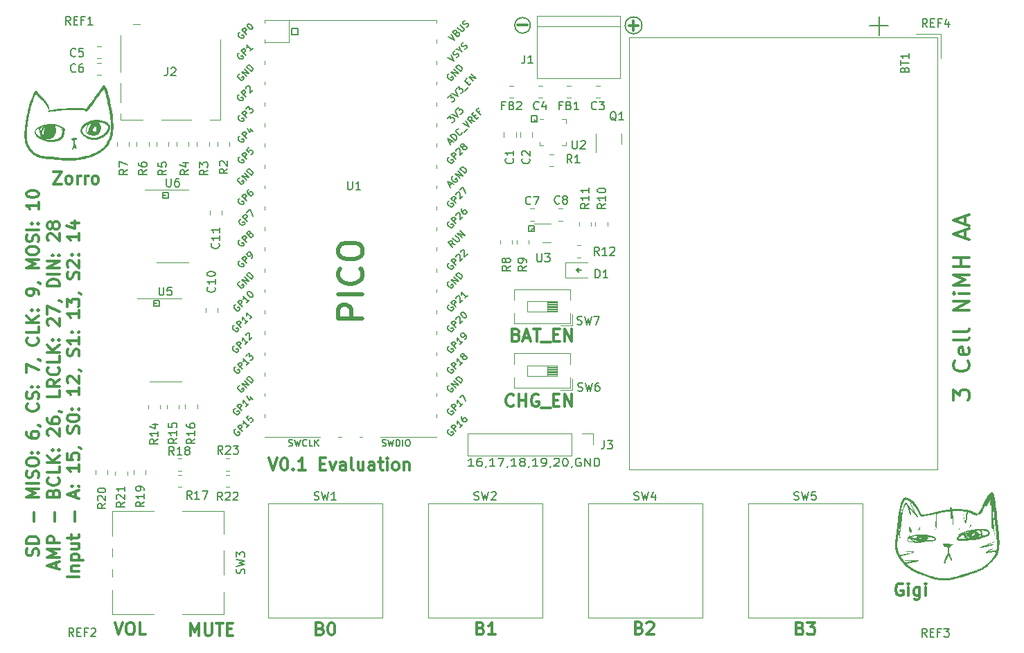
<source format=gbr>
%TF.GenerationSoftware,KiCad,Pcbnew,6.0.11-2627ca5db0~126~ubuntu22.04.1*%
%TF.CreationDate,2024-03-11T15:16:01-04:00*%
%TF.ProjectId,board,626f6172-642e-46b6-9963-61645f706362,rev?*%
%TF.SameCoordinates,Original*%
%TF.FileFunction,Legend,Top*%
%TF.FilePolarity,Positive*%
%FSLAX46Y46*%
G04 Gerber Fmt 4.6, Leading zero omitted, Abs format (unit mm)*
G04 Created by KiCad (PCBNEW 6.0.11-2627ca5db0~126~ubuntu22.04.1) date 2024-03-11 15:16:01*
%MOMM*%
%LPD*%
G01*
G04 APERTURE LIST*
%ADD10C,0.150000*%
%ADD11C,0.200000*%
%ADD12C,0.300000*%
%ADD13C,0.000000*%
%ADD14C,0.500000*%
%ADD15C,0.120000*%
G04 APERTURE END LIST*
D10*
X163360000Y-70060000D02*
X163140000Y-69830000D01*
X163360000Y-69570000D02*
X163360000Y-70060000D01*
X163140000Y-69830000D02*
X163360000Y-69570000D01*
X163730000Y-69830000D02*
X163140000Y-69830000D01*
D11*
X157500842Y-39889159D02*
G75*
G03*
X157500842Y-39889159I-950842J0D01*
G01*
X171148834Y-39888834D02*
G75*
G03*
X171148834Y-39888834I-1028834J0D01*
G01*
D12*
X155958571Y-39877142D02*
X157101428Y-39877142D01*
X169548571Y-39907142D02*
X170691428Y-39907142D01*
X170120000Y-40478571D02*
X170120000Y-39335714D01*
D11*
X150564285Y-93802380D02*
X149935714Y-93802380D01*
X150250000Y-93802380D02*
X150250000Y-92802380D01*
X150145238Y-92945238D01*
X150040476Y-93040476D01*
X149935714Y-93088095D01*
X151507142Y-92802380D02*
X151297619Y-92802380D01*
X151192857Y-92850000D01*
X151140476Y-92897619D01*
X151035714Y-93040476D01*
X150983333Y-93230952D01*
X150983333Y-93611904D01*
X151035714Y-93707142D01*
X151088095Y-93754761D01*
X151192857Y-93802380D01*
X151402380Y-93802380D01*
X151507142Y-93754761D01*
X151559523Y-93707142D01*
X151611904Y-93611904D01*
X151611904Y-93373809D01*
X151559523Y-93278571D01*
X151507142Y-93230952D01*
X151402380Y-93183333D01*
X151192857Y-93183333D01*
X151088095Y-93230952D01*
X151035714Y-93278571D01*
X150983333Y-93373809D01*
X152135714Y-93754761D02*
X152135714Y-93802380D01*
X152083333Y-93897619D01*
X152030952Y-93945238D01*
X153183333Y-93802380D02*
X152554761Y-93802380D01*
X152869047Y-93802380D02*
X152869047Y-92802380D01*
X152764285Y-92945238D01*
X152659523Y-93040476D01*
X152554761Y-93088095D01*
X153550000Y-92802380D02*
X154283333Y-92802380D01*
X153811904Y-93802380D01*
X154754761Y-93754761D02*
X154754761Y-93802380D01*
X154702380Y-93897619D01*
X154650000Y-93945238D01*
X155802380Y-93802380D02*
X155173809Y-93802380D01*
X155488095Y-93802380D02*
X155488095Y-92802380D01*
X155383333Y-92945238D01*
X155278571Y-93040476D01*
X155173809Y-93088095D01*
X156430952Y-93230952D02*
X156326190Y-93183333D01*
X156273809Y-93135714D01*
X156221428Y-93040476D01*
X156221428Y-92992857D01*
X156273809Y-92897619D01*
X156326190Y-92850000D01*
X156430952Y-92802380D01*
X156640476Y-92802380D01*
X156745238Y-92850000D01*
X156797619Y-92897619D01*
X156850000Y-92992857D01*
X156850000Y-93040476D01*
X156797619Y-93135714D01*
X156745238Y-93183333D01*
X156640476Y-93230952D01*
X156430952Y-93230952D01*
X156326190Y-93278571D01*
X156273809Y-93326190D01*
X156221428Y-93421428D01*
X156221428Y-93611904D01*
X156273809Y-93707142D01*
X156326190Y-93754761D01*
X156430952Y-93802380D01*
X156640476Y-93802380D01*
X156745238Y-93754761D01*
X156797619Y-93707142D01*
X156850000Y-93611904D01*
X156850000Y-93421428D01*
X156797619Y-93326190D01*
X156745238Y-93278571D01*
X156640476Y-93230952D01*
X157373809Y-93754761D02*
X157373809Y-93802380D01*
X157321428Y-93897619D01*
X157269047Y-93945238D01*
X158421428Y-93802380D02*
X157792857Y-93802380D01*
X158107142Y-93802380D02*
X158107142Y-92802380D01*
X158002380Y-92945238D01*
X157897619Y-93040476D01*
X157792857Y-93088095D01*
X158945238Y-93802380D02*
X159154761Y-93802380D01*
X159259523Y-93754761D01*
X159311904Y-93707142D01*
X159416666Y-93564285D01*
X159469047Y-93373809D01*
X159469047Y-92992857D01*
X159416666Y-92897619D01*
X159364285Y-92850000D01*
X159259523Y-92802380D01*
X159050000Y-92802380D01*
X158945238Y-92850000D01*
X158892857Y-92897619D01*
X158840476Y-92992857D01*
X158840476Y-93230952D01*
X158892857Y-93326190D01*
X158945238Y-93373809D01*
X159050000Y-93421428D01*
X159259523Y-93421428D01*
X159364285Y-93373809D01*
X159416666Y-93326190D01*
X159469047Y-93230952D01*
X159992857Y-93754761D02*
X159992857Y-93802380D01*
X159940476Y-93897619D01*
X159888095Y-93945238D01*
X160411904Y-92897619D02*
X160464285Y-92850000D01*
X160569047Y-92802380D01*
X160830952Y-92802380D01*
X160935714Y-92850000D01*
X160988095Y-92897619D01*
X161040476Y-92992857D01*
X161040476Y-93088095D01*
X160988095Y-93230952D01*
X160359523Y-93802380D01*
X161040476Y-93802380D01*
X161721428Y-92802380D02*
X161826190Y-92802380D01*
X161930952Y-92850000D01*
X161983333Y-92897619D01*
X162035714Y-92992857D01*
X162088095Y-93183333D01*
X162088095Y-93421428D01*
X162035714Y-93611904D01*
X161983333Y-93707142D01*
X161930952Y-93754761D01*
X161826190Y-93802380D01*
X161721428Y-93802380D01*
X161616666Y-93754761D01*
X161564285Y-93707142D01*
X161511904Y-93611904D01*
X161459523Y-93421428D01*
X161459523Y-93183333D01*
X161511904Y-92992857D01*
X161564285Y-92897619D01*
X161616666Y-92850000D01*
X161721428Y-92802380D01*
X162611904Y-93754761D02*
X162611904Y-93802380D01*
X162559523Y-93897619D01*
X162507142Y-93945238D01*
X163659523Y-92850000D02*
X163554761Y-92802380D01*
X163397619Y-92802380D01*
X163240476Y-92850000D01*
X163135714Y-92945238D01*
X163083333Y-93040476D01*
X163030952Y-93230952D01*
X163030952Y-93373809D01*
X163083333Y-93564285D01*
X163135714Y-93659523D01*
X163240476Y-93754761D01*
X163397619Y-93802380D01*
X163502380Y-93802380D01*
X163659523Y-93754761D01*
X163711904Y-93707142D01*
X163711904Y-93373809D01*
X163502380Y-93373809D01*
X164183333Y-93802380D02*
X164183333Y-92802380D01*
X164811904Y-93802380D01*
X164811904Y-92802380D01*
X165335714Y-93802380D02*
X165335714Y-92802380D01*
X165597619Y-92802380D01*
X165754761Y-92850000D01*
X165859523Y-92945238D01*
X165911904Y-93040476D01*
X165964285Y-93230952D01*
X165964285Y-93373809D01*
X165911904Y-93564285D01*
X165859523Y-93659523D01*
X165754761Y-93754761D01*
X165597619Y-93802380D01*
X165335714Y-93802380D01*
D10*
X128360000Y-40260000D02*
X129070000Y-40260000D01*
X129070000Y-40260000D02*
X129070000Y-41040000D01*
X129070000Y-41040000D02*
X128360000Y-41040000D01*
X128360000Y-41040000D02*
X128360000Y-40260000D01*
X111580000Y-73900000D02*
X111870000Y-73900000D01*
X112650000Y-60645000D02*
X112960000Y-60645000D01*
X157980000Y-51395000D02*
X158280000Y-51650000D01*
X157980000Y-64630000D02*
X157600000Y-64860000D01*
X157330000Y-64420000D02*
X157990000Y-64420000D01*
X157990000Y-64420000D02*
X157990000Y-65110000D01*
X157990000Y-65110000D02*
X157330000Y-65110000D01*
X157330000Y-65110000D02*
X157330000Y-64420000D01*
X157660000Y-50965000D02*
X158320000Y-50965000D01*
X158320000Y-50965000D02*
X158320000Y-51655000D01*
X158320000Y-51655000D02*
X157660000Y-51655000D01*
X157660000Y-51655000D02*
X157660000Y-50965000D01*
X112590000Y-60290000D02*
X113250000Y-60290000D01*
X113250000Y-60290000D02*
X113250000Y-60980000D01*
X113250000Y-60980000D02*
X112590000Y-60980000D01*
X112590000Y-60980000D02*
X112590000Y-60290000D01*
X111520000Y-73570000D02*
X112200000Y-73570000D01*
X112200000Y-73570000D02*
X112200000Y-74240000D01*
X112200000Y-74240000D02*
X111520000Y-74240000D01*
X111520000Y-74240000D02*
X111520000Y-73570000D01*
D13*
G36*
X206888237Y-99830281D02*
G01*
X206889142Y-99830503D01*
X206890078Y-99830894D01*
X206892042Y-99832179D01*
X206894132Y-99834124D01*
X206896352Y-99836717D01*
X206898704Y-99839947D01*
X206901190Y-99843803D01*
X206903813Y-99848273D01*
X206906576Y-99853344D01*
X206909480Y-99859006D01*
X206913821Y-99869221D01*
X206917583Y-99880035D01*
X206920767Y-99891469D01*
X206923371Y-99903544D01*
X206925397Y-99916280D01*
X206926844Y-99929699D01*
X206927712Y-99943821D01*
X206928001Y-99958665D01*
X206927712Y-99974254D01*
X206926844Y-99990608D01*
X206925397Y-100007748D01*
X206923371Y-100025693D01*
X206920767Y-100044466D01*
X206917583Y-100064085D01*
X206913821Y-100084573D01*
X206909480Y-100105950D01*
X206874202Y-100275284D01*
X206874202Y-100028339D01*
X206873668Y-99993184D01*
X206873403Y-99961738D01*
X206873427Y-99933911D01*
X206873762Y-99909607D01*
X206874426Y-99888735D01*
X206874889Y-99879557D01*
X206875443Y-99871201D01*
X206876089Y-99863657D01*
X206876831Y-99856913D01*
X206877671Y-99850956D01*
X206878612Y-99845777D01*
X206879657Y-99841361D01*
X206880807Y-99837699D01*
X206882066Y-99834779D01*
X206883435Y-99832589D01*
X206884163Y-99831764D01*
X206884919Y-99831117D01*
X206885704Y-99830646D01*
X206886519Y-99830351D01*
X206887363Y-99830230D01*
X206888237Y-99830281D01*
G37*
G36*
X211353123Y-100930968D02*
G01*
X211357522Y-100932832D01*
X211361623Y-100935679D01*
X211365410Y-100939516D01*
X211368867Y-100944349D01*
X211371978Y-100950184D01*
X211374726Y-100957028D01*
X211377096Y-100964888D01*
X211379071Y-100973770D01*
X211380636Y-100983680D01*
X211381773Y-100994625D01*
X211382467Y-101006611D01*
X211382702Y-101019645D01*
X211382236Y-101028223D01*
X211380870Y-101037378D01*
X211378659Y-101047048D01*
X211375654Y-101057169D01*
X211371907Y-101067677D01*
X211367471Y-101078509D01*
X211362398Y-101089603D01*
X211356740Y-101100894D01*
X211343880Y-101123816D01*
X211329310Y-101146769D01*
X211313448Y-101169246D01*
X211296713Y-101190742D01*
X211279523Y-101210749D01*
X211262296Y-101228762D01*
X211253800Y-101236862D01*
X211245452Y-101244273D01*
X211237305Y-101250933D01*
X211229410Y-101256777D01*
X211221819Y-101261743D01*
X211214586Y-101265767D01*
X211207763Y-101268786D01*
X211201401Y-101270737D01*
X211195554Y-101271556D01*
X211190273Y-101271180D01*
X211185611Y-101269545D01*
X211181620Y-101266589D01*
X211180720Y-101265402D01*
X211180003Y-101263833D01*
X211179105Y-101259589D01*
X211178899Y-101253939D01*
X211179360Y-101246966D01*
X211180461Y-101238753D01*
X211182178Y-101229382D01*
X211187352Y-101207499D01*
X211194676Y-101181977D01*
X211203944Y-101153480D01*
X211214947Y-101122667D01*
X211227481Y-101090200D01*
X211234444Y-101073758D01*
X211241432Y-101058169D01*
X211248430Y-101043441D01*
X211255420Y-101029580D01*
X211262387Y-101016593D01*
X211269315Y-101004485D01*
X211276187Y-100993263D01*
X211282988Y-100982934D01*
X211289700Y-100973504D01*
X211296309Y-100964980D01*
X211302798Y-100957367D01*
X211309150Y-100950674D01*
X211315350Y-100944905D01*
X211321381Y-100940068D01*
X211327227Y-100936169D01*
X211332873Y-100933214D01*
X211338301Y-100931210D01*
X211343496Y-100930164D01*
X211348442Y-100930081D01*
X211353123Y-100930968D01*
G37*
G36*
X205140300Y-101199120D02*
G01*
X205144761Y-101200252D01*
X205148874Y-101202485D01*
X205152621Y-101205819D01*
X205155982Y-101210248D01*
X205158940Y-101215770D01*
X205161477Y-101222383D01*
X205163574Y-101230081D01*
X205165215Y-101238863D01*
X205166379Y-101248725D01*
X205167051Y-101259664D01*
X205167211Y-101271676D01*
X205166841Y-101284759D01*
X205165923Y-101298908D01*
X205164439Y-101314122D01*
X205162372Y-101330396D01*
X205159702Y-101347728D01*
X205152230Y-101392387D01*
X205144406Y-101434958D01*
X205136293Y-101475255D01*
X205127952Y-101513093D01*
X205119446Y-101548284D01*
X205110837Y-101580644D01*
X205102187Y-101609986D01*
X205093557Y-101636124D01*
X205085009Y-101658872D01*
X205080786Y-101668916D01*
X205076607Y-101678044D01*
X205072479Y-101686231D01*
X205068411Y-101693454D01*
X205064410Y-101699690D01*
X205060484Y-101704915D01*
X205056640Y-101709108D01*
X205052887Y-101712243D01*
X205049232Y-101714298D01*
X205045683Y-101715251D01*
X205042248Y-101715076D01*
X205038934Y-101713752D01*
X205035750Y-101711255D01*
X205032702Y-101707561D01*
X205030180Y-101702651D01*
X205027907Y-101697219D01*
X205025881Y-101691322D01*
X205024103Y-101685017D01*
X205022574Y-101678360D01*
X205021292Y-101671408D01*
X205020259Y-101664219D01*
X205019473Y-101656850D01*
X205018936Y-101649356D01*
X205018646Y-101641795D01*
X205018605Y-101634223D01*
X205018812Y-101626698D01*
X205019267Y-101619277D01*
X205019969Y-101612015D01*
X205020920Y-101604971D01*
X205022119Y-101598200D01*
X205023050Y-101594884D01*
X205023858Y-101591552D01*
X205024546Y-101588212D01*
X205025116Y-101584868D01*
X205025570Y-101581527D01*
X205025910Y-101578194D01*
X205026137Y-101574875D01*
X205026253Y-101571577D01*
X205026261Y-101568304D01*
X205026163Y-101565063D01*
X205025960Y-101561859D01*
X205025654Y-101558699D01*
X205025247Y-101555588D01*
X205024742Y-101552531D01*
X205024139Y-101549536D01*
X205023442Y-101546607D01*
X205022652Y-101543750D01*
X205021770Y-101540971D01*
X205020800Y-101538277D01*
X205019742Y-101535672D01*
X205018599Y-101533163D01*
X205017373Y-101530755D01*
X205016065Y-101528454D01*
X205014678Y-101526267D01*
X205013213Y-101524198D01*
X205011673Y-101522254D01*
X205010059Y-101520440D01*
X205008373Y-101518763D01*
X205006618Y-101517228D01*
X205004795Y-101515841D01*
X205002906Y-101514607D01*
X205000953Y-101513533D01*
X204998669Y-101512303D01*
X204996447Y-101511258D01*
X204994289Y-101510396D01*
X204992195Y-101509716D01*
X204990166Y-101509217D01*
X204988201Y-101508898D01*
X204986303Y-101508757D01*
X204984471Y-101508793D01*
X204982707Y-101509005D01*
X204981010Y-101509391D01*
X204979381Y-101509950D01*
X204977822Y-101510681D01*
X204976333Y-101511583D01*
X204974914Y-101512653D01*
X204973566Y-101513892D01*
X204972289Y-101515297D01*
X204971085Y-101516868D01*
X204969954Y-101518603D01*
X204968897Y-101520501D01*
X204967914Y-101522560D01*
X204967006Y-101524779D01*
X204966173Y-101527157D01*
X204964738Y-101532385D01*
X204963612Y-101538233D01*
X204962801Y-101544691D01*
X204962311Y-101551748D01*
X204962147Y-101559395D01*
X204962085Y-101563332D01*
X204961902Y-101567203D01*
X204961600Y-101571004D01*
X204961182Y-101574732D01*
X204960650Y-101578382D01*
X204960007Y-101581951D01*
X204959256Y-101585435D01*
X204958399Y-101588829D01*
X204957438Y-101592131D01*
X204956376Y-101595336D01*
X204955217Y-101598439D01*
X204953961Y-101601439D01*
X204952613Y-101604329D01*
X204951174Y-101607107D01*
X204949648Y-101609769D01*
X204948036Y-101612311D01*
X204946341Y-101614729D01*
X204944566Y-101617019D01*
X204942714Y-101619177D01*
X204940787Y-101621200D01*
X204938788Y-101623083D01*
X204936719Y-101624822D01*
X204934582Y-101626415D01*
X204932381Y-101627856D01*
X204930118Y-101629142D01*
X204927796Y-101630269D01*
X204925416Y-101631233D01*
X204922983Y-101632031D01*
X204920498Y-101632658D01*
X204917963Y-101633111D01*
X204915383Y-101633386D01*
X204912758Y-101633478D01*
X204909843Y-101633406D01*
X204907053Y-101633190D01*
X204904386Y-101632830D01*
X204901844Y-101632328D01*
X204899425Y-101631683D01*
X204897131Y-101630897D01*
X204894961Y-101629970D01*
X204892914Y-101628903D01*
X204890992Y-101627697D01*
X204889194Y-101626351D01*
X204887519Y-101624868D01*
X204885969Y-101623246D01*
X204884543Y-101621488D01*
X204883240Y-101619594D01*
X204882062Y-101617564D01*
X204881008Y-101615398D01*
X204880078Y-101613099D01*
X204879272Y-101610666D01*
X204878590Y-101608099D01*
X204878032Y-101605401D01*
X204877287Y-101599609D01*
X204877039Y-101593295D01*
X204877287Y-101586464D01*
X204878032Y-101579122D01*
X204879272Y-101571273D01*
X204881008Y-101562923D01*
X204882041Y-101559306D01*
X204883153Y-101555735D01*
X204884339Y-101552215D01*
X204885597Y-101548750D01*
X204888310Y-101542001D01*
X204891261Y-101535527D01*
X204894418Y-101529363D01*
X204897751Y-101523545D01*
X204901229Y-101518110D01*
X204904821Y-101513093D01*
X204906649Y-101510752D01*
X204908495Y-101508530D01*
X204910353Y-101506431D01*
X204912221Y-101504459D01*
X204914093Y-101502619D01*
X204915967Y-101500915D01*
X204917839Y-101499352D01*
X204919704Y-101497934D01*
X204921558Y-101496666D01*
X204923398Y-101495553D01*
X204925221Y-101494598D01*
X204927021Y-101493807D01*
X204928795Y-101493184D01*
X204930540Y-101492733D01*
X204932251Y-101492459D01*
X204933925Y-101492367D01*
X204935660Y-101492162D01*
X204937554Y-101491553D01*
X204941793Y-101489163D01*
X204946591Y-101485274D01*
X204951894Y-101479965D01*
X204957653Y-101473311D01*
X204963814Y-101465392D01*
X204970327Y-101456284D01*
X204977140Y-101446065D01*
X204984201Y-101434812D01*
X204991458Y-101422604D01*
X205006354Y-101395629D01*
X205021416Y-101365760D01*
X205036230Y-101333617D01*
X205043813Y-101316667D01*
X205051337Y-101300871D01*
X205058783Y-101286226D01*
X205066134Y-101272728D01*
X205073370Y-101260376D01*
X205080476Y-101249165D01*
X205087431Y-101239092D01*
X205094218Y-101230154D01*
X205100819Y-101222348D01*
X205107216Y-101215670D01*
X205113391Y-101210117D01*
X205119326Y-101205687D01*
X205125002Y-101202375D01*
X205130402Y-101200179D01*
X205135507Y-101199095D01*
X205140300Y-101199120D01*
G37*
G36*
X102525365Y-52669935D02*
G01*
X102535896Y-52626735D01*
X102549934Y-52580762D01*
X102567209Y-52532557D01*
X102587451Y-52482660D01*
X102610391Y-52431609D01*
X102635758Y-52379943D01*
X102663284Y-52328204D01*
X102692698Y-52276930D01*
X102723730Y-52226660D01*
X102756111Y-52177934D01*
X102789571Y-52131292D01*
X102823840Y-52087273D01*
X102858649Y-52046417D01*
X102893727Y-52009262D01*
X102953665Y-51952091D01*
X103019022Y-51897319D01*
X103089559Y-51845040D01*
X103165041Y-51795346D01*
X103245229Y-51748332D01*
X103329887Y-51704090D01*
X103418777Y-51662713D01*
X103511662Y-51624293D01*
X103608305Y-51588925D01*
X103708468Y-51556701D01*
X103811915Y-51527713D01*
X103918409Y-51502056D01*
X104027712Y-51479821D01*
X104139586Y-51461103D01*
X104253795Y-51445994D01*
X104370102Y-51434587D01*
X104413523Y-51430463D01*
X104451958Y-51428386D01*
X104494113Y-51429508D01*
X104548696Y-51434984D01*
X104624412Y-51445966D01*
X104729968Y-51463608D01*
X105065427Y-51523487D01*
X105156077Y-51540518D01*
X105242191Y-51558232D01*
X105323628Y-51576570D01*
X105400241Y-51595470D01*
X105471887Y-51614873D01*
X105538422Y-51634717D01*
X105599701Y-51654943D01*
X105655580Y-51675490D01*
X105705916Y-51696297D01*
X105750564Y-51717304D01*
X105770709Y-51727864D01*
X105789379Y-51738451D01*
X105806555Y-51749058D01*
X105822218Y-51759677D01*
X105836351Y-51770301D01*
X105848937Y-51780921D01*
X105859956Y-51791532D01*
X105869390Y-51802124D01*
X105877223Y-51812691D01*
X105883435Y-51823224D01*
X105888009Y-51833717D01*
X105890927Y-51844162D01*
X105892812Y-51850731D01*
X105896037Y-51858468D01*
X105900526Y-51867274D01*
X105906207Y-51877053D01*
X105913003Y-51887706D01*
X105920842Y-51899135D01*
X105929647Y-51911244D01*
X105939346Y-51923934D01*
X105949863Y-51937107D01*
X105961124Y-51950667D01*
X105973055Y-51964515D01*
X105985582Y-51978554D01*
X105998629Y-51992685D01*
X106012123Y-52006812D01*
X106025988Y-52020837D01*
X106040152Y-52034662D01*
X106061603Y-52054641D01*
X106080794Y-52073053D01*
X106097846Y-52090116D01*
X106112879Y-52106050D01*
X106126015Y-52121071D01*
X106137374Y-52135400D01*
X106147077Y-52149254D01*
X106151346Y-52156071D01*
X106155246Y-52162852D01*
X106158792Y-52169624D01*
X106162000Y-52176414D01*
X106164885Y-52183249D01*
X106167462Y-52190156D01*
X106169746Y-52197164D01*
X106171752Y-52204299D01*
X106174990Y-52219060D01*
X106177299Y-52234658D01*
X106178798Y-52251312D01*
X106179609Y-52269240D01*
X106179852Y-52288662D01*
X106177769Y-52334531D01*
X106171673Y-52383707D01*
X106161790Y-52435702D01*
X106148350Y-52490026D01*
X106131580Y-52546193D01*
X106111708Y-52603713D01*
X106088961Y-52662097D01*
X106063568Y-52720859D01*
X106035757Y-52779509D01*
X106005755Y-52837559D01*
X105973790Y-52894520D01*
X105940091Y-52949905D01*
X105904884Y-53003225D01*
X105868399Y-53053992D01*
X105830863Y-53101717D01*
X105792503Y-53145912D01*
X105733689Y-53206120D01*
X105668467Y-53266221D01*
X105597570Y-53325810D01*
X105521734Y-53384483D01*
X105441694Y-53441836D01*
X105358185Y-53497462D01*
X105271940Y-53550959D01*
X105183696Y-53601921D01*
X105094187Y-53649944D01*
X105004147Y-53694623D01*
X104914312Y-53735553D01*
X104825417Y-53772329D01*
X104738196Y-53804548D01*
X104653384Y-53831805D01*
X104571716Y-53853694D01*
X104493927Y-53869812D01*
X104392826Y-53883326D01*
X104290851Y-53890561D01*
X104188169Y-53891564D01*
X104084947Y-53886381D01*
X103981354Y-53875060D01*
X103877555Y-53857645D01*
X103773720Y-53834185D01*
X103670015Y-53804724D01*
X103566607Y-53769311D01*
X103463665Y-53727991D01*
X103361355Y-53680811D01*
X103259844Y-53627817D01*
X103159302Y-53569056D01*
X103059894Y-53504575D01*
X102961788Y-53434420D01*
X102865153Y-53358636D01*
X102823523Y-53323152D01*
X102784382Y-53286988D01*
X102747762Y-53250211D01*
X102713695Y-53212884D01*
X102682214Y-53175074D01*
X102653351Y-53136846D01*
X102627140Y-53098264D01*
X102603612Y-53059393D01*
X102582800Y-53020300D01*
X102564736Y-52981048D01*
X102549454Y-52941703D01*
X102536986Y-52902330D01*
X102527364Y-52862995D01*
X102520621Y-52823761D01*
X102516790Y-52784696D01*
X102515902Y-52745862D01*
X102516141Y-52742687D01*
X102719102Y-52742687D01*
X102719835Y-52763614D01*
X102722025Y-52784715D01*
X102725658Y-52805979D01*
X102730723Y-52827395D01*
X102745096Y-52870632D01*
X102765041Y-52914335D01*
X102790454Y-52958410D01*
X102821236Y-53002764D01*
X102857281Y-53047304D01*
X102898490Y-53091937D01*
X102944758Y-53136570D01*
X102995984Y-53181110D01*
X103052066Y-53225464D01*
X103112901Y-53269538D01*
X103178387Y-53313241D01*
X103248422Y-53356479D01*
X103322902Y-53399159D01*
X103401727Y-53441187D01*
X103524985Y-53498816D01*
X103647225Y-53546669D01*
X103768619Y-53584718D01*
X103889338Y-53612934D01*
X104009554Y-53631291D01*
X104129441Y-53639761D01*
X104249169Y-53638314D01*
X104368912Y-53626924D01*
X104488840Y-53605563D01*
X104609127Y-53574202D01*
X104729943Y-53532814D01*
X104851462Y-53481370D01*
X104973856Y-53419844D01*
X105097296Y-53348207D01*
X105221954Y-53266430D01*
X105348003Y-53174487D01*
X105402833Y-53130813D01*
X105456393Y-53083460D01*
X105508381Y-53032917D01*
X105558495Y-52979671D01*
X105606432Y-52924212D01*
X105651891Y-52867027D01*
X105694568Y-52808605D01*
X105734162Y-52749434D01*
X105770370Y-52690003D01*
X105802889Y-52630799D01*
X105831419Y-52572312D01*
X105855655Y-52515030D01*
X105875297Y-52459440D01*
X105890041Y-52406032D01*
X105899585Y-52355293D01*
X105902313Y-52331077D01*
X105903628Y-52307712D01*
X105903548Y-52295512D01*
X105902729Y-52283336D01*
X105901195Y-52271208D01*
X105898970Y-52259151D01*
X105896078Y-52247189D01*
X105892542Y-52235347D01*
X105888386Y-52223647D01*
X105883635Y-52212115D01*
X105878311Y-52200773D01*
X105872439Y-52189646D01*
X105866043Y-52178757D01*
X105859146Y-52168130D01*
X105851773Y-52157789D01*
X105843946Y-52147758D01*
X105835691Y-52138061D01*
X105827030Y-52128721D01*
X105817988Y-52119763D01*
X105808589Y-52111210D01*
X105798855Y-52103086D01*
X105788812Y-52095415D01*
X105778483Y-52088221D01*
X105767892Y-52081527D01*
X105757062Y-52075357D01*
X105746018Y-52069736D01*
X105734783Y-52064687D01*
X105723381Y-52060233D01*
X105711837Y-52056400D01*
X105700173Y-52053210D01*
X105688414Y-52050687D01*
X105676583Y-52048856D01*
X105664704Y-52047740D01*
X105652802Y-52047362D01*
X105647807Y-52047288D01*
X105642939Y-52047065D01*
X105638197Y-52046692D01*
X105633579Y-52046172D01*
X105629081Y-52045502D01*
X105624702Y-52044683D01*
X105620439Y-52043716D01*
X105616290Y-52042600D01*
X105612253Y-52041335D01*
X105608324Y-52039921D01*
X105604503Y-52038358D01*
X105600787Y-52036646D01*
X105597173Y-52034786D01*
X105593659Y-52032777D01*
X105590242Y-52030619D01*
X105586921Y-52028312D01*
X105583693Y-52025856D01*
X105580556Y-52023252D01*
X105577506Y-52020498D01*
X105574543Y-52017596D01*
X105571664Y-52014545D01*
X105568866Y-52011345D01*
X105563505Y-52004499D01*
X105558442Y-51997058D01*
X105553658Y-51989021D01*
X105549134Y-51980389D01*
X105544852Y-51971162D01*
X105538422Y-51957159D01*
X105529727Y-51943678D01*
X105518586Y-51930643D01*
X105504817Y-51917981D01*
X105488239Y-51905615D01*
X105468671Y-51893474D01*
X105445930Y-51881480D01*
X105419836Y-51869562D01*
X105390208Y-51857643D01*
X105356863Y-51845650D01*
X105319621Y-51833508D01*
X105278301Y-51821143D01*
X105182697Y-51795446D01*
X105068602Y-51767962D01*
X105031152Y-51759146D01*
X104997301Y-51751758D01*
X104981688Y-51748604D01*
X104966929Y-51745812D01*
X104953010Y-51743384D01*
X104939915Y-51741322D01*
X104927630Y-51739627D01*
X104916138Y-51738301D01*
X104905426Y-51737346D01*
X104895478Y-51736764D01*
X104886278Y-51736556D01*
X104877812Y-51736724D01*
X104870065Y-51737270D01*
X104863021Y-51738196D01*
X104856665Y-51739503D01*
X104850983Y-51741194D01*
X104845959Y-51743269D01*
X104841577Y-51745731D01*
X104837824Y-51748581D01*
X104834683Y-51751821D01*
X104832140Y-51755453D01*
X104830180Y-51759479D01*
X104828786Y-51763900D01*
X104827946Y-51768718D01*
X104827642Y-51773934D01*
X104827860Y-51779552D01*
X104828586Y-51785572D01*
X104829803Y-51791995D01*
X104831496Y-51798825D01*
X104833652Y-51806062D01*
X104835911Y-51813931D01*
X104839078Y-51823177D01*
X104847890Y-51845352D01*
X104859604Y-51871695D01*
X104873736Y-51901312D01*
X104889804Y-51933310D01*
X104907322Y-51966796D01*
X104925808Y-52000878D01*
X104944777Y-52034662D01*
X104962825Y-52068370D01*
X104978878Y-52101771D01*
X104992949Y-52135079D01*
X105005053Y-52168508D01*
X105015203Y-52202272D01*
X105023414Y-52236584D01*
X105029700Y-52271660D01*
X105034074Y-52307712D01*
X105036551Y-52344955D01*
X105037144Y-52383602D01*
X105035867Y-52423868D01*
X105032735Y-52465966D01*
X105027760Y-52510110D01*
X105020958Y-52556515D01*
X105012343Y-52605394D01*
X105001927Y-52656962D01*
X104986386Y-52722247D01*
X104968385Y-52784700D01*
X104947993Y-52844241D01*
X104925280Y-52900792D01*
X104900317Y-52954273D01*
X104873172Y-53004606D01*
X104858804Y-53028566D01*
X104843916Y-53051710D01*
X104828518Y-53074028D01*
X104812618Y-53095509D01*
X104796225Y-53116143D01*
X104779348Y-53135921D01*
X104761995Y-53154833D01*
X104744176Y-53172868D01*
X104725898Y-53190018D01*
X104707171Y-53206272D01*
X104688003Y-53221620D01*
X104668403Y-53236052D01*
X104648381Y-53249559D01*
X104627943Y-53262130D01*
X104607100Y-53273757D01*
X104585860Y-53284428D01*
X104564231Y-53294134D01*
X104542223Y-53302865D01*
X104519844Y-53310611D01*
X104497102Y-53317362D01*
X104438079Y-53330661D01*
X104373625Y-53340858D01*
X104304779Y-53348051D01*
X104232585Y-53352337D01*
X104158084Y-53353813D01*
X104082318Y-53352578D01*
X104006329Y-53348730D01*
X103931158Y-53342365D01*
X103857848Y-53333582D01*
X103787440Y-53322478D01*
X103720976Y-53309151D01*
X103659497Y-53293698D01*
X103604047Y-53276218D01*
X103555665Y-53256807D01*
X103515395Y-53235565D01*
X103498627Y-53224286D01*
X103484277Y-53212587D01*
X103418583Y-53153276D01*
X103360706Y-53097518D01*
X103310504Y-53044625D01*
X103267831Y-52993909D01*
X103249274Y-52969152D01*
X103232544Y-52944681D01*
X103217625Y-52920410D01*
X103204499Y-52896253D01*
X103193146Y-52872124D01*
X103183550Y-52847936D01*
X103175692Y-52823605D01*
X103169555Y-52799043D01*
X103165120Y-52774165D01*
X103162369Y-52748885D01*
X103161284Y-52723116D01*
X103161847Y-52696773D01*
X103162141Y-52693152D01*
X103264786Y-52693152D01*
X103264815Y-52709727D01*
X103265483Y-52725941D01*
X103266788Y-52741815D01*
X103268724Y-52757371D01*
X103271288Y-52772630D01*
X103274476Y-52787611D01*
X103278284Y-52802337D01*
X103282708Y-52816828D01*
X103287743Y-52831105D01*
X103293385Y-52845189D01*
X103306477Y-52872862D01*
X103360453Y-52977637D01*
X103423952Y-52837937D01*
X103438153Y-52805598D01*
X103454214Y-52766747D01*
X103489834Y-52675615D01*
X103494378Y-52663410D01*
X104055096Y-52663410D01*
X104055722Y-52676456D01*
X104057140Y-52689256D01*
X104059349Y-52701809D01*
X104062349Y-52714110D01*
X104066139Y-52726157D01*
X104070718Y-52737947D01*
X104076086Y-52749477D01*
X104082243Y-52760744D01*
X104089187Y-52771746D01*
X104096918Y-52782479D01*
X104105436Y-52792941D01*
X104114740Y-52803128D01*
X104124830Y-52813038D01*
X104135704Y-52822668D01*
X104147362Y-52832015D01*
X104159805Y-52841075D01*
X104173030Y-52849847D01*
X104187038Y-52858327D01*
X104201827Y-52866512D01*
X104211603Y-52871665D01*
X104221279Y-52876411D01*
X104230851Y-52880749D01*
X104240312Y-52884681D01*
X104249657Y-52888209D01*
X104258880Y-52891334D01*
X104267975Y-52894056D01*
X104276936Y-52896377D01*
X104285758Y-52898298D01*
X104294434Y-52899820D01*
X104302959Y-52900944D01*
X104311328Y-52901673D01*
X104319533Y-52902005D01*
X104327570Y-52901944D01*
X104335433Y-52901489D01*
X104343115Y-52900643D01*
X104350611Y-52899406D01*
X104357915Y-52897780D01*
X104365022Y-52895765D01*
X104371925Y-52893363D01*
X104378619Y-52890575D01*
X104385098Y-52887402D01*
X104391356Y-52883846D01*
X104397387Y-52879907D01*
X104403186Y-52875586D01*
X104408746Y-52870886D01*
X104414063Y-52865806D01*
X104419129Y-52860348D01*
X104423939Y-52854514D01*
X104428488Y-52848304D01*
X104432769Y-52841720D01*
X104436777Y-52834762D01*
X104444177Y-52817693D01*
X104450878Y-52796582D01*
X104456855Y-52771927D01*
X104462078Y-52744225D01*
X104466519Y-52713975D01*
X104470152Y-52681674D01*
X104472947Y-52647819D01*
X104474877Y-52612909D01*
X104475914Y-52577441D01*
X104476031Y-52541912D01*
X104475198Y-52506820D01*
X104473389Y-52472663D01*
X104470575Y-52439939D01*
X104466729Y-52409144D01*
X104461822Y-52380778D01*
X104455827Y-52355337D01*
X104451591Y-52341950D01*
X104446641Y-52329762D01*
X104441009Y-52318764D01*
X104434725Y-52308946D01*
X104427820Y-52300297D01*
X104420325Y-52292808D01*
X104412270Y-52286469D01*
X104403688Y-52281270D01*
X104394607Y-52277201D01*
X104385060Y-52274253D01*
X104375077Y-52272415D01*
X104364688Y-52271677D01*
X104353926Y-52272030D01*
X104342819Y-52273464D01*
X104331400Y-52275968D01*
X104319699Y-52279534D01*
X104307747Y-52284150D01*
X104295574Y-52289808D01*
X104283212Y-52296498D01*
X104270691Y-52304208D01*
X104258042Y-52312931D01*
X104245297Y-52322654D01*
X104232484Y-52333370D01*
X104219637Y-52345068D01*
X104206785Y-52357737D01*
X104193959Y-52371369D01*
X104181189Y-52385953D01*
X104168508Y-52401480D01*
X104155945Y-52417939D01*
X104143532Y-52435320D01*
X104131299Y-52453615D01*
X104119277Y-52472812D01*
X104109556Y-52488783D01*
X104100635Y-52504546D01*
X104092513Y-52520098D01*
X104085189Y-52535438D01*
X104078663Y-52550561D01*
X104072933Y-52565464D01*
X104068000Y-52580146D01*
X104063863Y-52594603D01*
X104060522Y-52608832D01*
X104057975Y-52622830D01*
X104056222Y-52636594D01*
X104055262Y-52650122D01*
X104055096Y-52663410D01*
X103494378Y-52663410D01*
X103526644Y-52576744D01*
X103560477Y-52482337D01*
X103577772Y-52434532D01*
X103598230Y-52382672D01*
X103621144Y-52328356D01*
X103645805Y-52273184D01*
X103671509Y-52218756D01*
X103697548Y-52166672D01*
X103723214Y-52118533D01*
X103747802Y-52075937D01*
X103758881Y-52057091D01*
X103769463Y-52038724D01*
X103779496Y-52020943D01*
X103788928Y-52003855D01*
X103797710Y-51987566D01*
X103805790Y-51972185D01*
X103813115Y-51957818D01*
X103819637Y-51944571D01*
X103825302Y-51932553D01*
X103830061Y-51921869D01*
X103833862Y-51912627D01*
X103836653Y-51904933D01*
X103838384Y-51898896D01*
X103838836Y-51896531D01*
X103839003Y-51894621D01*
X103838880Y-51893178D01*
X103838460Y-51892216D01*
X103837736Y-51891747D01*
X103836702Y-51891787D01*
X103833627Y-51892079D01*
X103829218Y-51892934D01*
X103816710Y-51896202D01*
X103799812Y-51901330D01*
X103779155Y-51908059D01*
X103729099Y-51925273D01*
X103671602Y-51945762D01*
X103648410Y-51955046D01*
X103627456Y-51964074D01*
X103608445Y-51973186D01*
X103591086Y-51982721D01*
X103575085Y-51993019D01*
X103560148Y-52004419D01*
X103545984Y-52017261D01*
X103532299Y-52031884D01*
X103518800Y-52048628D01*
X103505194Y-52067832D01*
X103491188Y-52089836D01*
X103476488Y-52114979D01*
X103460803Y-52143602D01*
X103443839Y-52176042D01*
X103404902Y-52253737D01*
X103378368Y-52309315D01*
X103354703Y-52361860D01*
X103333876Y-52411541D01*
X103315853Y-52458524D01*
X103300602Y-52502977D01*
X103288090Y-52545068D01*
X103278285Y-52584963D01*
X103271155Y-52622831D01*
X103266666Y-52658838D01*
X103264786Y-52693152D01*
X103162141Y-52693152D01*
X103164040Y-52669770D01*
X103167846Y-52642020D01*
X103173245Y-52613438D01*
X103180221Y-52583937D01*
X103188755Y-52553431D01*
X103198829Y-52521835D01*
X103223524Y-52455027D01*
X103254163Y-52382823D01*
X103290602Y-52304537D01*
X103306528Y-52271828D01*
X103320970Y-52241551D01*
X103333932Y-52213684D01*
X103345421Y-52188203D01*
X103355440Y-52165084D01*
X103363993Y-52144305D01*
X103371087Y-52125842D01*
X103374087Y-52117471D01*
X103376724Y-52109671D01*
X103378999Y-52102439D01*
X103380911Y-52095771D01*
X103382461Y-52089664D01*
X103383651Y-52084116D01*
X103384480Y-52079124D01*
X103384949Y-52074685D01*
X103385059Y-52070796D01*
X103384810Y-52067454D01*
X103384203Y-52064656D01*
X103383239Y-52062399D01*
X103382623Y-52061473D01*
X103381918Y-52060681D01*
X103381123Y-52060022D01*
X103380240Y-52059498D01*
X103379268Y-52059106D01*
X103378206Y-52058847D01*
X103375818Y-52058726D01*
X103373074Y-52059132D01*
X103369977Y-52060062D01*
X103345996Y-52070029D01*
X103319518Y-52083093D01*
X103290873Y-52099004D01*
X103260390Y-52117510D01*
X103228400Y-52138359D01*
X103195234Y-52161302D01*
X103161222Y-52186087D01*
X103126693Y-52212462D01*
X103091978Y-52240176D01*
X103057407Y-52268979D01*
X103023311Y-52298619D01*
X102990019Y-52328845D01*
X102957862Y-52359406D01*
X102927170Y-52390051D01*
X102898273Y-52420528D01*
X102871502Y-52450587D01*
X102848861Y-52475773D01*
X102828491Y-52499080D01*
X102810278Y-52520713D01*
X102794111Y-52540876D01*
X102779880Y-52559774D01*
X102767471Y-52577612D01*
X102756774Y-52594594D01*
X102747677Y-52610924D01*
X102740068Y-52626809D01*
X102733836Y-52642451D01*
X102728869Y-52658056D01*
X102725055Y-52673829D01*
X102722284Y-52689974D01*
X102720442Y-52706695D01*
X102719419Y-52724198D01*
X102719102Y-52742687D01*
X102516141Y-52742687D01*
X102518610Y-52709824D01*
X102525365Y-52669935D01*
G37*
G36*
X206994521Y-101395958D02*
G01*
X206995610Y-101396163D01*
X206996662Y-101396548D01*
X206997675Y-101397117D01*
X206998626Y-101398201D01*
X206999494Y-101399466D01*
X207000989Y-101402512D01*
X207002163Y-101406209D01*
X207003022Y-101410512D01*
X207003570Y-101415372D01*
X207003814Y-101420743D01*
X207003758Y-101426580D01*
X207003407Y-101432836D01*
X207002768Y-101439463D01*
X207001843Y-101446416D01*
X207000640Y-101453648D01*
X206999163Y-101461113D01*
X206997417Y-101468764D01*
X206995408Y-101476554D01*
X206993140Y-101484437D01*
X206990619Y-101492367D01*
X206987935Y-101500094D01*
X206985183Y-101507387D01*
X206982380Y-101514226D01*
X206979540Y-101520589D01*
X206978111Y-101523586D01*
X206976680Y-101526456D01*
X206975247Y-101529197D01*
X206973814Y-101531806D01*
X206972384Y-101534281D01*
X206970959Y-101536619D01*
X206969540Y-101538817D01*
X206968130Y-101540874D01*
X206966730Y-101542785D01*
X206965342Y-101544550D01*
X206963968Y-101546164D01*
X206962611Y-101547626D01*
X206961271Y-101548933D01*
X206959952Y-101550083D01*
X206958655Y-101551072D01*
X206957381Y-101551898D01*
X206956133Y-101552559D01*
X206954913Y-101553052D01*
X206953723Y-101553375D01*
X206952565Y-101553524D01*
X206951440Y-101553498D01*
X206950351Y-101553293D01*
X206949299Y-101552908D01*
X206948286Y-101552339D01*
X206947335Y-101551255D01*
X206946466Y-101549991D01*
X206944972Y-101546944D01*
X206943798Y-101543247D01*
X206942939Y-101538945D01*
X206942391Y-101534084D01*
X206942147Y-101528713D01*
X206942203Y-101522876D01*
X206942553Y-101516620D01*
X206943193Y-101509993D01*
X206944117Y-101503040D01*
X206945321Y-101495808D01*
X206946798Y-101488343D01*
X206948543Y-101480692D01*
X206950553Y-101472902D01*
X206952820Y-101465019D01*
X206955341Y-101457089D01*
X206958026Y-101449362D01*
X206960778Y-101442069D01*
X206963581Y-101435230D01*
X206966421Y-101428867D01*
X206967849Y-101425870D01*
X206969281Y-101423000D01*
X206970714Y-101420259D01*
X206972147Y-101417650D01*
X206973577Y-101415175D01*
X206975002Y-101412837D01*
X206976421Y-101410639D01*
X206977831Y-101408582D01*
X206979231Y-101406671D01*
X206980619Y-101404906D01*
X206981993Y-101403292D01*
X206983350Y-101401830D01*
X206984690Y-101400523D01*
X206986009Y-101399374D01*
X206987306Y-101398384D01*
X206988580Y-101397558D01*
X206989827Y-101396897D01*
X206991047Y-101396404D01*
X206992237Y-101396081D01*
X206993396Y-101395932D01*
X206994521Y-101395958D01*
G37*
G36*
X213096086Y-97864892D02*
G01*
X213139756Y-97788586D01*
X213184005Y-97714078D01*
X213228667Y-97641611D01*
X213273578Y-97571429D01*
X213318571Y-97503773D01*
X213363481Y-97438887D01*
X213408143Y-97377014D01*
X213452392Y-97318397D01*
X213496062Y-97263278D01*
X213538988Y-97211900D01*
X213581005Y-97164507D01*
X213621946Y-97121341D01*
X213661647Y-97082645D01*
X213680273Y-97065974D01*
X213698452Y-97050359D01*
X213716194Y-97035801D01*
X213733505Y-97022300D01*
X213750396Y-97009859D01*
X213766874Y-96998479D01*
X213782947Y-96988161D01*
X213798625Y-96978906D01*
X213813915Y-96970715D01*
X213828825Y-96963591D01*
X213843365Y-96957533D01*
X213857543Y-96952544D01*
X213871366Y-96948624D01*
X213884844Y-96945776D01*
X213897985Y-96944000D01*
X213910797Y-96943297D01*
X213923288Y-96943669D01*
X213935468Y-96945118D01*
X213947344Y-96947644D01*
X213958925Y-96951248D01*
X213970219Y-96955933D01*
X213981234Y-96961699D01*
X213991980Y-96968548D01*
X214002464Y-96976480D01*
X214012694Y-96985498D01*
X214022680Y-96995602D01*
X214032430Y-97006794D01*
X214041951Y-97019076D01*
X214051253Y-97032447D01*
X214060344Y-97046910D01*
X214069231Y-97062466D01*
X214077925Y-97079117D01*
X214098773Y-97124076D01*
X214120189Y-97179004D01*
X214164025Y-97315313D01*
X214208025Y-97481139D01*
X214250786Y-97669579D01*
X214290900Y-97873728D01*
X214326964Y-98086683D01*
X214357570Y-98301540D01*
X214381314Y-98511395D01*
X214399835Y-98710163D01*
X214426293Y-98966478D01*
X214487147Y-99516811D01*
X214546238Y-100056120D01*
X214571483Y-100301136D01*
X214589453Y-100486950D01*
X214597473Y-100566132D01*
X214607974Y-100656063D01*
X214634432Y-100855603D01*
X214664860Y-101060435D01*
X214695286Y-101245422D01*
X214717675Y-101385143D01*
X214738467Y-101540495D01*
X214774826Y-101886872D01*
X214803496Y-102262105D01*
X214823609Y-102643746D01*
X214834295Y-103009346D01*
X214834688Y-103336458D01*
X214823919Y-103602633D01*
X214814077Y-103705854D01*
X214801120Y-103785423D01*
X214789489Y-103841646D01*
X214776866Y-103904485D01*
X214764904Y-103966000D01*
X214755258Y-104018256D01*
X214745915Y-104066020D01*
X214733933Y-104117598D01*
X214719562Y-104172339D01*
X214703058Y-104229592D01*
X214664659Y-104349026D01*
X214620762Y-104470693D01*
X214573392Y-104589384D01*
X214524575Y-104699888D01*
X214500256Y-104750444D01*
X214476336Y-104796999D01*
X214453067Y-104838903D01*
X214430702Y-104875506D01*
X214390995Y-104930054D01*
X214337781Y-104996043D01*
X214197318Y-105155854D01*
X214022293Y-105341958D01*
X213825689Y-105541374D01*
X213620485Y-105741120D01*
X213419664Y-105928217D01*
X213236206Y-106089681D01*
X213155045Y-106156745D01*
X213083092Y-106212534D01*
X212906359Y-106335882D01*
X212720943Y-106447903D01*
X212620407Y-106501500D01*
X212512212Y-106554466D01*
X212265529Y-106661443D01*
X211966261Y-106774704D01*
X211599771Y-106900120D01*
X211151426Y-107043560D01*
X210606591Y-107210895D01*
X210123286Y-107361266D01*
X209919998Y-107425704D01*
X209777564Y-107471951D01*
X209627978Y-107519837D01*
X209482939Y-107563005D01*
X209341621Y-107601532D01*
X209203197Y-107635496D01*
X209066841Y-107664975D01*
X208931724Y-107690046D01*
X208797021Y-107710786D01*
X208661904Y-107727274D01*
X208525547Y-107739585D01*
X208387123Y-107747799D01*
X208245805Y-107751993D01*
X208100767Y-107752243D01*
X207951181Y-107748629D01*
X207796220Y-107741226D01*
X207635059Y-107730113D01*
X207466869Y-107715367D01*
X207387589Y-107707074D01*
X207303420Y-107695489D01*
X207121698Y-107662836D01*
X206924267Y-107618194D01*
X206713689Y-107562349D01*
X206492527Y-107496086D01*
X206263346Y-107420191D01*
X206028707Y-107335449D01*
X205791175Y-107242645D01*
X205628015Y-107184437D01*
X205489550Y-107136481D01*
X205332563Y-107083895D01*
X205134961Y-107013688D01*
X204945342Y-106940448D01*
X204763257Y-106863870D01*
X204588258Y-106783648D01*
X204419893Y-106699478D01*
X204257714Y-106611055D01*
X204101272Y-106518075D01*
X203950116Y-106420231D01*
X203803797Y-106317221D01*
X203661865Y-106208737D01*
X203523870Y-106094476D01*
X203389364Y-105974133D01*
X203257897Y-105847403D01*
X203129019Y-105713980D01*
X203002280Y-105573561D01*
X202877230Y-105425839D01*
X202831980Y-105369195D01*
X202785267Y-105308375D01*
X202689872Y-105178013D01*
X202595883Y-105042359D01*
X202508137Y-104909020D01*
X202431469Y-104785602D01*
X202398802Y-104729992D01*
X202370719Y-104679714D01*
X202347823Y-104635720D01*
X202330721Y-104598961D01*
X202320016Y-104570387D01*
X202317252Y-104559467D01*
X202316314Y-104550950D01*
X202316152Y-104546202D01*
X202315680Y-104541242D01*
X202314918Y-104536106D01*
X202313888Y-104530831D01*
X202312610Y-104525452D01*
X202311105Y-104520006D01*
X202309392Y-104514530D01*
X202307494Y-104509058D01*
X202305431Y-104503628D01*
X202303222Y-104498275D01*
X202300890Y-104493036D01*
X202298454Y-104487946D01*
X202295936Y-104483043D01*
X202293355Y-104478362D01*
X202290734Y-104473939D01*
X202288091Y-104469811D01*
X202279558Y-104457573D01*
X202269929Y-104439708D01*
X202259349Y-104416706D01*
X202247963Y-104389058D01*
X202223351Y-104321789D01*
X202197251Y-104241829D01*
X202170820Y-104153104D01*
X202145216Y-104059542D01*
X202121597Y-103965070D01*
X202101119Y-103873617D01*
X202093382Y-103822707D01*
X202087346Y-103763167D01*
X202080228Y-103621711D01*
X202079477Y-103456278D01*
X202084803Y-103273895D01*
X202095917Y-103081589D01*
X202112529Y-102886390D01*
X202134351Y-102695326D01*
X202161091Y-102515423D01*
X202183691Y-102372052D01*
X202206952Y-102204537D01*
X202227568Y-102033716D01*
X202235850Y-101953576D01*
X202242230Y-101880423D01*
X202249134Y-101811590D01*
X202256452Y-101743831D01*
X202271334Y-101618485D01*
X202278404Y-101564369D01*
X202284894Y-101518274D01*
X202290558Y-101481935D01*
X202295147Y-101457089D01*
X202309830Y-101391922D01*
X202322653Y-101324687D01*
X202334400Y-101249350D01*
X202345859Y-101159874D01*
X202371049Y-100914363D01*
X202404508Y-100539867D01*
X202430856Y-100253387D01*
X202455220Y-100009488D01*
X202478922Y-99798827D01*
X202503286Y-99612061D01*
X202529634Y-99439848D01*
X202559289Y-99272843D01*
X202593575Y-99101705D01*
X202633813Y-98917089D01*
X202667358Y-98774424D01*
X202700586Y-98641288D01*
X202733598Y-98517454D01*
X202766491Y-98402695D01*
X202799363Y-98296782D01*
X202832313Y-98199489D01*
X202865439Y-98110588D01*
X202898838Y-98029853D01*
X202932609Y-97957054D01*
X202949665Y-97923561D01*
X202966851Y-97891966D01*
X202984179Y-97862242D01*
X203001661Y-97834361D01*
X203019310Y-97808293D01*
X203037138Y-97784011D01*
X203055157Y-97761486D01*
X203073379Y-97740689D01*
X203091818Y-97721592D01*
X203110484Y-97704167D01*
X203129390Y-97688386D01*
X203148550Y-97674219D01*
X203167974Y-97661639D01*
X203187675Y-97650617D01*
X203208909Y-97640781D01*
X203230387Y-97632455D01*
X203252268Y-97625657D01*
X203274712Y-97620410D01*
X203297879Y-97616734D01*
X203321930Y-97614650D01*
X203347025Y-97614178D01*
X203373324Y-97615339D01*
X203400987Y-97618154D01*
X203430175Y-97622643D01*
X203461047Y-97628827D01*
X203493765Y-97636726D01*
X203528487Y-97646362D01*
X203565374Y-97657755D01*
X203604587Y-97670926D01*
X203646286Y-97685895D01*
X203748863Y-97726831D01*
X203846453Y-97770458D01*
X203939361Y-97817073D01*
X204027892Y-97866969D01*
X204112351Y-97920441D01*
X204193043Y-97977784D01*
X204270273Y-98039292D01*
X204344345Y-98105259D01*
X204415564Y-98175981D01*
X204484236Y-98251752D01*
X204550665Y-98332866D01*
X204615157Y-98419617D01*
X204678015Y-98512302D01*
X204739545Y-98611213D01*
X204800052Y-98716646D01*
X204859841Y-98828895D01*
X205332563Y-99732006D01*
X205340341Y-99736794D01*
X205355921Y-99739220D01*
X205411608Y-99736801D01*
X205501855Y-99724378D01*
X205628897Y-99701579D01*
X205794964Y-99668030D01*
X206002290Y-99623361D01*
X206549647Y-99499173D01*
X207165134Y-99357069D01*
X207408509Y-99303588D01*
X207621209Y-99259283D01*
X207812412Y-99222255D01*
X207991295Y-99190602D01*
X208167036Y-99162421D01*
X208348813Y-99135811D01*
X208782731Y-99072311D01*
X208789786Y-98966478D01*
X208791400Y-98943409D01*
X208793603Y-98921829D01*
X208794929Y-98911597D01*
X208796406Y-98901738D01*
X208798035Y-98892250D01*
X208799818Y-98883134D01*
X208801756Y-98874390D01*
X208803850Y-98866019D01*
X208806102Y-98858019D01*
X208808513Y-98850392D01*
X208811085Y-98843137D01*
X208813817Y-98836253D01*
X208816713Y-98829742D01*
X208819772Y-98823603D01*
X208822997Y-98817836D01*
X208826388Y-98812441D01*
X208829948Y-98807418D01*
X208833676Y-98802767D01*
X208837576Y-98798488D01*
X208841647Y-98794582D01*
X208845891Y-98791047D01*
X208850309Y-98787884D01*
X208854904Y-98785094D01*
X208859675Y-98782675D01*
X208864625Y-98780629D01*
X208869754Y-98778955D01*
X208875064Y-98777652D01*
X208880556Y-98776722D01*
X208886231Y-98776164D01*
X208892092Y-98775978D01*
X208897213Y-98776405D01*
X208902635Y-98777659D01*
X208908326Y-98779699D01*
X208914258Y-98782482D01*
X208920398Y-98785969D01*
X208926718Y-98790117D01*
X208939772Y-98800232D01*
X208953178Y-98812496D01*
X208966692Y-98826580D01*
X208980072Y-98842151D01*
X208993074Y-98858881D01*
X209005457Y-98876437D01*
X209016976Y-98894489D01*
X209027390Y-98912707D01*
X209036455Y-98930759D01*
X209043928Y-98948315D01*
X209049567Y-98965044D01*
X209051622Y-98972996D01*
X209053128Y-98980616D01*
X209054054Y-98987865D01*
X209054369Y-98994700D01*
X209056244Y-99001028D01*
X209062093Y-99006799D01*
X209072252Y-99012032D01*
X209087056Y-99016748D01*
X209106842Y-99020969D01*
X209131946Y-99024714D01*
X209199449Y-99030860D01*
X209292253Y-99035352D01*
X209413045Y-99038357D01*
X209749341Y-99040562D01*
X209921789Y-99042450D01*
X210085142Y-99046907D01*
X210240226Y-99054103D01*
X210387869Y-99064209D01*
X210528898Y-99077394D01*
X210664138Y-99093830D01*
X210794418Y-99113686D01*
X210920564Y-99137134D01*
X211043402Y-99164345D01*
X211163760Y-99195487D01*
X211282464Y-99230733D01*
X211400342Y-99270253D01*
X211518219Y-99314217D01*
X211636923Y-99362795D01*
X211757281Y-99416158D01*
X211880120Y-99474478D01*
X211922003Y-99495852D01*
X211959198Y-99515164D01*
X211991981Y-99532668D01*
X212020624Y-99548616D01*
X212045402Y-99563262D01*
X212056427Y-99570176D01*
X212066589Y-99576859D01*
X212075921Y-99583343D01*
X212084458Y-99589660D01*
X212092233Y-99595841D01*
X212099283Y-99601919D01*
X212105639Y-99607924D01*
X212111338Y-99613888D01*
X212116412Y-99619843D01*
X212120897Y-99625821D01*
X212124826Y-99631853D01*
X212128234Y-99637971D01*
X212131155Y-99644206D01*
X212133623Y-99650591D01*
X212135673Y-99657157D01*
X212137338Y-99663935D01*
X212138653Y-99670957D01*
X212139652Y-99678255D01*
X212140370Y-99685861D01*
X212140840Y-99693806D01*
X212141175Y-99710839D01*
X212139908Y-99738124D01*
X212136000Y-99761771D01*
X212133006Y-99772231D01*
X212129292Y-99781780D01*
X212124837Y-99790421D01*
X212119622Y-99798151D01*
X212113627Y-99804973D01*
X212106831Y-99810885D01*
X212099215Y-99815887D01*
X212090759Y-99819980D01*
X212081442Y-99823163D01*
X212071245Y-99825437D01*
X212060148Y-99826801D01*
X212048129Y-99827256D01*
X212021252Y-99825437D01*
X211990452Y-99819980D01*
X211955569Y-99810885D01*
X211916444Y-99798151D01*
X211872916Y-99781780D01*
X211824825Y-99761771D01*
X211772011Y-99738124D01*
X211714313Y-99710839D01*
X211608328Y-99660982D01*
X211499450Y-99612943D01*
X211391729Y-99568212D01*
X211289217Y-99528276D01*
X211195965Y-99494625D01*
X211116025Y-99468745D01*
X211082313Y-99459185D01*
X211053448Y-99452126D01*
X211029937Y-99447755D01*
X211012286Y-99446256D01*
X211003722Y-99449133D01*
X210995205Y-99457859D01*
X210986698Y-99472580D01*
X210978166Y-99493440D01*
X210969571Y-99520584D01*
X210960878Y-99554156D01*
X210943053Y-99641166D01*
X210924402Y-99755626D01*
X210904634Y-99898693D01*
X210883460Y-100071527D01*
X210860592Y-100275284D01*
X210852607Y-100340327D01*
X210844503Y-100400575D01*
X210836244Y-100456110D01*
X210827794Y-100507015D01*
X210819117Y-100553372D01*
X210810176Y-100595264D01*
X210805596Y-100614562D01*
X210800935Y-100632774D01*
X210796191Y-100649912D01*
X210791359Y-100665985D01*
X210786433Y-100681004D01*
X210781410Y-100694979D01*
X210776285Y-100707921D01*
X210771054Y-100719839D01*
X210765711Y-100730744D01*
X210760252Y-100740647D01*
X210754674Y-100749558D01*
X210748970Y-100757487D01*
X210743138Y-100764444D01*
X210737172Y-100770440D01*
X210731067Y-100775486D01*
X210724820Y-100779591D01*
X210718426Y-100782765D01*
X210711880Y-100785020D01*
X210705177Y-100786365D01*
X210698314Y-100786812D01*
X210694335Y-100786544D01*
X210690341Y-100785744D01*
X210682321Y-100782567D01*
X210674292Y-100777324D01*
X210666288Y-100770055D01*
X210658346Y-100760801D01*
X210650503Y-100749604D01*
X210642793Y-100736506D01*
X210635255Y-100721548D01*
X210627923Y-100704770D01*
X210620833Y-100686215D01*
X210614023Y-100665923D01*
X210607528Y-100643936D01*
X210601385Y-100620296D01*
X210595629Y-100595044D01*
X210590297Y-100568220D01*
X210585424Y-100539867D01*
X210566022Y-100461374D01*
X210551690Y-100404929D01*
X210536036Y-100345839D01*
X210524508Y-100300958D01*
X210513767Y-100256501D01*
X210503852Y-100212809D01*
X210494805Y-100170222D01*
X210486668Y-100129082D01*
X210479481Y-100089731D01*
X210473287Y-100052508D01*
X210468126Y-100017756D01*
X210464041Y-99985815D01*
X210461071Y-99957026D01*
X210459259Y-99931730D01*
X210458646Y-99910269D01*
X210459273Y-99892983D01*
X210460064Y-99886013D01*
X210461181Y-99880214D01*
X210462629Y-99875630D01*
X210464413Y-99872302D01*
X210466537Y-99870275D01*
X210469008Y-99869589D01*
X210470661Y-99869692D01*
X210472311Y-99869996D01*
X210473955Y-99870496D01*
X210475588Y-99871188D01*
X210477209Y-99872065D01*
X210478814Y-99873124D01*
X210481962Y-99875763D01*
X210485007Y-99879063D01*
X210487922Y-99882984D01*
X210490682Y-99887483D01*
X210493262Y-99892520D01*
X210495635Y-99898053D01*
X210497775Y-99904040D01*
X210499657Y-99910441D01*
X210501254Y-99917214D01*
X210502542Y-99924318D01*
X210503493Y-99931711D01*
X210504083Y-99939352D01*
X210504286Y-99947200D01*
X210507622Y-99983654D01*
X210513450Y-100024853D01*
X210521447Y-100069751D01*
X210531295Y-100117305D01*
X210542673Y-100166472D01*
X210555259Y-100216207D01*
X210568735Y-100265467D01*
X210582779Y-100313207D01*
X210597071Y-100358385D01*
X210611290Y-100399955D01*
X210625117Y-100436874D01*
X210638231Y-100468099D01*
X210650311Y-100492585D01*
X210661037Y-100509288D01*
X210665793Y-100514396D01*
X210670089Y-100517166D01*
X210673887Y-100517468D01*
X210677147Y-100515173D01*
X210679911Y-100510374D01*
X210682893Y-100501420D01*
X210689384Y-100471957D01*
X210696370Y-100428604D01*
X210703605Y-100373179D01*
X210710840Y-100307502D01*
X210717827Y-100233391D01*
X210724317Y-100152666D01*
X210730063Y-100067144D01*
X210739104Y-99894835D01*
X210749467Y-99733770D01*
X210759830Y-99601809D01*
X210764598Y-99552324D01*
X210768869Y-99516811D01*
X210773238Y-99473679D01*
X210774435Y-99456133D01*
X210774712Y-99440964D01*
X210774444Y-99434200D01*
X210773873Y-99427945D01*
X210772974Y-99422170D01*
X210771722Y-99416848D01*
X210770092Y-99411950D01*
X210768061Y-99407447D01*
X210765604Y-99403310D01*
X210762695Y-99399512D01*
X210759312Y-99396025D01*
X210755428Y-99392819D01*
X210751020Y-99389866D01*
X210746063Y-99387138D01*
X210740532Y-99384606D01*
X210734403Y-99382242D01*
X210720252Y-99377905D01*
X210703414Y-99373898D01*
X210683693Y-99369995D01*
X210634814Y-99361589D01*
X210501640Y-99339099D01*
X210441337Y-99328350D01*
X210415940Y-99323534D01*
X210394925Y-99319255D01*
X210365269Y-99315142D01*
X210315109Y-99310822D01*
X210163855Y-99302058D01*
X209962331Y-99293955D01*
X209731702Y-99287506D01*
X209645554Y-99285732D01*
X209568046Y-99284398D01*
X209498724Y-99283529D01*
X209437133Y-99283151D01*
X209382817Y-99283290D01*
X209335323Y-99283971D01*
X209294196Y-99285221D01*
X209275877Y-99286067D01*
X209258980Y-99287065D01*
X209243447Y-99288218D01*
X209229221Y-99289529D01*
X209216246Y-99291001D01*
X209204465Y-99292639D01*
X209193821Y-99294444D01*
X209184256Y-99296421D01*
X209175715Y-99298572D01*
X209168140Y-99300900D01*
X209161475Y-99303410D01*
X209155662Y-99306103D01*
X209150645Y-99308984D01*
X209146367Y-99312056D01*
X209142771Y-99315321D01*
X209139801Y-99318783D01*
X209137399Y-99322446D01*
X209135508Y-99326312D01*
X209133810Y-99333875D01*
X209132670Y-99345811D01*
X209131981Y-99381764D01*
X209133276Y-99432103D01*
X209136390Y-99494763D01*
X209147414Y-99648772D01*
X209163730Y-99827256D01*
X209171671Y-99908891D01*
X209178310Y-99995487D01*
X209187763Y-100178270D01*
X209192256Y-100365021D01*
X209191953Y-100545159D01*
X209187019Y-100708098D01*
X209182868Y-100779811D01*
X209177621Y-100843256D01*
X209171300Y-100897110D01*
X209163924Y-100940049D01*
X209155514Y-100970752D01*
X209150928Y-100981101D01*
X209146092Y-100987895D01*
X209137202Y-100996065D01*
X209129045Y-101000669D01*
X209125239Y-101001605D01*
X209121612Y-101001615D01*
X209118164Y-101000687D01*
X209114893Y-100998809D01*
X209108876Y-100992158D01*
X209103551Y-100981569D01*
X209098909Y-100966950D01*
X209094939Y-100948207D01*
X209091630Y-100925247D01*
X209088972Y-100897978D01*
X209086955Y-100866305D01*
X209085568Y-100830137D01*
X209084645Y-100743941D01*
X209086119Y-100638645D01*
X209086559Y-100561465D01*
X209085334Y-100479102D01*
X209078513Y-100304884D01*
X209066896Y-100128102D01*
X209051724Y-99960870D01*
X209034236Y-99815301D01*
X209025012Y-99754425D01*
X209015674Y-99703508D01*
X209006377Y-99664062D01*
X208997277Y-99637603D01*
X208992849Y-99629716D01*
X208988528Y-99625644D01*
X208984334Y-99625575D01*
X208980286Y-99629700D01*
X208977023Y-99635505D01*
X208973857Y-99643563D01*
X208970806Y-99653729D01*
X208967884Y-99665860D01*
X208962488Y-99695432D01*
X208957796Y-99731124D01*
X208953931Y-99771776D01*
X208951016Y-99816231D01*
X208949176Y-99863333D01*
X208948536Y-99911923D01*
X208948373Y-99936169D01*
X208947895Y-99959878D01*
X208947117Y-99982926D01*
X208946055Y-100005188D01*
X208944725Y-100026541D01*
X208943141Y-100046860D01*
X208941319Y-100066021D01*
X208939275Y-100083901D01*
X208937025Y-100100376D01*
X208934583Y-100115321D01*
X208931966Y-100128612D01*
X208929188Y-100140125D01*
X208926266Y-100149737D01*
X208923214Y-100157323D01*
X208921645Y-100160318D01*
X208920049Y-100162760D01*
X208918429Y-100164633D01*
X208916786Y-100165922D01*
X208912849Y-100167939D01*
X208908977Y-100168707D01*
X208905173Y-100168235D01*
X208901441Y-100166535D01*
X208894206Y-100159496D01*
X208887296Y-100147677D01*
X208880737Y-100131166D01*
X208874556Y-100110050D01*
X208868778Y-100084417D01*
X208863428Y-100054356D01*
X208854119Y-99981300D01*
X208846837Y-99891583D01*
X208841786Y-99785908D01*
X208839175Y-99664978D01*
X208838386Y-99623819D01*
X208837328Y-99586230D01*
X208835981Y-99552062D01*
X208834324Y-99521166D01*
X208832336Y-99493390D01*
X208829997Y-99468587D01*
X208828689Y-99457252D01*
X208827286Y-99446604D01*
X208825784Y-99436624D01*
X208824182Y-99427294D01*
X208822476Y-99418593D01*
X208820664Y-99410505D01*
X208818744Y-99403009D01*
X208816713Y-99396088D01*
X208814568Y-99389722D01*
X208812307Y-99383893D01*
X208809926Y-99378582D01*
X208807425Y-99373771D01*
X208804799Y-99369440D01*
X208802047Y-99365570D01*
X208799166Y-99362144D01*
X208796153Y-99359143D01*
X208793005Y-99356547D01*
X208789721Y-99354338D01*
X208786297Y-99352497D01*
X208782731Y-99351006D01*
X208748128Y-99346068D01*
X208687811Y-99346727D01*
X208504918Y-99362416D01*
X208263816Y-99393236D01*
X207994272Y-99434350D01*
X207726051Y-99480920D01*
X207488918Y-99528111D01*
X207312639Y-99571086D01*
X207256622Y-99589480D01*
X207226980Y-99605006D01*
X207221272Y-99612674D01*
X207216039Y-99625339D01*
X207206916Y-99667128D01*
X207199447Y-99733308D01*
X207193467Y-99826815D01*
X207188809Y-99950583D01*
X207185309Y-100107549D01*
X207181120Y-100532811D01*
X207180727Y-100786749D01*
X207180166Y-100893882D01*
X207179300Y-100988721D01*
X207178083Y-101071964D01*
X207176469Y-101144309D01*
X207174409Y-101206452D01*
X207171859Y-101259093D01*
X207170385Y-101282067D01*
X207168771Y-101302927D01*
X207167011Y-101321760D01*
X207165100Y-101338654D01*
X207163030Y-101353694D01*
X207160798Y-101366970D01*
X207158396Y-101378567D01*
X207155819Y-101388573D01*
X207153061Y-101397075D01*
X207150116Y-101404161D01*
X207146979Y-101409918D01*
X207143644Y-101414432D01*
X207140104Y-101417791D01*
X207136355Y-101420083D01*
X207132390Y-101421394D01*
X207128203Y-101421811D01*
X207124276Y-101421413D01*
X207120438Y-101420237D01*
X207116695Y-101418312D01*
X207113051Y-101415665D01*
X207109514Y-101412327D01*
X207106088Y-101408324D01*
X207099594Y-101398440D01*
X207093618Y-101386241D01*
X207088205Y-101371954D01*
X207083402Y-101355807D01*
X207079255Y-101338027D01*
X207075810Y-101318841D01*
X207073116Y-101298477D01*
X207071217Y-101277162D01*
X207070160Y-101255124D01*
X207069992Y-101232589D01*
X207070759Y-101209786D01*
X207072509Y-101186942D01*
X207075286Y-101164283D01*
X207075734Y-101160479D01*
X207075771Y-101157001D01*
X207075419Y-101153845D01*
X207074700Y-101151006D01*
X207073638Y-101148480D01*
X207072255Y-101146261D01*
X207070574Y-101144347D01*
X207068616Y-101142731D01*
X207066406Y-101141410D01*
X207063964Y-101140379D01*
X207061315Y-101139633D01*
X207058481Y-101139169D01*
X207055483Y-101138981D01*
X207052346Y-101139065D01*
X207049091Y-101139416D01*
X207045741Y-101140030D01*
X207042318Y-101140903D01*
X207038846Y-101142029D01*
X207035347Y-101143405D01*
X207031843Y-101145025D01*
X207028357Y-101146886D01*
X207024912Y-101148983D01*
X207021531Y-101151311D01*
X207018235Y-101153866D01*
X207015048Y-101156642D01*
X207011992Y-101159637D01*
X207009089Y-101162845D01*
X207006363Y-101166261D01*
X207003836Y-101169882D01*
X207001530Y-101173702D01*
X206999469Y-101177717D01*
X206997675Y-101181923D01*
X206996396Y-101185939D01*
X206995215Y-101188751D01*
X206994148Y-101190395D01*
X206993662Y-101190790D01*
X206993210Y-101190907D01*
X206992794Y-101190750D01*
X206992417Y-101190324D01*
X206991784Y-101188682D01*
X206991326Y-101186016D01*
X206991060Y-101182363D01*
X206991001Y-101177760D01*
X206991164Y-101172242D01*
X206991564Y-101165845D01*
X206992218Y-101158606D01*
X206993140Y-101150561D01*
X206994347Y-101141746D01*
X206995853Y-101132197D01*
X206997675Y-101121950D01*
X207015479Y-100955538D01*
X207031630Y-100740509D01*
X207045796Y-100466610D01*
X207057647Y-100123589D01*
X207075286Y-99619117D01*
X206944758Y-99643812D01*
X206865493Y-99657812D01*
X206744557Y-99681735D01*
X206598485Y-99712272D01*
X206443814Y-99746117D01*
X206261913Y-99786246D01*
X206105808Y-99819759D01*
X205972525Y-99847320D01*
X205859084Y-99869589D01*
X205762512Y-99887228D01*
X205679829Y-99900898D01*
X205608061Y-99911261D01*
X205544230Y-99918978D01*
X205514768Y-99921941D01*
X205485140Y-99925482D01*
X205456174Y-99929520D01*
X205428696Y-99933971D01*
X205403533Y-99938753D01*
X205392078Y-99941242D01*
X205381512Y-99943783D01*
X205371938Y-99946365D01*
X205363459Y-99948978D01*
X205356180Y-99951612D01*
X205350203Y-99954256D01*
X205333766Y-99958565D01*
X205316110Y-99958135D01*
X205297089Y-99952775D01*
X205276560Y-99942294D01*
X205254377Y-99926501D01*
X205230396Y-99905204D01*
X205204472Y-99878213D01*
X205176459Y-99845335D01*
X205146215Y-99806381D01*
X205113593Y-99761158D01*
X205078450Y-99709475D01*
X205040640Y-99651142D01*
X204956442Y-99513759D01*
X204859841Y-99347477D01*
X204762662Y-99176711D01*
X204683012Y-99034388D01*
X204652343Y-98978646D01*
X204629158Y-98935720D01*
X204614489Y-98907512D01*
X204610671Y-98899521D01*
X204609369Y-98895922D01*
X204608526Y-98890629D01*
X204606052Y-98883425D01*
X204596554Y-98863745D01*
X204581557Y-98837802D01*
X204561744Y-98806515D01*
X204510399Y-98731592D01*
X204447973Y-98646332D01*
X204379926Y-98558096D01*
X204311713Y-98474243D01*
X204279250Y-98436259D01*
X204248792Y-98402130D01*
X204221021Y-98372776D01*
X204196619Y-98349117D01*
X204152807Y-98309706D01*
X204103925Y-98269804D01*
X204050775Y-98229830D01*
X203994158Y-98190202D01*
X203934874Y-98151338D01*
X203873724Y-98113658D01*
X203811510Y-98077581D01*
X203749032Y-98043523D01*
X203687092Y-98011905D01*
X203626490Y-97983144D01*
X203568028Y-97957660D01*
X203512506Y-97935871D01*
X203460725Y-97918195D01*
X203413487Y-97905051D01*
X203371592Y-97896858D01*
X203335841Y-97894034D01*
X203318812Y-97896214D01*
X203301469Y-97902715D01*
X203265913Y-97928429D01*
X203229313Y-97970680D01*
X203191809Y-98028971D01*
X203153540Y-98102806D01*
X203114646Y-98191690D01*
X203075266Y-98295125D01*
X203035539Y-98412617D01*
X202955606Y-98687783D01*
X202875962Y-99013221D01*
X202797724Y-99384961D01*
X202722008Y-99799034D01*
X202716113Y-99838450D01*
X202712879Y-99868301D01*
X202712156Y-99888943D01*
X202713795Y-99900733D01*
X202715453Y-99903420D01*
X202717646Y-99904027D01*
X202720354Y-99902600D01*
X202723558Y-99899183D01*
X202731383Y-99886555D01*
X202740970Y-99866502D01*
X202764831Y-99805545D01*
X202793942Y-99719163D01*
X202827104Y-99610208D01*
X202863119Y-99481534D01*
X202903677Y-99329180D01*
X202943342Y-99186930D01*
X202982127Y-99054715D01*
X203020050Y-98932468D01*
X203057125Y-98820122D01*
X203093369Y-98717611D01*
X203128795Y-98624866D01*
X203163421Y-98541821D01*
X203197262Y-98468409D01*
X203213892Y-98435294D01*
X203230332Y-98404562D01*
X203246583Y-98376204D01*
X203262648Y-98350213D01*
X203278528Y-98326579D01*
X203294225Y-98305295D01*
X203309741Y-98286351D01*
X203325078Y-98269740D01*
X203340238Y-98255454D01*
X203355223Y-98243483D01*
X203370035Y-98233819D01*
X203384676Y-98226455D01*
X203399148Y-98221380D01*
X203413452Y-98218589D01*
X203428213Y-98217225D01*
X203442240Y-98217273D01*
X203455791Y-98218984D01*
X203469125Y-98222613D01*
X203482501Y-98228412D01*
X203496176Y-98236634D01*
X203510409Y-98247534D01*
X203525459Y-98261363D01*
X203541584Y-98278376D01*
X203559042Y-98298825D01*
X203578092Y-98322964D01*
X203598992Y-98351046D01*
X203622000Y-98383324D01*
X203647374Y-98420051D01*
X203706258Y-98507867D01*
X203747103Y-98569314D01*
X203786956Y-98628363D01*
X203824824Y-98683608D01*
X203859716Y-98733645D01*
X203890640Y-98777067D01*
X203916602Y-98812468D01*
X203936611Y-98838444D01*
X203944073Y-98847458D01*
X203949675Y-98853589D01*
X203962745Y-98867776D01*
X203982803Y-98891016D01*
X204040074Y-98959863D01*
X204113882Y-99050538D01*
X204196619Y-99153450D01*
X204242367Y-99209577D01*
X204284297Y-99260165D01*
X204322309Y-99305131D01*
X204356306Y-99344391D01*
X204386190Y-99377864D01*
X204411862Y-99405466D01*
X204433224Y-99427115D01*
X204450178Y-99442728D01*
X204456972Y-99448245D01*
X204462626Y-99452223D01*
X204467130Y-99454650D01*
X204470470Y-99455516D01*
X204471700Y-99455361D01*
X204472634Y-99454812D01*
X204473272Y-99453867D01*
X204473611Y-99452526D01*
X204473387Y-99448648D01*
X204471951Y-99443169D01*
X204469290Y-99436077D01*
X204465393Y-99427363D01*
X204453837Y-99405025D01*
X204437186Y-99376072D01*
X204415341Y-99340422D01*
X204384413Y-99289287D01*
X204350312Y-99229490D01*
X204275443Y-99089950D01*
X204196440Y-98933874D01*
X204119008Y-98773332D01*
X204048852Y-98620397D01*
X203991677Y-98487141D01*
X203969741Y-98431665D01*
X203953189Y-98385635D01*
X203942735Y-98350560D01*
X203939091Y-98327950D01*
X203939295Y-98319980D01*
X203939891Y-98311979D01*
X203940859Y-98303998D01*
X203942178Y-98296090D01*
X203943828Y-98288306D01*
X203945789Y-98280697D01*
X203948038Y-98273316D01*
X203950557Y-98266214D01*
X203953323Y-98259443D01*
X203956317Y-98253054D01*
X203959517Y-98247099D01*
X203962904Y-98241630D01*
X203966456Y-98236698D01*
X203968287Y-98234450D01*
X203970152Y-98232356D01*
X203972048Y-98230421D01*
X203973973Y-98228654D01*
X203975923Y-98227059D01*
X203977897Y-98225645D01*
X203979860Y-98224725D01*
X203981780Y-98223950D01*
X203983655Y-98223319D01*
X203985483Y-98222833D01*
X203987262Y-98222492D01*
X203988989Y-98222296D01*
X203990664Y-98222244D01*
X203992284Y-98222337D01*
X203993847Y-98222575D01*
X203995351Y-98222958D01*
X203996794Y-98223485D01*
X203998175Y-98224157D01*
X203999491Y-98224973D01*
X204000741Y-98225934D01*
X204001922Y-98227040D01*
X204003032Y-98228291D01*
X204004071Y-98229686D01*
X204005035Y-98231226D01*
X204005923Y-98232911D01*
X204006732Y-98234740D01*
X204007462Y-98236714D01*
X204008110Y-98238833D01*
X204008673Y-98241096D01*
X204009151Y-98243504D01*
X204009541Y-98246057D01*
X204009841Y-98248755D01*
X204010164Y-98254584D01*
X204010104Y-98260992D01*
X204009647Y-98267978D01*
X204007111Y-98296696D01*
X204006050Y-98310332D01*
X204005237Y-98323099D01*
X204004755Y-98334709D01*
X204004664Y-98339990D01*
X204004686Y-98344872D01*
X204004832Y-98349321D01*
X204005113Y-98353299D01*
X204005539Y-98356771D01*
X204006119Y-98359700D01*
X204006158Y-98363045D01*
X204006264Y-98366452D01*
X204006615Y-98373370D01*
X204007442Y-98387040D01*
X204007669Y-98393462D01*
X204007682Y-98396497D01*
X204007607Y-98399388D01*
X204007429Y-98402113D01*
X204007132Y-98404652D01*
X204006701Y-98406984D01*
X204006119Y-98409090D01*
X204006242Y-98411814D01*
X204006608Y-98414677D01*
X204007212Y-98417655D01*
X204008048Y-98420720D01*
X204009112Y-98423847D01*
X204010398Y-98427011D01*
X204011901Y-98430185D01*
X204013616Y-98433343D01*
X204015537Y-98436460D01*
X204017660Y-98439510D01*
X204019980Y-98442466D01*
X204022490Y-98445304D01*
X204025187Y-98447997D01*
X204026603Y-98449282D01*
X204028065Y-98450520D01*
X204029569Y-98451709D01*
X204031118Y-98452846D01*
X204032709Y-98453928D01*
X204034341Y-98454950D01*
X204037432Y-98457948D01*
X204041369Y-98462894D01*
X204051539Y-98478156D01*
X204064355Y-98499785D01*
X204079320Y-98526829D01*
X204095940Y-98558337D01*
X204113716Y-98593360D01*
X204132154Y-98630946D01*
X204150758Y-98670145D01*
X204175446Y-98719913D01*
X204211337Y-98787829D01*
X204309949Y-98966037D01*
X204433036Y-99180625D01*
X204567036Y-99407450D01*
X204692162Y-99621267D01*
X204795459Y-99800356D01*
X204835409Y-99870988D01*
X204865684Y-99925868D01*
X204884880Y-99962641D01*
X204889884Y-99973501D01*
X204891591Y-99978950D01*
X204891540Y-99980303D01*
X204891388Y-99981715D01*
X204891138Y-99983181D01*
X204890792Y-99984697D01*
X204889824Y-99987864D01*
X204888504Y-99991187D01*
X204886854Y-99994634D01*
X204884894Y-99998174D01*
X204882644Y-100001776D01*
X204880126Y-100005409D01*
X204877360Y-100009041D01*
X204874366Y-100012643D01*
X204871165Y-100016183D01*
X204867779Y-100019630D01*
X204864227Y-100022953D01*
X204860530Y-100026120D01*
X204856710Y-100029102D01*
X204852786Y-100031867D01*
X204847480Y-100034240D01*
X204841468Y-100035390D01*
X204827230Y-100033927D01*
X204809882Y-100027286D01*
X204789231Y-100015275D01*
X204765087Y-99997704D01*
X204737258Y-99974382D01*
X204705554Y-99945117D01*
X204669782Y-99909717D01*
X204585274Y-99819752D01*
X204482204Y-99702956D01*
X204359042Y-99557801D01*
X204214258Y-99382755D01*
X204141918Y-99296566D01*
X204074084Y-99216454D01*
X204012286Y-99144197D01*
X203958053Y-99081572D01*
X203912916Y-99030357D01*
X203878403Y-98992330D01*
X203865608Y-98978818D01*
X203856044Y-98969269D01*
X203849900Y-98963905D01*
X203848171Y-98962863D01*
X203847369Y-98962950D01*
X203846738Y-98965940D01*
X203847445Y-98972148D01*
X203852606Y-98993543D01*
X203862314Y-99025768D01*
X203876032Y-99067461D01*
X203913350Y-99173790D01*
X203960258Y-99301617D01*
X203983330Y-99363903D01*
X204003611Y-99421223D01*
X204021122Y-99473738D01*
X204028846Y-99498243D01*
X204035885Y-99521607D01*
X204042241Y-99543849D01*
X204047918Y-99564990D01*
X204052919Y-99585049D01*
X204057244Y-99604048D01*
X204060898Y-99622005D01*
X204063883Y-99638941D01*
X204066201Y-99654875D01*
X204067855Y-99669829D01*
X204068848Y-99683821D01*
X204069182Y-99696872D01*
X204068859Y-99709002D01*
X204067883Y-99720230D01*
X204066255Y-99730578D01*
X204063980Y-99740065D01*
X204061058Y-99748710D01*
X204057492Y-99756535D01*
X204053286Y-99763559D01*
X204048442Y-99769801D01*
X204042962Y-99775283D01*
X204036849Y-99780024D01*
X204030106Y-99784044D01*
X204022735Y-99787363D01*
X204014738Y-99790001D01*
X204006119Y-99791978D01*
X203993257Y-99792092D01*
X203979785Y-99787100D01*
X203965672Y-99776940D01*
X203950887Y-99761551D01*
X203935400Y-99740870D01*
X203919179Y-99714836D01*
X203902193Y-99683385D01*
X203884411Y-99646457D01*
X203865802Y-99603990D01*
X203846336Y-99555920D01*
X203804705Y-99442728D01*
X203759271Y-99306385D01*
X203709786Y-99146395D01*
X203660866Y-98984668D01*
X203612772Y-98834848D01*
X203589397Y-98765333D01*
X203566663Y-98699910D01*
X203544714Y-98638953D01*
X203523696Y-98582832D01*
X203503752Y-98531921D01*
X203485028Y-98486590D01*
X203467668Y-98447213D01*
X203451817Y-98414160D01*
X203437620Y-98387805D01*
X203425221Y-98368520D01*
X203419741Y-98361644D01*
X203414765Y-98356676D01*
X203410311Y-98353660D01*
X203406397Y-98352645D01*
X203401181Y-98353640D01*
X203395466Y-98356598D01*
X203382612Y-98368230D01*
X203367981Y-98387201D01*
X203351716Y-98413168D01*
X203333964Y-98445791D01*
X203314868Y-98484730D01*
X203273223Y-98580186D01*
X203227941Y-98696810D01*
X203180178Y-98831871D01*
X203131092Y-98982642D01*
X203081841Y-99146395D01*
X203049692Y-99261771D01*
X203021759Y-99371566D01*
X202997629Y-99478468D01*
X202976890Y-99585162D01*
X202959127Y-99694337D01*
X202943927Y-99808680D01*
X202930877Y-99930877D01*
X202919564Y-100063617D01*
X202892168Y-100367502D01*
X202859150Y-100674363D01*
X202814888Y-101037449D01*
X202753758Y-101510006D01*
X202750334Y-101542197D01*
X202745545Y-101579679D01*
X202733032Y-101665228D01*
X202718535Y-101756068D01*
X202704369Y-101841617D01*
X202695767Y-101892746D01*
X202688467Y-101945218D01*
X202682448Y-101998476D01*
X202677690Y-102051961D01*
X202674173Y-102105115D01*
X202671875Y-102157381D01*
X202670776Y-102208199D01*
X202670855Y-102257013D01*
X202672092Y-102303263D01*
X202674466Y-102346392D01*
X202677956Y-102385842D01*
X202682541Y-102421055D01*
X202688201Y-102451471D01*
X202694916Y-102476534D01*
X202698662Y-102486884D01*
X202702664Y-102495686D01*
X202706919Y-102502870D01*
X202711425Y-102508367D01*
X202716963Y-102514075D01*
X202721664Y-102519302D01*
X202725517Y-102524064D01*
X202727122Y-102526275D01*
X202728512Y-102528376D01*
X202729685Y-102530369D01*
X202730640Y-102532254D01*
X202731375Y-102534036D01*
X202731889Y-102535714D01*
X202732180Y-102537292D01*
X202732249Y-102538771D01*
X202732092Y-102540153D01*
X202731709Y-102541440D01*
X202731099Y-102542634D01*
X202730261Y-102543737D01*
X202729192Y-102544751D01*
X202727892Y-102545677D01*
X202726360Y-102546519D01*
X202724594Y-102547277D01*
X202722592Y-102547953D01*
X202720354Y-102548551D01*
X202717879Y-102549070D01*
X202715164Y-102549514D01*
X202709013Y-102550184D01*
X202701890Y-102550574D01*
X202693786Y-102550700D01*
X202681528Y-102549884D01*
X202669892Y-102547434D01*
X202658876Y-102543349D01*
X202648483Y-102537630D01*
X202629565Y-102521284D01*
X202613143Y-102498390D01*
X202599222Y-102468944D01*
X202587808Y-102432940D01*
X202578905Y-102390373D01*
X202572518Y-102341238D01*
X202568654Y-102285530D01*
X202567316Y-102223244D01*
X202568511Y-102154374D01*
X202572243Y-102078915D01*
X202578517Y-101996862D01*
X202587339Y-101908210D01*
X202598714Y-101812954D01*
X202612647Y-101711089D01*
X202634144Y-101564576D01*
X202654980Y-101417402D01*
X202686730Y-101192506D01*
X202698747Y-101095437D01*
X202716716Y-100963641D01*
X202757286Y-100663339D01*
X202767194Y-100593321D01*
X202775696Y-100527189D01*
X202782711Y-100466514D01*
X202788154Y-100412867D01*
X202791943Y-100367819D01*
X202793997Y-100332941D01*
X202794346Y-100319806D01*
X202794231Y-100309803D01*
X202793640Y-100303128D01*
X202793163Y-100301100D01*
X202792564Y-100299978D01*
X202788280Y-100298306D01*
X202783387Y-100301772D01*
X202771900Y-100323425D01*
X202743009Y-100420749D01*
X202707918Y-100580829D01*
X202668650Y-100792544D01*
X202627233Y-101044773D01*
X202585692Y-101326396D01*
X202546053Y-101626292D01*
X202510341Y-101933339D01*
X202487631Y-102128635D01*
X202463598Y-102323600D01*
X202440888Y-102495413D01*
X202422147Y-102621256D01*
X202400490Y-102773572D01*
X202383169Y-102919863D01*
X202370220Y-103060469D01*
X202361679Y-103195732D01*
X202357582Y-103325993D01*
X202357965Y-103451593D01*
X202362865Y-103572872D01*
X202372317Y-103690173D01*
X202386358Y-103803835D01*
X202405025Y-103914200D01*
X202428352Y-104021610D01*
X202456377Y-104126405D01*
X202489136Y-104228925D01*
X202526664Y-104329513D01*
X202568998Y-104428510D01*
X202616175Y-104526256D01*
X202631176Y-104556130D01*
X202644576Y-104582356D01*
X202656591Y-104605088D01*
X202667438Y-104624482D01*
X202672491Y-104632976D01*
X202677334Y-104640693D01*
X202681993Y-104647653D01*
X202686496Y-104653876D01*
X202690870Y-104659380D01*
X202695141Y-104664185D01*
X202699338Y-104668311D01*
X202703487Y-104671777D01*
X202707616Y-104674602D01*
X202711750Y-104676805D01*
X202715919Y-104678406D01*
X202720148Y-104679425D01*
X202724465Y-104679880D01*
X202728897Y-104679792D01*
X202733471Y-104679179D01*
X202738214Y-104678061D01*
X202743153Y-104676457D01*
X202748317Y-104674387D01*
X202753730Y-104671869D01*
X202759422Y-104668925D01*
X202765418Y-104665571D01*
X202771747Y-104661829D01*
X202785508Y-104653256D01*
X202794738Y-104648429D01*
X202806434Y-104643245D01*
X202836495Y-104632034D01*
X202874247Y-104620080D01*
X202918241Y-104607836D01*
X202967030Y-104595757D01*
X203019168Y-104584299D01*
X203073208Y-104573916D01*
X203127703Y-104565062D01*
X203257900Y-104541194D01*
X203417862Y-104509058D01*
X203587085Y-104472292D01*
X203668762Y-104453309D01*
X203745064Y-104434534D01*
X204175453Y-104325172D01*
X204179720Y-104324140D01*
X204183921Y-104323028D01*
X204188052Y-104321841D01*
X204192106Y-104320584D01*
X204196081Y-104319259D01*
X204199970Y-104317870D01*
X204203771Y-104316423D01*
X204207478Y-104314920D01*
X204211087Y-104313365D01*
X204214593Y-104311762D01*
X204217992Y-104310116D01*
X204221279Y-104308429D01*
X204224450Y-104306706D01*
X204227500Y-104304951D01*
X204230425Y-104303168D01*
X204233220Y-104301360D01*
X204235880Y-104299531D01*
X204238402Y-104297685D01*
X204240780Y-104295827D01*
X204243011Y-104293960D01*
X204245089Y-104292087D01*
X204247010Y-104290213D01*
X204248769Y-104288342D01*
X204250363Y-104286477D01*
X204251786Y-104284622D01*
X204253033Y-104282782D01*
X204254102Y-104280960D01*
X204254986Y-104279160D01*
X204255682Y-104277385D01*
X204256184Y-104275640D01*
X204256489Y-104273929D01*
X204256591Y-104272256D01*
X204256129Y-104270623D01*
X204254753Y-104269034D01*
X204249322Y-104265993D01*
X204240430Y-104263148D01*
X204228204Y-104260515D01*
X204194270Y-104255947D01*
X204148553Y-104252412D01*
X204092088Y-104250035D01*
X204025908Y-104248939D01*
X203951046Y-104249249D01*
X203868536Y-104251089D01*
X203790077Y-104253080D01*
X203717117Y-104253790D01*
X203651185Y-104253259D01*
X203621332Y-104252542D01*
X203593810Y-104251530D01*
X203568810Y-104250228D01*
X203546523Y-104248643D01*
X203527140Y-104246778D01*
X203510852Y-104244640D01*
X203497851Y-104242233D01*
X203488328Y-104239562D01*
X203484931Y-104238129D01*
X203482474Y-104236633D01*
X203480983Y-104235073D01*
X203480480Y-104233450D01*
X203480655Y-104232138D01*
X203481172Y-104230848D01*
X203482024Y-104229580D01*
X203483202Y-104228338D01*
X203486503Y-104225931D01*
X203491008Y-104223639D01*
X203496651Y-104221470D01*
X203503363Y-104219436D01*
X203511077Y-104217546D01*
X203519727Y-104215811D01*
X203529245Y-104214242D01*
X203539564Y-104212848D01*
X203562336Y-104210630D01*
X203587506Y-104209238D01*
X203614536Y-104208756D01*
X203786956Y-104200818D01*
X203902766Y-104194865D01*
X204020230Y-104187589D01*
X204054881Y-104185191D01*
X204087423Y-104183290D01*
X204117899Y-104181884D01*
X204146348Y-104180975D01*
X204172814Y-104180561D01*
X204197336Y-104180644D01*
X204219956Y-104181223D01*
X204240716Y-104182297D01*
X204259658Y-104183868D01*
X204276821Y-104185935D01*
X204292248Y-104188499D01*
X204305980Y-104191558D01*
X204318059Y-104195113D01*
X204328525Y-104199165D01*
X204333166Y-104201376D01*
X204337420Y-104203712D01*
X204341292Y-104206172D01*
X204344786Y-104208756D01*
X204351493Y-104214307D01*
X204357724Y-104219723D01*
X204363476Y-104225012D01*
X204368750Y-104230184D01*
X204373543Y-104235247D01*
X204377853Y-104240211D01*
X204381681Y-104245084D01*
X204385024Y-104249876D01*
X204387882Y-104254596D01*
X204390252Y-104259252D01*
X204392135Y-104263854D01*
X204393527Y-104268411D01*
X204394429Y-104272931D01*
X204394838Y-104277425D01*
X204394754Y-104281900D01*
X204394175Y-104286367D01*
X204393100Y-104290833D01*
X204391527Y-104295308D01*
X204389456Y-104299802D01*
X204386885Y-104304323D01*
X204383813Y-104308879D01*
X204380238Y-104313481D01*
X204376159Y-104318138D01*
X204371575Y-104322857D01*
X204366485Y-104327649D01*
X204360887Y-104332522D01*
X204354780Y-104337486D01*
X204348162Y-104342549D01*
X204333391Y-104353010D01*
X204316564Y-104363978D01*
X204273207Y-104386745D01*
X204207506Y-104413491D01*
X204122746Y-104443399D01*
X204022215Y-104475654D01*
X203786984Y-104543936D01*
X203528105Y-104611804D01*
X203271873Y-104672727D01*
X203044579Y-104720173D01*
X202950001Y-104736801D01*
X202872517Y-104747610D01*
X202815415Y-104751784D01*
X202781980Y-104748505D01*
X202767949Y-104744636D01*
X202762794Y-104744732D01*
X202758864Y-104746156D01*
X202756145Y-104748890D01*
X202754625Y-104752916D01*
X202754293Y-104758214D01*
X202755136Y-104764766D01*
X202760298Y-104781557D01*
X202770012Y-104803138D01*
X202784181Y-104829360D01*
X202802706Y-104860072D01*
X202825489Y-104895125D01*
X202852432Y-104934369D01*
X202918406Y-105024830D01*
X202999841Y-105130257D01*
X203095953Y-105249451D01*
X203349953Y-105556368D01*
X203494591Y-105531673D01*
X203608362Y-105511829D01*
X203650365Y-105504388D01*
X203674508Y-105499923D01*
X203685470Y-105496953D01*
X203702014Y-105493363D01*
X203749032Y-105484488D01*
X203879119Y-105461117D01*
X203896097Y-105458352D01*
X203912578Y-105455371D01*
X203928481Y-105452203D01*
X203943722Y-105448880D01*
X203958219Y-105445433D01*
X203971889Y-105441894D01*
X203984649Y-105438292D01*
X203996418Y-105434659D01*
X204007111Y-105431026D01*
X204016647Y-105427424D01*
X204024943Y-105423884D01*
X204031916Y-105420437D01*
X204034881Y-105418758D01*
X204037483Y-105417114D01*
X204039714Y-105415509D01*
X204041562Y-105413947D01*
X204043018Y-105412431D01*
X204044070Y-105410965D01*
X204044709Y-105409553D01*
X204044925Y-105408200D01*
X204044709Y-105406878D01*
X204044070Y-105405558D01*
X204041562Y-105402936D01*
X204037483Y-105400356D01*
X204031916Y-105397838D01*
X204024943Y-105395402D01*
X204016647Y-105393070D01*
X204007111Y-105390861D01*
X203996418Y-105388798D01*
X203971889Y-105385187D01*
X203943722Y-105382404D01*
X203912578Y-105380612D01*
X203879119Y-105379978D01*
X203788153Y-105380469D01*
X203705528Y-105380598D01*
X203630902Y-105380335D01*
X203563934Y-105379647D01*
X203504284Y-105378505D01*
X203451610Y-105376877D01*
X203405572Y-105374733D01*
X203365827Y-105372041D01*
X203348209Y-105370479D01*
X203332036Y-105368769D01*
X203317266Y-105366907D01*
X203303857Y-105364889D01*
X203291765Y-105362710D01*
X203280949Y-105360367D01*
X203271365Y-105357856D01*
X203262971Y-105355174D01*
X203255724Y-105352315D01*
X203249581Y-105349278D01*
X203244501Y-105346056D01*
X203240440Y-105342648D01*
X203237355Y-105339048D01*
X203235205Y-105335253D01*
X203233946Y-105331259D01*
X203233536Y-105327062D01*
X203235118Y-105320111D01*
X203240075Y-105313785D01*
X203248721Y-105308048D01*
X203261372Y-105302863D01*
X203278344Y-105298196D01*
X203299950Y-105294009D01*
X203358331Y-105286933D01*
X203439036Y-105281345D01*
X203544587Y-105276956D01*
X203677505Y-105273476D01*
X203840314Y-105270617D01*
X204347432Y-105263561D01*
X204711675Y-105256506D01*
X204757045Y-105255563D01*
X204797981Y-105255411D01*
X204816822Y-105255646D01*
X204834598Y-105256096D01*
X204851321Y-105256766D01*
X204867007Y-105257664D01*
X204881670Y-105258794D01*
X204895324Y-105260163D01*
X204907983Y-105261775D01*
X204919662Y-105263638D01*
X204930374Y-105265756D01*
X204940135Y-105268136D01*
X204948957Y-105270784D01*
X204956855Y-105273704D01*
X204963844Y-105276904D01*
X204969938Y-105280389D01*
X204975151Y-105284164D01*
X204979496Y-105288236D01*
X204982990Y-105292610D01*
X204985644Y-105297292D01*
X204987475Y-105302288D01*
X204988495Y-105307604D01*
X204988720Y-105313246D01*
X204988163Y-105319218D01*
X204986838Y-105325528D01*
X204984761Y-105332182D01*
X204981944Y-105339183D01*
X204978403Y-105346540D01*
X204974151Y-105354257D01*
X204969202Y-105362340D01*
X204956525Y-105370710D01*
X204927482Y-105382335D01*
X204826603Y-105413823D01*
X204679174Y-105453745D01*
X204497803Y-105499041D01*
X204295101Y-105546652D01*
X204083675Y-105593519D01*
X203876136Y-105636583D01*
X203685091Y-105672784D01*
X203671377Y-105675548D01*
X203658061Y-105678530D01*
X203645210Y-105681698D01*
X203632891Y-105685020D01*
X203621172Y-105688467D01*
X203610119Y-105692007D01*
X203599800Y-105695609D01*
X203590282Y-105699242D01*
X203581633Y-105702875D01*
X203573918Y-105706477D01*
X203567206Y-105710016D01*
X203564247Y-105711753D01*
X203561564Y-105713463D01*
X203559165Y-105715142D01*
X203557059Y-105716786D01*
X203555253Y-105718391D01*
X203553757Y-105719954D01*
X203552579Y-105721470D01*
X203551727Y-105722936D01*
X203551210Y-105724347D01*
X203551036Y-105725700D01*
X203552148Y-105732035D01*
X203555432Y-105739751D01*
X203568179Y-105759063D01*
X203588615Y-105783108D01*
X203616079Y-105811359D01*
X203649910Y-105843290D01*
X203689446Y-105878373D01*
X203782987Y-105955888D01*
X203891411Y-106039686D01*
X204009426Y-106125552D01*
X204131741Y-106209267D01*
X204253064Y-106286617D01*
X204408561Y-106378952D01*
X204555791Y-106461738D01*
X204700044Y-106537330D01*
X204846612Y-106608086D01*
X205000787Y-106676361D01*
X205167860Y-106744511D01*
X205353124Y-106814895D01*
X205561869Y-106889867D01*
X206426175Y-107200311D01*
X206627002Y-107267988D01*
X206829768Y-107326822D01*
X207034176Y-107376820D01*
X207239934Y-107417986D01*
X207446746Y-107450326D01*
X207654317Y-107473845D01*
X207862353Y-107488548D01*
X208070560Y-107494440D01*
X208278643Y-107491526D01*
X208486308Y-107479812D01*
X208693259Y-107459303D01*
X208899202Y-107430003D01*
X209103844Y-107391918D01*
X209306888Y-107345054D01*
X209508041Y-107289415D01*
X209707008Y-107225006D01*
X209740467Y-107213341D01*
X209781532Y-107199816D01*
X209879869Y-107169003D01*
X209988789Y-107136205D01*
X210095063Y-107105061D01*
X210795403Y-106898493D01*
X211088933Y-106810227D01*
X211348692Y-106730455D01*
X211577673Y-106658043D01*
X211778868Y-106591852D01*
X211955268Y-106530747D01*
X212109866Y-106473589D01*
X212245653Y-106419243D01*
X212365623Y-106366571D01*
X212472766Y-106314436D01*
X212570076Y-106261702D01*
X212660543Y-106207232D01*
X212747160Y-106149888D01*
X212832920Y-106088534D01*
X212920814Y-106022034D01*
X212986184Y-105969648D01*
X213058473Y-105908539D01*
X213219076Y-105764947D01*
X213393157Y-105600850D01*
X213571248Y-105425840D01*
X213743881Y-105249506D01*
X213901591Y-105081440D01*
X214034909Y-104931234D01*
X214089463Y-104865825D01*
X214134369Y-104808478D01*
X214165649Y-104765065D01*
X214194610Y-104722282D01*
X214221162Y-104680346D01*
X214245219Y-104639475D01*
X214266691Y-104599886D01*
X214285492Y-104561795D01*
X214301533Y-104525420D01*
X214314727Y-104490978D01*
X214320229Y-104474549D01*
X214324986Y-104458685D01*
X214328987Y-104443413D01*
X214332221Y-104428759D01*
X214334678Y-104414752D01*
X214336346Y-104401417D01*
X214337214Y-104388783D01*
X214337272Y-104376876D01*
X214336508Y-104365724D01*
X214334911Y-104355353D01*
X214332471Y-104345791D01*
X214329176Y-104337065D01*
X214325015Y-104329202D01*
X214319978Y-104322228D01*
X214314054Y-104316173D01*
X214307231Y-104311061D01*
X214294214Y-104304487D01*
X214276356Y-104299313D01*
X214253692Y-104295535D01*
X214226257Y-104293147D01*
X214157225Y-104292520D01*
X214069547Y-104297391D01*
X213963514Y-104307719D01*
X213839414Y-104323463D01*
X213697538Y-104344582D01*
X213538175Y-104371034D01*
X213485709Y-104379632D01*
X213436779Y-104386902D01*
X213391362Y-104392838D01*
X213349438Y-104397437D01*
X213310988Y-104400691D01*
X213293058Y-104401813D01*
X213275989Y-104402597D01*
X213259778Y-104403043D01*
X213244421Y-104403150D01*
X213229918Y-104402916D01*
X213216265Y-104402342D01*
X213203459Y-104401428D01*
X213191498Y-104400171D01*
X213180379Y-104398572D01*
X213170100Y-104396630D01*
X213160659Y-104394345D01*
X213152051Y-104391715D01*
X213144276Y-104388740D01*
X213137331Y-104385420D01*
X213131212Y-104381753D01*
X213125917Y-104377740D01*
X213121444Y-104373379D01*
X213117790Y-104368670D01*
X213114953Y-104363612D01*
X213112929Y-104358205D01*
X213111717Y-104352447D01*
X213111313Y-104346339D01*
X213112140Y-104342583D01*
X213114582Y-104337959D01*
X213124067Y-104326268D01*
X213139288Y-104311589D01*
X213159765Y-104294249D01*
X213214563Y-104252887D01*
X213284616Y-104204787D01*
X213366078Y-104152552D01*
X213455107Y-104098788D01*
X213547856Y-104046099D01*
X213640480Y-103997089D01*
X213672584Y-103981268D01*
X213708797Y-103964444D01*
X213790135Y-103929069D01*
X213877675Y-103893530D01*
X213964595Y-103860388D01*
X214044073Y-103832207D01*
X214078890Y-103820778D01*
X214109289Y-103811550D01*
X214134416Y-103804844D01*
X214153420Y-103800981D01*
X214165448Y-103800280D01*
X214168579Y-103801215D01*
X214169647Y-103803062D01*
X214167940Y-103805279D01*
X214162936Y-103809221D01*
X214143740Y-103821913D01*
X214073515Y-103863915D01*
X213970218Y-103923116D01*
X213845092Y-103993562D01*
X213701673Y-104071565D01*
X213643019Y-104103904D01*
X213592691Y-104132082D01*
X213550403Y-104156312D01*
X213515872Y-104176806D01*
X213488813Y-104193776D01*
X213477997Y-104201005D01*
X213468942Y-104207433D01*
X213461614Y-104213085D01*
X213455976Y-104217989D01*
X213451993Y-104222171D01*
X213449629Y-104225657D01*
X213449043Y-104227148D01*
X213448849Y-104228474D01*
X213449042Y-104229640D01*
X213449618Y-104230648D01*
X213450572Y-104231503D01*
X213451899Y-104232206D01*
X213455658Y-104233174D01*
X213460858Y-104233579D01*
X213467465Y-104233448D01*
X213475442Y-104232805D01*
X213484755Y-104231679D01*
X213507244Y-104228082D01*
X213534647Y-104222867D01*
X213612533Y-104208701D01*
X213734407Y-104188912D01*
X214042646Y-104141728D01*
X214168772Y-104122745D01*
X214220148Y-104114559D01*
X214264511Y-104106946D01*
X214284246Y-104103285D01*
X214302446Y-104099685D01*
X214319185Y-104096117D01*
X214334536Y-104092553D01*
X214348572Y-104088966D01*
X214361366Y-104085328D01*
X214372990Y-104081611D01*
X214383519Y-104077787D01*
X214393024Y-104073829D01*
X214401579Y-104069709D01*
X214409256Y-104065399D01*
X214416130Y-104060872D01*
X214422272Y-104056099D01*
X214427756Y-104051052D01*
X214432655Y-104045705D01*
X214437042Y-104040029D01*
X214440989Y-104033996D01*
X214444570Y-104027579D01*
X214447858Y-104020750D01*
X214450926Y-104013481D01*
X214453846Y-104005744D01*
X214456692Y-103997512D01*
X214462454Y-103979450D01*
X214476274Y-103917228D01*
X214487361Y-103827942D01*
X214501644Y-103580977D01*
X214505923Y-103264145D01*
X214500817Y-102903037D01*
X214486947Y-102523243D01*
X214464933Y-102150353D01*
X214435395Y-101809957D01*
X214398953Y-101527645D01*
X214394509Y-101504390D01*
X214389196Y-101472578D01*
X214376463Y-101388738D01*
X214346035Y-101178394D01*
X214330381Y-101076750D01*
X214322967Y-101030807D01*
X214316050Y-100989659D01*
X214309793Y-100954463D01*
X214304364Y-100926379D01*
X214299927Y-100906563D01*
X214298132Y-100900117D01*
X214296647Y-100896172D01*
X214294623Y-100892606D01*
X214292527Y-100885996D01*
X214288158Y-100864367D01*
X214283625Y-100832734D01*
X214279008Y-100792544D01*
X214269858Y-100692278D01*
X214261369Y-100575145D01*
X214232100Y-100214209D01*
X214199192Y-99857242D01*
X214165623Y-99537316D01*
X214149520Y-99401580D01*
X214134369Y-99287506D01*
X214120093Y-99161774D01*
X214104824Y-99003961D01*
X214090217Y-98833580D01*
X214077925Y-98670145D01*
X214064447Y-98463859D01*
X214057616Y-98380728D01*
X214050805Y-98311028D01*
X214044077Y-98254825D01*
X214037493Y-98212188D01*
X214031116Y-98183183D01*
X214028025Y-98173813D01*
X214025008Y-98167877D01*
X214022074Y-98165383D01*
X214019231Y-98166338D01*
X214016485Y-98170752D01*
X214013846Y-98178633D01*
X214008916Y-98204828D01*
X214004503Y-98244992D01*
X214000669Y-98299191D01*
X213997475Y-98367493D01*
X213993258Y-98546673D01*
X213990943Y-99012119D01*
X213993134Y-99196555D01*
X213998550Y-99367763D01*
X214007934Y-99539962D01*
X214022032Y-99727375D01*
X214041586Y-99944224D01*
X214067341Y-100204728D01*
X214122022Y-100765204D01*
X214155536Y-101121950D01*
X214165788Y-101226406D01*
X214179348Y-101354343D01*
X214208453Y-101615839D01*
X214215895Y-101680753D01*
X214222344Y-101740593D01*
X214227801Y-101795410D01*
X214232266Y-101845255D01*
X214235739Y-101890181D01*
X214238219Y-101930239D01*
X214239707Y-101965480D01*
X214240204Y-101995957D01*
X214239707Y-102021721D01*
X214239087Y-102032852D01*
X214238219Y-102042824D01*
X214237103Y-102051644D01*
X214235739Y-102059318D01*
X214234126Y-102065852D01*
X214232266Y-102071253D01*
X214230157Y-102075528D01*
X214227801Y-102078683D01*
X214225196Y-102080724D01*
X214222344Y-102081657D01*
X214219243Y-102081491D01*
X214215895Y-102080229D01*
X214212298Y-102077881D01*
X214208453Y-102074450D01*
X214204946Y-102068654D01*
X214201067Y-102059333D01*
X214192357Y-102030904D01*
X214182656Y-101990734D01*
X214172293Y-101940395D01*
X214161599Y-101881456D01*
X214150905Y-101815489D01*
X214140542Y-101744066D01*
X214130841Y-101668756D01*
X214122794Y-101596337D01*
X214114587Y-101528782D01*
X214106308Y-101466404D01*
X214098044Y-101409519D01*
X214089884Y-101358443D01*
X214081914Y-101313491D01*
X214074224Y-101274977D01*
X214066901Y-101243218D01*
X214060032Y-101218527D01*
X214056796Y-101208932D01*
X214053706Y-101201222D01*
X214050774Y-101195437D01*
X214048011Y-101191616D01*
X214045427Y-101189799D01*
X214044206Y-101189654D01*
X214043034Y-101190025D01*
X214040842Y-101192334D01*
X214038862Y-101196765D01*
X214037107Y-101203357D01*
X214035585Y-101212150D01*
X214034309Y-101223183D01*
X214033290Y-101236495D01*
X214032064Y-101270117D01*
X214031088Y-101295509D01*
X214029506Y-101319425D01*
X214027353Y-101341855D01*
X214024664Y-101362790D01*
X214021473Y-101382221D01*
X214017817Y-101400140D01*
X214013728Y-101416537D01*
X214009243Y-101431402D01*
X214004397Y-101444728D01*
X213999223Y-101456505D01*
X213993758Y-101466724D01*
X213988035Y-101475375D01*
X213982091Y-101482451D01*
X213975958Y-101487941D01*
X213969674Y-101491838D01*
X213963272Y-101494131D01*
X213956787Y-101494811D01*
X213950255Y-101493870D01*
X213943709Y-101491299D01*
X213937186Y-101487089D01*
X213930719Y-101481230D01*
X213924344Y-101473713D01*
X213918096Y-101464530D01*
X213912009Y-101453671D01*
X213906119Y-101441128D01*
X213900459Y-101426891D01*
X213895066Y-101410951D01*
X213889974Y-101393300D01*
X213885218Y-101373927D01*
X213880833Y-101352825D01*
X213876853Y-101329984D01*
X213873314Y-101305395D01*
X213864936Y-101124982D01*
X213856557Y-100766967D01*
X213849502Y-100283938D01*
X213845092Y-99728478D01*
X213841840Y-99198319D01*
X213837595Y-98783915D01*
X213832689Y-98526939D01*
X213830092Y-98470508D01*
X213828775Y-98462586D01*
X213827453Y-98469061D01*
X213825266Y-98483478D01*
X213822692Y-98497580D01*
X213819756Y-98511299D01*
X213816484Y-98524569D01*
X213812902Y-98537321D01*
X213809035Y-98549490D01*
X213804911Y-98561008D01*
X213800554Y-98571808D01*
X213795990Y-98581822D01*
X213791245Y-98590983D01*
X213786345Y-98599225D01*
X213783845Y-98602979D01*
X213781316Y-98606479D01*
X213778761Y-98609715D01*
X213776183Y-98612679D01*
X213773587Y-98615363D01*
X213770973Y-98617758D01*
X213768348Y-98619856D01*
X213765712Y-98621649D01*
X213763070Y-98623127D01*
X213760424Y-98624283D01*
X213742188Y-98630185D01*
X213725822Y-98633296D01*
X213718331Y-98633785D01*
X213711296Y-98633554D01*
X213704713Y-98632594D01*
X213698578Y-98630898D01*
X213692888Y-98628457D01*
X213687638Y-98625265D01*
X213682825Y-98621313D01*
X213678445Y-98616594D01*
X213674494Y-98611099D01*
X213670968Y-98604822D01*
X213667862Y-98597754D01*
X213665175Y-98589888D01*
X213661035Y-98571729D01*
X213658519Y-98550283D01*
X213657594Y-98525489D01*
X213658229Y-98497284D01*
X213660395Y-98465606D01*
X213664058Y-98430394D01*
X213669190Y-98391585D01*
X213675758Y-98349117D01*
X213694665Y-98249953D01*
X213713241Y-98145829D01*
X213742785Y-97971644D01*
X213745306Y-97956609D01*
X213747574Y-97941982D01*
X213749584Y-97927841D01*
X213751330Y-97914263D01*
X213752807Y-97901326D01*
X213754010Y-97889107D01*
X213754934Y-97877684D01*
X213755574Y-97867134D01*
X213755925Y-97857535D01*
X213755981Y-97848965D01*
X213755737Y-97841500D01*
X213755188Y-97835219D01*
X213754330Y-97830199D01*
X213753782Y-97828186D01*
X213753156Y-97826517D01*
X213752449Y-97825202D01*
X213751661Y-97824251D01*
X213750793Y-97823673D01*
X213749842Y-97823478D01*
X213746802Y-97825674D01*
X213741725Y-97832118D01*
X213725919Y-97856882D01*
X213703333Y-97896032D01*
X213674877Y-97947832D01*
X213603990Y-98082439D01*
X213520536Y-98246812D01*
X213491323Y-98306795D01*
X213464436Y-98361223D01*
X213439719Y-98410329D01*
X213417017Y-98454344D01*
X213396176Y-98493502D01*
X213377040Y-98528035D01*
X213359455Y-98558175D01*
X213351195Y-98571671D01*
X213343265Y-98584155D01*
X213335644Y-98595658D01*
X213328315Y-98606208D01*
X213321257Y-98615834D01*
X213314450Y-98624566D01*
X213307876Y-98632432D01*
X213301516Y-98639462D01*
X213295349Y-98645684D01*
X213289356Y-98651128D01*
X213283519Y-98655822D01*
X213277817Y-98659797D01*
X213272232Y-98663080D01*
X213266743Y-98665701D01*
X213261332Y-98667688D01*
X213255979Y-98669072D01*
X213250665Y-98669881D01*
X213245370Y-98670145D01*
X213233537Y-98669941D01*
X213223135Y-98669180D01*
X213214108Y-98667633D01*
X213206399Y-98665074D01*
X213203020Y-98663343D01*
X213199950Y-98661274D01*
X213197181Y-98658838D01*
X213194706Y-98656006D01*
X213192518Y-98652751D01*
X213190609Y-98649044D01*
X213188973Y-98644856D01*
X213187602Y-98640159D01*
X213185629Y-98629124D01*
X213184632Y-98615712D01*
X213184556Y-98599696D01*
X213185342Y-98580848D01*
X213186934Y-98558941D01*
X213189276Y-98533746D01*
X213195980Y-98472589D01*
X213198165Y-98451983D01*
X213200727Y-98431268D01*
X213203631Y-98410585D01*
X213206839Y-98390072D01*
X213214026Y-98350116D01*
X213221998Y-98312516D01*
X213226188Y-98294949D01*
X213230466Y-98278389D01*
X213234795Y-98262976D01*
X213239141Y-98248851D01*
X213243465Y-98236151D01*
X213247733Y-98225018D01*
X213251907Y-98215589D01*
X213255953Y-98208006D01*
X213259135Y-98201439D01*
X213262064Y-98194997D01*
X213264735Y-98188720D01*
X213267142Y-98182650D01*
X213269281Y-98176828D01*
X213271146Y-98171295D01*
X213272731Y-98166093D01*
X213274033Y-98161263D01*
X213275045Y-98156846D01*
X213275762Y-98152884D01*
X213276180Y-98149419D01*
X213276275Y-98147885D01*
X213276293Y-98146490D01*
X213276233Y-98145241D01*
X213276095Y-98144141D01*
X213275879Y-98143196D01*
X213275583Y-98142411D01*
X213275207Y-98141792D01*
X213274750Y-98141343D01*
X213274212Y-98141070D01*
X213273591Y-98140978D01*
X213269958Y-98141929D01*
X213265688Y-98144742D01*
X213255346Y-98155709D01*
X213242772Y-98173395D01*
X213228171Y-98197312D01*
X213193720Y-98261901D01*
X213153647Y-98345589D01*
X213109605Y-98444491D01*
X213063248Y-98554720D01*
X213016229Y-98672391D01*
X212970202Y-98793617D01*
X212949358Y-98848669D01*
X212924328Y-98909758D01*
X212895804Y-98975559D01*
X212864480Y-99044750D01*
X212796198Y-99188011D01*
X212725022Y-99328957D01*
X212656492Y-99457004D01*
X212624951Y-99512884D01*
X212596148Y-99561570D01*
X212570777Y-99601740D01*
X212549529Y-99632070D01*
X212533098Y-99651239D01*
X212526905Y-99656224D01*
X212522175Y-99657922D01*
X212521545Y-99657871D01*
X212520975Y-99657720D01*
X212520467Y-99657472D01*
X212520019Y-99657130D01*
X212519630Y-99656698D01*
X212519299Y-99656178D01*
X212519027Y-99655575D01*
X212518813Y-99654891D01*
X212518553Y-99653293D01*
X212518516Y-99651411D01*
X212518696Y-99649271D01*
X212519088Y-99646898D01*
X212519687Y-99644319D01*
X212520487Y-99641558D01*
X212521483Y-99638643D01*
X212522671Y-99635598D01*
X212524045Y-99632450D01*
X212525599Y-99629225D01*
X212527329Y-99625948D01*
X212529230Y-99622645D01*
X212530181Y-99620681D01*
X212531048Y-99618760D01*
X212531832Y-99616884D01*
X212532531Y-99615052D01*
X212533144Y-99613267D01*
X212533672Y-99611529D01*
X212534113Y-99609841D01*
X212534467Y-99608203D01*
X212534733Y-99606617D01*
X212534911Y-99605083D01*
X212534999Y-99603604D01*
X212534998Y-99602181D01*
X212534906Y-99600814D01*
X212534723Y-99599506D01*
X212534449Y-99598257D01*
X212534082Y-99597068D01*
X212533622Y-99595942D01*
X212533068Y-99594879D01*
X212532420Y-99593880D01*
X212531677Y-99592948D01*
X212530838Y-99592083D01*
X212529904Y-99591286D01*
X212528872Y-99590559D01*
X212527743Y-99589902D01*
X212526515Y-99589319D01*
X212525189Y-99588809D01*
X212523763Y-99588374D01*
X212522237Y-99588015D01*
X212520611Y-99587733D01*
X212518883Y-99587531D01*
X212517052Y-99587408D01*
X212515120Y-99587367D01*
X212513105Y-99587459D01*
X212511032Y-99587733D01*
X212508905Y-99588184D01*
X212506727Y-99588807D01*
X212502237Y-99590553D01*
X212497591Y-99592934D01*
X212492821Y-99595915D01*
X212487958Y-99599459D01*
X212483033Y-99603530D01*
X212478078Y-99608093D01*
X212473122Y-99613109D01*
X212468197Y-99618545D01*
X212463334Y-99624363D01*
X212458565Y-99630527D01*
X212453919Y-99637001D01*
X212449428Y-99643749D01*
X212445124Y-99650735D01*
X212441036Y-99657922D01*
X212436884Y-99665322D01*
X212432381Y-99672307D01*
X212427546Y-99678874D01*
X212422398Y-99685022D01*
X212416959Y-99690748D01*
X212411247Y-99696052D01*
X212405284Y-99700930D01*
X212399089Y-99705382D01*
X212392682Y-99709405D01*
X212386083Y-99712997D01*
X212379312Y-99716156D01*
X212372389Y-99718880D01*
X212365335Y-99721168D01*
X212358169Y-99723017D01*
X212350911Y-99724425D01*
X212343582Y-99725391D01*
X212336200Y-99725913D01*
X212328787Y-99725988D01*
X212321363Y-99725615D01*
X212313947Y-99724792D01*
X212306559Y-99723516D01*
X212299220Y-99721787D01*
X212291949Y-99719601D01*
X212284767Y-99716958D01*
X212277693Y-99713854D01*
X212270748Y-99710289D01*
X212263951Y-99706260D01*
X212257323Y-99701765D01*
X212250883Y-99696802D01*
X212244653Y-99691370D01*
X212238650Y-99685466D01*
X212232897Y-99679089D01*
X212227727Y-99672066D01*
X212223451Y-99664248D01*
X212220056Y-99655667D01*
X212217525Y-99646354D01*
X212215844Y-99636340D01*
X212214999Y-99625658D01*
X212214974Y-99614339D01*
X212215754Y-99602415D01*
X212219672Y-99576878D01*
X212226634Y-99549299D01*
X212236520Y-99519932D01*
X212249213Y-99489030D01*
X212264593Y-99456847D01*
X212282541Y-99423635D01*
X212302938Y-99389649D01*
X212325667Y-99355140D01*
X212350607Y-99320363D01*
X212377639Y-99285570D01*
X212406646Y-99251015D01*
X212437508Y-99216950D01*
X212459532Y-99190725D01*
X212484217Y-99156475D01*
X212511000Y-99115352D01*
X212539318Y-99068508D01*
X212568607Y-99017096D01*
X212598305Y-98962268D01*
X212656671Y-98846974D01*
X212709912Y-98731846D01*
X212733202Y-98677225D01*
X212753520Y-98626102D01*
X212770304Y-98579631D01*
X212782989Y-98538962D01*
X212791014Y-98505250D01*
X212793814Y-98479645D01*
X212797486Y-98468345D01*
X212807980Y-98443485D01*
X212846290Y-98359700D01*
X212902458Y-98241520D01*
X212970202Y-98102172D01*
X213011144Y-98021928D01*
X213012653Y-98019084D01*
X213460357Y-98019084D01*
X213460825Y-98024179D01*
X213462336Y-98026574D01*
X213464893Y-98026262D01*
X213468501Y-98023238D01*
X213478883Y-98009030D01*
X213493512Y-97983902D01*
X213512421Y-97947809D01*
X213535639Y-97900703D01*
X213595129Y-97773269D01*
X213672230Y-97601227D01*
X213711918Y-97509230D01*
X213729033Y-97469081D01*
X213743668Y-97434100D01*
X213755326Y-97405237D01*
X213763512Y-97383443D01*
X213766147Y-97375494D01*
X213767728Y-97369669D01*
X213768193Y-97366087D01*
X213767988Y-97365175D01*
X213767480Y-97364867D01*
X213762637Y-97365459D01*
X213757385Y-97367209D01*
X213745756Y-97374010D01*
X213732793Y-97384935D01*
X213718698Y-97399649D01*
X213703673Y-97417814D01*
X213687920Y-97439095D01*
X213671639Y-97463156D01*
X213655033Y-97489662D01*
X213638302Y-97518276D01*
X213621650Y-97548663D01*
X213605276Y-97580486D01*
X213589383Y-97613410D01*
X213574172Y-97647098D01*
X213559845Y-97681216D01*
X213546602Y-97715427D01*
X213534647Y-97749394D01*
X213493678Y-97881790D01*
X213468832Y-97971810D01*
X213462533Y-98000813D01*
X213460357Y-98019084D01*
X213012653Y-98019084D01*
X213053160Y-97942754D01*
X213096086Y-97864892D01*
G37*
G36*
X97496351Y-53707149D02*
G01*
X97387682Y-53633473D01*
X97289058Y-53557341D01*
X97201895Y-53479386D01*
X97163052Y-53439923D01*
X97127605Y-53400241D01*
X97095729Y-53360419D01*
X97067602Y-53320537D01*
X97051939Y-53296723D01*
X97037099Y-53272938D01*
X97023089Y-53249230D01*
X97009912Y-53225647D01*
X96997576Y-53202235D01*
X96986084Y-53179043D01*
X96975442Y-53156119D01*
X96965655Y-53133510D01*
X96956728Y-53111263D01*
X96948667Y-53089427D01*
X96941477Y-53068049D01*
X96935163Y-53047177D01*
X96929731Y-53026858D01*
X96925185Y-53007140D01*
X96921531Y-52988072D01*
X96918774Y-52969699D01*
X96916919Y-52952071D01*
X96915972Y-52935235D01*
X96915937Y-52919238D01*
X96916820Y-52904128D01*
X96918627Y-52889953D01*
X96921362Y-52876761D01*
X96925031Y-52864599D01*
X96929638Y-52853514D01*
X96935190Y-52843555D01*
X96941691Y-52834770D01*
X96949147Y-52827205D01*
X96957562Y-52820908D01*
X96966943Y-52815928D01*
X96977294Y-52812312D01*
X96988620Y-52810107D01*
X97000927Y-52809362D01*
X97008481Y-52809737D01*
X97015667Y-52810875D01*
X97022491Y-52812794D01*
X97025768Y-52814053D01*
X97028956Y-52815514D01*
X97032056Y-52817179D01*
X97035068Y-52819051D01*
X97037993Y-52821133D01*
X97040832Y-52823426D01*
X97046251Y-52828657D01*
X97051330Y-52834762D01*
X97056075Y-52841760D01*
X97060489Y-52849670D01*
X97064578Y-52858510D01*
X97068346Y-52868298D01*
X97071798Y-52879054D01*
X97074938Y-52890796D01*
X97077771Y-52903542D01*
X97080302Y-52917312D01*
X97088359Y-52951522D01*
X97099364Y-52986207D01*
X97113216Y-53021245D01*
X97129812Y-53056516D01*
X97149050Y-53091898D01*
X97170827Y-53127271D01*
X97195041Y-53162514D01*
X97221590Y-53197506D01*
X97250371Y-53232125D01*
X97281282Y-53266252D01*
X97314221Y-53299764D01*
X97349086Y-53332542D01*
X97385773Y-53364464D01*
X97424182Y-53395410D01*
X97464209Y-53425257D01*
X97505752Y-53453886D01*
X97567136Y-53494267D01*
X97621627Y-53529727D01*
X97669403Y-53560331D01*
X97710639Y-53586145D01*
X97745513Y-53607234D01*
X97774201Y-53623663D01*
X97786281Y-53630150D01*
X97796880Y-53635496D01*
X97806022Y-53639710D01*
X97813727Y-53642799D01*
X97820019Y-53644773D01*
X97824919Y-53645638D01*
X97828449Y-53645403D01*
X97829707Y-53644876D01*
X97830631Y-53644077D01*
X97831224Y-53643007D01*
X97831489Y-53641667D01*
X97831042Y-53638181D01*
X97829315Y-53633628D01*
X97826328Y-53628016D01*
X97822104Y-53621353D01*
X97816665Y-53613646D01*
X97802230Y-53595137D01*
X97783200Y-53572554D01*
X97759752Y-53545962D01*
X97747821Y-53532367D01*
X97735890Y-53517865D01*
X97724033Y-53502590D01*
X97712325Y-53486679D01*
X97700841Y-53470265D01*
X97689654Y-53453484D01*
X97678839Y-53436470D01*
X97668471Y-53419359D01*
X97658623Y-53402285D01*
X97649371Y-53385383D01*
X97640789Y-53368788D01*
X97632950Y-53352634D01*
X97625931Y-53337058D01*
X97619804Y-53322193D01*
X97614644Y-53308174D01*
X97610527Y-53295137D01*
X97589933Y-53209424D01*
X97567218Y-53107117D01*
X97544801Y-53000055D01*
X97838484Y-53000055D01*
X97840411Y-53030254D01*
X97844486Y-53060127D01*
X97850686Y-53089903D01*
X97858989Y-53119809D01*
X97869370Y-53150073D01*
X97881807Y-53180923D01*
X97896277Y-53212587D01*
X97972477Y-53364987D01*
X97975402Y-53333237D01*
X98274102Y-53333237D01*
X98274359Y-53338675D01*
X98275114Y-53344259D01*
X98276347Y-53349969D01*
X98278033Y-53355784D01*
X98280153Y-53361683D01*
X98282683Y-53367644D01*
X98285601Y-53373647D01*
X98288886Y-53379671D01*
X98296465Y-53391698D01*
X98305244Y-53403558D01*
X98315047Y-53415083D01*
X98325696Y-53426106D01*
X98337014Y-53436458D01*
X98348826Y-53445974D01*
X98360954Y-53454485D01*
X98373221Y-53461824D01*
X98379352Y-53465002D01*
X98385452Y-53467824D01*
X98391498Y-53470269D01*
X98397468Y-53472317D01*
X98403341Y-53473946D01*
X98409094Y-53475135D01*
X98414705Y-53475864D01*
X98420152Y-53476112D01*
X98426847Y-53475953D01*
X98432635Y-53475436D01*
X98437502Y-53474500D01*
X98439586Y-53473857D01*
X98441434Y-53473086D01*
X98443046Y-53472180D01*
X98444418Y-53471132D01*
X98445550Y-53469933D01*
X98446439Y-53468578D01*
X98447084Y-53467057D01*
X98447483Y-53465363D01*
X98447634Y-53463489D01*
X98447536Y-53461428D01*
X98447187Y-53459171D01*
X98446585Y-53456711D01*
X98445729Y-53454041D01*
X98444616Y-53451152D01*
X98441614Y-53444692D01*
X98437565Y-53437268D01*
X98432456Y-53428821D01*
X98426273Y-53419291D01*
X98419001Y-53408616D01*
X98410627Y-53396737D01*
X98404090Y-53388274D01*
X98397583Y-53380153D01*
X98391118Y-53372382D01*
X98384706Y-53364968D01*
X98378360Y-53357920D01*
X98372090Y-53351244D01*
X98365908Y-53344949D01*
X98359827Y-53339041D01*
X98353857Y-53333529D01*
X98348011Y-53328419D01*
X98342299Y-53323720D01*
X98336734Y-53319439D01*
X98331327Y-53315584D01*
X98326089Y-53312162D01*
X98321034Y-53309180D01*
X98316171Y-53306646D01*
X98311512Y-53304569D01*
X98307070Y-53302954D01*
X98302856Y-53301811D01*
X98298882Y-53301146D01*
X98295158Y-53300967D01*
X98291698Y-53301282D01*
X98290070Y-53301626D01*
X98288512Y-53302097D01*
X98287025Y-53302695D01*
X98285611Y-53303422D01*
X98284272Y-53304277D01*
X98283009Y-53305262D01*
X98281823Y-53306379D01*
X98280716Y-53307627D01*
X98279688Y-53309008D01*
X98278743Y-53310523D01*
X98277881Y-53312172D01*
X98277103Y-53313957D01*
X98275808Y-53317939D01*
X98274868Y-53322474D01*
X98274295Y-53327571D01*
X98274102Y-53333237D01*
X97975402Y-53333237D01*
X97985327Y-53225476D01*
X98786093Y-53225476D01*
X98786102Y-53226930D01*
X98786177Y-53228350D01*
X98786321Y-53229732D01*
X98786533Y-53231077D01*
X98786815Y-53232381D01*
X98787166Y-53233644D01*
X98787588Y-53234862D01*
X98788080Y-53236036D01*
X98788644Y-53237162D01*
X98789280Y-53238240D01*
X98789989Y-53239267D01*
X98790771Y-53240242D01*
X98791627Y-53241162D01*
X98792250Y-53241981D01*
X98792925Y-53242654D01*
X98793651Y-53243182D01*
X98794424Y-53243568D01*
X98795241Y-53243815D01*
X98796099Y-53243925D01*
X98796995Y-53243899D01*
X98797927Y-53243742D01*
X98798892Y-53243454D01*
X98799886Y-53243038D01*
X98800907Y-53242496D01*
X98801952Y-53241832D01*
X98804102Y-53240142D01*
X98806311Y-53237987D01*
X98808559Y-53235385D01*
X98810820Y-53232356D01*
X98813072Y-53228917D01*
X98815291Y-53225088D01*
X98817454Y-53220887D01*
X98819539Y-53216332D01*
X98821521Y-53211443D01*
X98823377Y-53206237D01*
X98825341Y-53201307D01*
X98827068Y-53196641D01*
X98828566Y-53192242D01*
X98829839Y-53188111D01*
X98830893Y-53184252D01*
X98831735Y-53180669D01*
X98832369Y-53177363D01*
X98832803Y-53174338D01*
X98833041Y-53171597D01*
X98833090Y-53169143D01*
X98832955Y-53166977D01*
X98832642Y-53165105D01*
X98832157Y-53163527D01*
X98831505Y-53162248D01*
X98830694Y-53161270D01*
X98829727Y-53160597D01*
X98828612Y-53160230D01*
X98827354Y-53160173D01*
X98825958Y-53160428D01*
X98824431Y-53161000D01*
X98822779Y-53161890D01*
X98821007Y-53163101D01*
X98819121Y-53164637D01*
X98817126Y-53166500D01*
X98815030Y-53168694D01*
X98812837Y-53171220D01*
X98810553Y-53174083D01*
X98808184Y-53177284D01*
X98805737Y-53180827D01*
X98803216Y-53184715D01*
X98800627Y-53188951D01*
X98797977Y-53193537D01*
X98795708Y-53197107D01*
X98793667Y-53200662D01*
X98791859Y-53204190D01*
X98790288Y-53207676D01*
X98788958Y-53211106D01*
X98787875Y-53214466D01*
X98787044Y-53217742D01*
X98786723Y-53219345D01*
X98786468Y-53220921D01*
X98786277Y-53222470D01*
X98786152Y-53223988D01*
X98786093Y-53225476D01*
X97985327Y-53225476D01*
X97994702Y-53123687D01*
X97999715Y-53077735D01*
X98006379Y-53030508D01*
X98014633Y-52982221D01*
X98016773Y-52971476D01*
X98881344Y-52971476D01*
X98881352Y-52972930D01*
X98881428Y-52974350D01*
X98881571Y-52975733D01*
X98881783Y-52977077D01*
X98882065Y-52978381D01*
X98882416Y-52979644D01*
X98882838Y-52980862D01*
X98883330Y-52982036D01*
X98883894Y-52983162D01*
X98884530Y-52984240D01*
X98885239Y-52985267D01*
X98886021Y-52986241D01*
X98886877Y-52987162D01*
X98887500Y-52987981D01*
X98888175Y-52988653D01*
X98888901Y-52989182D01*
X98889674Y-52989568D01*
X98890491Y-52989815D01*
X98891349Y-52989925D01*
X98892245Y-52989899D01*
X98893177Y-52989742D01*
X98894142Y-52989454D01*
X98895136Y-52989038D01*
X98896157Y-52988496D01*
X98897202Y-52987832D01*
X98899351Y-52986142D01*
X98901561Y-52983987D01*
X98903809Y-52981386D01*
X98906070Y-52978356D01*
X98908322Y-52974918D01*
X98910541Y-52971088D01*
X98912704Y-52966887D01*
X98914789Y-52962332D01*
X98916771Y-52957443D01*
X98918627Y-52952237D01*
X98920591Y-52947308D01*
X98922318Y-52942641D01*
X98923816Y-52938242D01*
X98925089Y-52934111D01*
X98926143Y-52930252D01*
X98926985Y-52926669D01*
X98927619Y-52923363D01*
X98928053Y-52920338D01*
X98928291Y-52917597D01*
X98928340Y-52915142D01*
X98928205Y-52912977D01*
X98927892Y-52911104D01*
X98927407Y-52909527D01*
X98926755Y-52908248D01*
X98925944Y-52907270D01*
X98924977Y-52906596D01*
X98923862Y-52906229D01*
X98922604Y-52906172D01*
X98921208Y-52906428D01*
X98919681Y-52906999D01*
X98918029Y-52907889D01*
X98916257Y-52909101D01*
X98914371Y-52910637D01*
X98912376Y-52912500D01*
X98910280Y-52914693D01*
X98908087Y-52917220D01*
X98905803Y-52920082D01*
X98903434Y-52923284D01*
X98900986Y-52926827D01*
X98898465Y-52930715D01*
X98895877Y-52934951D01*
X98893227Y-52939537D01*
X98890958Y-52943106D01*
X98888917Y-52946662D01*
X98887109Y-52950190D01*
X98885538Y-52953676D01*
X98884208Y-52957106D01*
X98883125Y-52960466D01*
X98882294Y-52963743D01*
X98881973Y-52965345D01*
X98881718Y-52966922D01*
X98881527Y-52968470D01*
X98881402Y-52969989D01*
X98881344Y-52971476D01*
X98016773Y-52971476D01*
X98024418Y-52933088D01*
X98035673Y-52883322D01*
X98041002Y-52862203D01*
X98636175Y-52862203D01*
X98636201Y-52865253D01*
X98636767Y-52867404D01*
X98637863Y-52868658D01*
X98639480Y-52869021D01*
X98641608Y-52868496D01*
X98644239Y-52867088D01*
X98647363Y-52864800D01*
X98655052Y-52857601D01*
X98664602Y-52846932D01*
X98675938Y-52832827D01*
X98688985Y-52815317D01*
X98703670Y-52794435D01*
X98719917Y-52770214D01*
X98737652Y-52742687D01*
X98745830Y-52729641D01*
X98753670Y-52716753D01*
X98761127Y-52704108D01*
X98768162Y-52691787D01*
X98774731Y-52679877D01*
X98780793Y-52668459D01*
X98786307Y-52657617D01*
X98791230Y-52647437D01*
X98795521Y-52638000D01*
X98799137Y-52629391D01*
X98802036Y-52621694D01*
X98804178Y-52614992D01*
X98805520Y-52609369D01*
X98805878Y-52606989D01*
X98806020Y-52604909D01*
X98805941Y-52603141D01*
X98805636Y-52601696D01*
X98805100Y-52600582D01*
X98804327Y-52599812D01*
X98802458Y-52598267D01*
X98800424Y-52597202D01*
X98798226Y-52596613D01*
X98795869Y-52596494D01*
X98793353Y-52596844D01*
X98790681Y-52597656D01*
X98784880Y-52600655D01*
X98778484Y-52605459D01*
X98771510Y-52612034D01*
X98763979Y-52620349D01*
X98755908Y-52630371D01*
X98747316Y-52642068D01*
X98738222Y-52655405D01*
X98728645Y-52670353D01*
X98718602Y-52686876D01*
X98708113Y-52704944D01*
X98697195Y-52724524D01*
X98674152Y-52768087D01*
X98661750Y-52793579D01*
X98651877Y-52815309D01*
X98644461Y-52833309D01*
X98639425Y-52847611D01*
X98636697Y-52858248D01*
X98636175Y-52862203D01*
X98041002Y-52862203D01*
X98048336Y-52833137D01*
X98062348Y-52782748D01*
X98072177Y-52750387D01*
X98314168Y-52750387D01*
X98314458Y-52757964D01*
X98315901Y-52763901D01*
X98318552Y-52768087D01*
X98319546Y-52768749D01*
X98320738Y-52768956D01*
X98322120Y-52768717D01*
X98323687Y-52768044D01*
X98327342Y-52765429D01*
X98331649Y-52761191D01*
X98336551Y-52755410D01*
X98341992Y-52748163D01*
X98347918Y-52739530D01*
X98354271Y-52729590D01*
X98368037Y-52706107D01*
X98382846Y-52678344D01*
X98398250Y-52646935D01*
X98413802Y-52612512D01*
X98429795Y-52576793D01*
X98446495Y-52541670D01*
X98463418Y-52508035D01*
X98480080Y-52476781D01*
X98495999Y-52448801D01*
X98503528Y-52436318D01*
X98510689Y-52424988D01*
X98517423Y-52414924D01*
X98523668Y-52406236D01*
X98529365Y-52399036D01*
X98534452Y-52393437D01*
X98553651Y-52371311D01*
X98576124Y-52345018D01*
X98599192Y-52317535D01*
X98620177Y-52291837D01*
X98629997Y-52279075D01*
X98638018Y-52268173D01*
X98644225Y-52259132D01*
X98648603Y-52251951D01*
X98651140Y-52246630D01*
X98651714Y-52244668D01*
X98651822Y-52243170D01*
X98651462Y-52242138D01*
X98650633Y-52241570D01*
X98649334Y-52241468D01*
X98647562Y-52241831D01*
X98642592Y-52243951D01*
X98635711Y-52247933D01*
X98626905Y-52253774D01*
X98616159Y-52261476D01*
X98603460Y-52271038D01*
X98588793Y-52282461D01*
X98553502Y-52310887D01*
X98544907Y-52318245D01*
X98535830Y-52327149D01*
X98516450Y-52349155D01*
X98495815Y-52376025D01*
X98474375Y-52406881D01*
X98452582Y-52440844D01*
X98430886Y-52477035D01*
X98409740Y-52514574D01*
X98389593Y-52552584D01*
X98370897Y-52590184D01*
X98354103Y-52626495D01*
X98339663Y-52660640D01*
X98328027Y-52691738D01*
X98319647Y-52718911D01*
X98314974Y-52741279D01*
X98314168Y-52750387D01*
X98072177Y-52750387D01*
X98077649Y-52732368D01*
X98094177Y-52682212D01*
X98111873Y-52632492D01*
X98130676Y-52583424D01*
X98150525Y-52535220D01*
X98171360Y-52488096D01*
X98193121Y-52442265D01*
X98215747Y-52397940D01*
X98239177Y-52355337D01*
X98245571Y-52343553D01*
X98251635Y-52332058D01*
X98257336Y-52320916D01*
X98262642Y-52310192D01*
X98267520Y-52299953D01*
X98271938Y-52290262D01*
X98275862Y-52281185D01*
X98279261Y-52272787D01*
X98282102Y-52265133D01*
X98284353Y-52258289D01*
X98285980Y-52252318D01*
X98286549Y-52249682D01*
X98286951Y-52247288D01*
X98287181Y-52245145D01*
X98287234Y-52243262D01*
X98287107Y-52241646D01*
X98286796Y-52240305D01*
X98286296Y-52239249D01*
X98285605Y-52238484D01*
X98284716Y-52238019D01*
X98283627Y-52237862D01*
X98278272Y-52238767D01*
X98271784Y-52241422D01*
X98255703Y-52251610D01*
X98235986Y-52267686D01*
X98213231Y-52288910D01*
X98188040Y-52314543D01*
X98161011Y-52343846D01*
X98132745Y-52376079D01*
X98103843Y-52410503D01*
X98074902Y-52446377D01*
X98046525Y-52482963D01*
X98019311Y-52519522D01*
X97993859Y-52555312D01*
X97970769Y-52589596D01*
X97950643Y-52621634D01*
X97934079Y-52650686D01*
X97921677Y-52676012D01*
X97903218Y-52719396D01*
X97887118Y-52760404D01*
X97873352Y-52799263D01*
X97861898Y-52836201D01*
X97852732Y-52871446D01*
X97845831Y-52905226D01*
X97841171Y-52937769D01*
X97838730Y-52969303D01*
X97838484Y-53000055D01*
X97544801Y-53000055D01*
X97543833Y-52995434D01*
X97521230Y-52881593D01*
X97500859Y-52772812D01*
X97484172Y-52676310D01*
X97472619Y-52599304D01*
X97469869Y-52571464D01*
X97634191Y-52571464D01*
X97634935Y-52584160D01*
X97636572Y-52598383D01*
X97639102Y-52614298D01*
X97642525Y-52632074D01*
X97646841Y-52651877D01*
X97658152Y-52698237D01*
X97662278Y-52713891D01*
X97666307Y-52728666D01*
X97670214Y-52742502D01*
X97673977Y-52755338D01*
X97677573Y-52767113D01*
X97680979Y-52777767D01*
X97684170Y-52787240D01*
X97687124Y-52795472D01*
X97689818Y-52802401D01*
X97692227Y-52807967D01*
X97694330Y-52812110D01*
X97695260Y-52813629D01*
X97696103Y-52814770D01*
X97696859Y-52815524D01*
X97697523Y-52815885D01*
X97697819Y-52815915D01*
X97698092Y-52815845D01*
X97698565Y-52815396D01*
X97698938Y-52814531D01*
X97699208Y-52813242D01*
X97699372Y-52811521D01*
X97699427Y-52809362D01*
X97700315Y-52803459D01*
X97701771Y-52796519D01*
X97706273Y-52779844D01*
X97712710Y-52759969D01*
X97720858Y-52737527D01*
X97730495Y-52713150D01*
X97741397Y-52687472D01*
X97753340Y-52661123D01*
X97766102Y-52634737D01*
X97778858Y-52608791D01*
X97790758Y-52583739D01*
X97801542Y-52560174D01*
X97810949Y-52538693D01*
X97818719Y-52519891D01*
X97824591Y-52504364D01*
X97826735Y-52498014D01*
X97828306Y-52492705D01*
X97829273Y-52488513D01*
X97829602Y-52485512D01*
X97829282Y-52482079D01*
X97828342Y-52478922D01*
X97826813Y-52476039D01*
X97824728Y-52473426D01*
X97822117Y-52471080D01*
X97819012Y-52468999D01*
X97815444Y-52467179D01*
X97811445Y-52465619D01*
X97807046Y-52464314D01*
X97802278Y-52463261D01*
X97791762Y-52461904D01*
X97780149Y-52461523D01*
X97767689Y-52462096D01*
X97754634Y-52463599D01*
X97741235Y-52466009D01*
X97727743Y-52469303D01*
X97714409Y-52473457D01*
X97701484Y-52478448D01*
X97689220Y-52484253D01*
X97677867Y-52490849D01*
X97672611Y-52494436D01*
X97667677Y-52498212D01*
X97660384Y-52504714D01*
X97653985Y-52511235D01*
X97648478Y-52517941D01*
X97643864Y-52525001D01*
X97640144Y-52532582D01*
X97637316Y-52540851D01*
X97635381Y-52549977D01*
X97634340Y-52560125D01*
X97634191Y-52571464D01*
X97469869Y-52571464D01*
X97467652Y-52549012D01*
X97467039Y-52534458D01*
X97466319Y-52521727D01*
X97465385Y-52510782D01*
X97464130Y-52501585D01*
X97463348Y-52497631D01*
X97462447Y-52494100D01*
X97461412Y-52490988D01*
X97460229Y-52488290D01*
X97458886Y-52486001D01*
X97457370Y-52484117D01*
X97455666Y-52482632D01*
X97453761Y-52481543D01*
X97451643Y-52480845D01*
X97449297Y-52480532D01*
X97446711Y-52480601D01*
X97443871Y-52481047D01*
X97440763Y-52481865D01*
X97437374Y-52483050D01*
X97433691Y-52484598D01*
X97429701Y-52486504D01*
X97420744Y-52491372D01*
X97410397Y-52497617D01*
X97398552Y-52505201D01*
X97385102Y-52514087D01*
X97361844Y-52528974D01*
X97338637Y-52544925D01*
X97315681Y-52561742D01*
X97293176Y-52579224D01*
X97271322Y-52597171D01*
X97250320Y-52615383D01*
X97230368Y-52633660D01*
X97211668Y-52651803D01*
X97194418Y-52669610D01*
X97178820Y-52686883D01*
X97165073Y-52703420D01*
X97153377Y-52719023D01*
X97143931Y-52733491D01*
X97140116Y-52740237D01*
X97136937Y-52746625D01*
X97134422Y-52752628D01*
X97132594Y-52758223D01*
X97131479Y-52763384D01*
X97131102Y-52768087D01*
X97131047Y-52770133D01*
X97130881Y-52772104D01*
X97130608Y-52773998D01*
X97130228Y-52775813D01*
X97129743Y-52777550D01*
X97129156Y-52779207D01*
X97128467Y-52780782D01*
X97127679Y-52782275D01*
X97126793Y-52783684D01*
X97125812Y-52785008D01*
X97124736Y-52786246D01*
X97123568Y-52787397D01*
X97122309Y-52788460D01*
X97120961Y-52789433D01*
X97119526Y-52790315D01*
X97118005Y-52791105D01*
X97116401Y-52791803D01*
X97114715Y-52792406D01*
X97112948Y-52792914D01*
X97111103Y-52793325D01*
X97109182Y-52793639D01*
X97107185Y-52793854D01*
X97105115Y-52793969D01*
X97102974Y-52793983D01*
X97100762Y-52793894D01*
X97098483Y-52793702D01*
X97096138Y-52793405D01*
X97093728Y-52793003D01*
X97088721Y-52791876D01*
X97083477Y-52790312D01*
X97071259Y-52784765D01*
X97060780Y-52778271D01*
X97052011Y-52770870D01*
X97044924Y-52762599D01*
X97039491Y-52753498D01*
X97035682Y-52743605D01*
X97033470Y-52732961D01*
X97032826Y-52721603D01*
X97033721Y-52709571D01*
X97036127Y-52696903D01*
X97040016Y-52683639D01*
X97045358Y-52669817D01*
X97052127Y-52655477D01*
X97060292Y-52640657D01*
X97080699Y-52609734D01*
X97106352Y-52577360D01*
X97137024Y-52543846D01*
X97172486Y-52509505D01*
X97212511Y-52474648D01*
X97256870Y-52439585D01*
X97305336Y-52404630D01*
X97357681Y-52370093D01*
X97413677Y-52336287D01*
X97438263Y-52322495D01*
X97777029Y-52322495D01*
X97777523Y-52323874D01*
X97778535Y-52325224D01*
X97780061Y-52326556D01*
X97782097Y-52327878D01*
X97784639Y-52329201D01*
X97787682Y-52330532D01*
X97795258Y-52333261D01*
X97804791Y-52336138D01*
X97816250Y-52339239D01*
X97829602Y-52342637D01*
X97840136Y-52345278D01*
X97850326Y-52347245D01*
X97860200Y-52348532D01*
X97869786Y-52349136D01*
X97874479Y-52349180D01*
X97879111Y-52349051D01*
X97883684Y-52348750D01*
X97888203Y-52348274D01*
X97892671Y-52347624D01*
X97897091Y-52346799D01*
X97901467Y-52345798D01*
X97905802Y-52344621D01*
X97910100Y-52343268D01*
X97914364Y-52341737D01*
X97918598Y-52340028D01*
X97922806Y-52338141D01*
X97931154Y-52333829D01*
X97939437Y-52328796D01*
X97947683Y-52323037D01*
X97955920Y-52316549D01*
X97964175Y-52309325D01*
X97972477Y-52301362D01*
X97984484Y-52288486D01*
X97994268Y-52277233D01*
X98001764Y-52267590D01*
X98006906Y-52259541D01*
X98008574Y-52256111D01*
X98009630Y-52253074D01*
X98010065Y-52250429D01*
X98009870Y-52248174D01*
X98009039Y-52246308D01*
X98007562Y-52244828D01*
X98005432Y-52243733D01*
X98002640Y-52243021D01*
X97999178Y-52242691D01*
X97995039Y-52242740D01*
X97984693Y-52243970D01*
X97971539Y-52246698D01*
X97955511Y-52250909D01*
X97936543Y-52256590D01*
X97914571Y-52263727D01*
X97861352Y-52282312D01*
X97826781Y-52295061D01*
X97812985Y-52300394D01*
X97801474Y-52305132D01*
X97792213Y-52309349D01*
X97788417Y-52311285D01*
X97785171Y-52313119D01*
X97782471Y-52314860D01*
X97780314Y-52316517D01*
X97778696Y-52318100D01*
X97777611Y-52319618D01*
X97777057Y-52321080D01*
X97777029Y-52322495D01*
X97438263Y-52322495D01*
X97489092Y-52293982D01*
X97566493Y-52253985D01*
X97645856Y-52216294D01*
X97727159Y-52180910D01*
X97810378Y-52147833D01*
X97895489Y-52117063D01*
X97982471Y-52088600D01*
X98071299Y-52062443D01*
X98161950Y-52038593D01*
X98254401Y-52017051D01*
X98348628Y-51997815D01*
X98444609Y-51980885D01*
X98542321Y-51966263D01*
X98641739Y-51953948D01*
X98742840Y-51943939D01*
X98845602Y-51936237D01*
X98913083Y-51931350D01*
X98976472Y-51926315D01*
X99034353Y-51921280D01*
X99085315Y-51916393D01*
X99127941Y-51911804D01*
X99160820Y-51907662D01*
X99182537Y-51904115D01*
X99188767Y-51902611D01*
X99191677Y-51901312D01*
X99192411Y-51900781D01*
X99193416Y-51900379D01*
X99196210Y-51899948D01*
X99200000Y-51900000D01*
X99204724Y-51900518D01*
X99210323Y-51901482D01*
X99216736Y-51902875D01*
X99231762Y-51906868D01*
X99249317Y-51912350D01*
X99268919Y-51919171D01*
X99290083Y-51927183D01*
X99312327Y-51936237D01*
X99336623Y-51945576D01*
X99361440Y-51954394D01*
X99386109Y-51962468D01*
X99409958Y-51969575D01*
X99432320Y-51975490D01*
X99442733Y-51977932D01*
X99452523Y-51979992D01*
X99461607Y-51981643D01*
X99469899Y-51982857D01*
X99477317Y-51983606D01*
X99483777Y-51983862D01*
X99504791Y-51985096D01*
X99529548Y-51988708D01*
X99589197Y-52002540D01*
X99660529Y-52024297D01*
X99741349Y-52052918D01*
X99829462Y-52087344D01*
X99922671Y-52126514D01*
X100018783Y-52169367D01*
X100115602Y-52214843D01*
X100210933Y-52261882D01*
X100302580Y-52309423D01*
X100388348Y-52356407D01*
X100466043Y-52401771D01*
X100533468Y-52444457D01*
X100588429Y-52483404D01*
X100628731Y-52517550D01*
X100642698Y-52532492D01*
X100652177Y-52545837D01*
X100654336Y-52551633D01*
X100656053Y-52558270D01*
X100657333Y-52565698D01*
X100658180Y-52573866D01*
X100658599Y-52582722D01*
X100658595Y-52592215D01*
X100658173Y-52602295D01*
X100657337Y-52612909D01*
X100656091Y-52624007D01*
X100654441Y-52635537D01*
X100652391Y-52647448D01*
X100649945Y-52659690D01*
X100647109Y-52672211D01*
X100643887Y-52684960D01*
X100640283Y-52697886D01*
X100636303Y-52710937D01*
X100632176Y-52723270D01*
X100628142Y-52736380D01*
X100620427Y-52764465D01*
X100613308Y-52794262D01*
X100606933Y-52824840D01*
X100601451Y-52855269D01*
X100597011Y-52884619D01*
X100593762Y-52911960D01*
X100591852Y-52936362D01*
X100589647Y-52987975D01*
X100584330Y-53041341D01*
X100576065Y-53096057D01*
X100565014Y-53151716D01*
X100551339Y-53207915D01*
X100535205Y-53264249D01*
X100516772Y-53320313D01*
X100496205Y-53375702D01*
X100473667Y-53430013D01*
X100449318Y-53482840D01*
X100423324Y-53533779D01*
X100395846Y-53582425D01*
X100367047Y-53628373D01*
X100337089Y-53671219D01*
X100306137Y-53710559D01*
X100274352Y-53745987D01*
X100229590Y-53786903D01*
X100175660Y-53827303D01*
X100113443Y-53866893D01*
X100043817Y-53905382D01*
X99967661Y-53942475D01*
X99885855Y-53977880D01*
X99799276Y-54011303D01*
X99708805Y-54042453D01*
X99615320Y-54071035D01*
X99519700Y-54096756D01*
X99422825Y-54119325D01*
X99325573Y-54138447D01*
X99228823Y-54153830D01*
X99133454Y-54165180D01*
X99040346Y-54172205D01*
X98950377Y-54174612D01*
X98824518Y-54169695D01*
X98693153Y-54155364D01*
X98557694Y-54132252D01*
X98419557Y-54100992D01*
X98280155Y-54062216D01*
X98140901Y-54016557D01*
X98003210Y-53964647D01*
X97868496Y-53907118D01*
X97738172Y-53844604D01*
X97655040Y-53799962D01*
X98226477Y-53799962D01*
X98369352Y-53844412D01*
X98411974Y-53856388D01*
X98458506Y-53867294D01*
X98508397Y-53877103D01*
X98561092Y-53885786D01*
X98616039Y-53893316D01*
X98672683Y-53899664D01*
X98730471Y-53904804D01*
X98788849Y-53908706D01*
X98847265Y-53911343D01*
X98905164Y-53912687D01*
X98961994Y-53912710D01*
X99017201Y-53911385D01*
X99070231Y-53908682D01*
X99120531Y-53904576D01*
X99167547Y-53899037D01*
X99210727Y-53892037D01*
X99273884Y-53878814D01*
X99336915Y-53864237D01*
X99399471Y-53848442D01*
X99461205Y-53831563D01*
X99521766Y-53813735D01*
X99580807Y-53795094D01*
X99637978Y-53775773D01*
X99692930Y-53755909D01*
X99745315Y-53735635D01*
X99794784Y-53715086D01*
X99840989Y-53694399D01*
X99883579Y-53673706D01*
X99922207Y-53653144D01*
X99956523Y-53632847D01*
X99986180Y-53612950D01*
X100010827Y-53593587D01*
X100037890Y-53568925D01*
X100063171Y-53543631D01*
X100086750Y-53517517D01*
X100108706Y-53490400D01*
X100129118Y-53462091D01*
X100148065Y-53432406D01*
X100165626Y-53401159D01*
X100181880Y-53368162D01*
X100196907Y-53333231D01*
X100210784Y-53296179D01*
X100223592Y-53256820D01*
X100235409Y-53214968D01*
X100246314Y-53170438D01*
X100256387Y-53123042D01*
X100265707Y-53072595D01*
X100274352Y-53018912D01*
X100281600Y-52975793D01*
X100287833Y-52937838D01*
X100293007Y-52904626D01*
X100297073Y-52875739D01*
X100298677Y-52862787D01*
X100299986Y-52850759D01*
X100300996Y-52839604D01*
X100301699Y-52829268D01*
X100302091Y-52819699D01*
X100302166Y-52810846D01*
X100301917Y-52802655D01*
X100301340Y-52795074D01*
X100300427Y-52788052D01*
X100299174Y-52781536D01*
X100297574Y-52775473D01*
X100295622Y-52769811D01*
X100293312Y-52764498D01*
X100290638Y-52759481D01*
X100287594Y-52754709D01*
X100284175Y-52750128D01*
X100280374Y-52745687D01*
X100276186Y-52741333D01*
X100271605Y-52737015D01*
X100266625Y-52732678D01*
X100261241Y-52728272D01*
X100255446Y-52723744D01*
X100242602Y-52714112D01*
X100172752Y-52660137D01*
X100239427Y-52596637D01*
X100309277Y-52533137D01*
X100172752Y-52453762D01*
X100109252Y-52417101D01*
X100038608Y-52377165D01*
X99969155Y-52339016D01*
X99937480Y-52322192D01*
X99909227Y-52307712D01*
X99880404Y-52293952D01*
X99847116Y-52279187D01*
X99810554Y-52263901D01*
X99771908Y-52248578D01*
X99732370Y-52233701D01*
X99693129Y-52219755D01*
X99655376Y-52207222D01*
X99620302Y-52196587D01*
X99458377Y-52148962D01*
X99471077Y-52234687D01*
X99479659Y-52285785D01*
X99494493Y-52364862D01*
X99513493Y-52460608D01*
X99534577Y-52561712D01*
X99550210Y-52637695D01*
X99556364Y-52669866D01*
X99561415Y-52698684D01*
X99565370Y-52724543D01*
X99568231Y-52747840D01*
X99570003Y-52768970D01*
X99570692Y-52788328D01*
X99570303Y-52806309D01*
X99569704Y-52814907D01*
X99568838Y-52823308D01*
X99566304Y-52839722D01*
X99562705Y-52855945D01*
X99558046Y-52872373D01*
X99552331Y-52889400D01*
X99545565Y-52907423D01*
X99537752Y-52926837D01*
X99512253Y-52987708D01*
X99481396Y-53063759D01*
X99449348Y-53145168D01*
X99420277Y-53222112D01*
X99403353Y-53263183D01*
X99384751Y-53303031D01*
X99364502Y-53341623D01*
X99342639Y-53378927D01*
X99319194Y-53414910D01*
X99294201Y-53449540D01*
X99267692Y-53482784D01*
X99239699Y-53514609D01*
X99210255Y-53544983D01*
X99179393Y-53573873D01*
X99147144Y-53601248D01*
X99113542Y-53627073D01*
X99078620Y-53651318D01*
X99042409Y-53673948D01*
X99004942Y-53694932D01*
X98966252Y-53714237D01*
X98917052Y-53735885D01*
X98893517Y-53745163D01*
X98870307Y-53753478D01*
X98847135Y-53760882D01*
X98823712Y-53767425D01*
X98799749Y-53773158D01*
X98774958Y-53778134D01*
X98749051Y-53782403D01*
X98721740Y-53786016D01*
X98692735Y-53789024D01*
X98661750Y-53791479D01*
X98592681Y-53794933D01*
X98512227Y-53796787D01*
X98226477Y-53799962D01*
X97655040Y-53799962D01*
X97613653Y-53777737D01*
X97496351Y-53707149D01*
G37*
G36*
X101932437Y-53657219D02*
G01*
X101961865Y-53658278D01*
X101989506Y-53659894D01*
X102015120Y-53662054D01*
X102038465Y-53664745D01*
X102059298Y-53667951D01*
X102077377Y-53671661D01*
X102092462Y-53675858D01*
X102104309Y-53680530D01*
X102108943Y-53683039D01*
X102112678Y-53685662D01*
X102113161Y-53686733D01*
X102113422Y-53688719D01*
X102113459Y-53691571D01*
X102113273Y-53695237D01*
X102112231Y-53704805D01*
X102110296Y-53717015D01*
X102107468Y-53731458D01*
X102103747Y-53747723D01*
X102099134Y-53765403D01*
X102093627Y-53784087D01*
X102089266Y-53796149D01*
X102084487Y-53807360D01*
X102079242Y-53817761D01*
X102073486Y-53827396D01*
X102067171Y-53836304D01*
X102060252Y-53844529D01*
X102052682Y-53852113D01*
X102044415Y-53859096D01*
X102035403Y-53865521D01*
X102025600Y-53871430D01*
X102014961Y-53876865D01*
X102003437Y-53881867D01*
X101990984Y-53886478D01*
X101977554Y-53890741D01*
X101963100Y-53894696D01*
X101947577Y-53898386D01*
X101830102Y-53926962D01*
X101830102Y-54149212D01*
X101830260Y-54182253D01*
X101830771Y-54212476D01*
X101831692Y-54240113D01*
X101833078Y-54265397D01*
X101834985Y-54288560D01*
X101837469Y-54309835D01*
X101840585Y-54329454D01*
X101844390Y-54347649D01*
X101848938Y-54364655D01*
X101854287Y-54380702D01*
X101860491Y-54396023D01*
X101867607Y-54410852D01*
X101875690Y-54425420D01*
X101884797Y-54439960D01*
X101894982Y-54454704D01*
X101906302Y-54469886D01*
X101914216Y-54481288D01*
X101922431Y-54493978D01*
X101939491Y-54522721D01*
X101956922Y-54555110D01*
X101974168Y-54590140D01*
X101990669Y-54626808D01*
X102005868Y-54664108D01*
X102012805Y-54682681D01*
X102019207Y-54701036D01*
X102025004Y-54719046D01*
X102030127Y-54736587D01*
X102037384Y-54761023D01*
X102043683Y-54783245D01*
X102049033Y-54803420D01*
X102053443Y-54821717D01*
X102056924Y-54838302D01*
X102059483Y-54853343D01*
X102060421Y-54860337D01*
X102061131Y-54867007D01*
X102061616Y-54873375D01*
X102061877Y-54879462D01*
X102061914Y-54885289D01*
X102061730Y-54890875D01*
X102061324Y-54896244D01*
X102060699Y-54901414D01*
X102059855Y-54906408D01*
X102058794Y-54911246D01*
X102057516Y-54915950D01*
X102056023Y-54920539D01*
X102054316Y-54925035D01*
X102052397Y-54929459D01*
X102050266Y-54933832D01*
X102047924Y-54938175D01*
X102045374Y-54942508D01*
X102042615Y-54946853D01*
X102036477Y-54955662D01*
X102031057Y-54962677D01*
X102025520Y-54968847D01*
X102019880Y-54974182D01*
X102014153Y-54978693D01*
X102008351Y-54982390D01*
X102002488Y-54985284D01*
X101996579Y-54987384D01*
X101990638Y-54988702D01*
X101984678Y-54989248D01*
X101978713Y-54989032D01*
X101972758Y-54988065D01*
X101966825Y-54986358D01*
X101960931Y-54983920D01*
X101955087Y-54980763D01*
X101949308Y-54976896D01*
X101943608Y-54972331D01*
X101938002Y-54967077D01*
X101932502Y-54961146D01*
X101927123Y-54954547D01*
X101921879Y-54947291D01*
X101916784Y-54939388D01*
X101911852Y-54930850D01*
X101902532Y-54911907D01*
X101894030Y-54890545D01*
X101886459Y-54866849D01*
X101879929Y-54840902D01*
X101874552Y-54812787D01*
X101868203Y-54774918D01*
X101862156Y-54742305D01*
X101856267Y-54714993D01*
X101850392Y-54693030D01*
X101844387Y-54676462D01*
X101841291Y-54670216D01*
X101838108Y-54665336D01*
X101834820Y-54661827D01*
X101831410Y-54659697D01*
X101827859Y-54658950D01*
X101824149Y-54659593D01*
X101820263Y-54661631D01*
X101816181Y-54665070D01*
X101811887Y-54669916D01*
X101807362Y-54676175D01*
X101797548Y-54692954D01*
X101786595Y-54715453D01*
X101774358Y-54743720D01*
X101760693Y-54777800D01*
X101728502Y-54863587D01*
X101711917Y-54908712D01*
X101696579Y-54948959D01*
X101682319Y-54984508D01*
X101675541Y-55000577D01*
X101668971Y-55015541D01*
X101662586Y-55029420D01*
X101656367Y-55042239D01*
X101650292Y-55054019D01*
X101644340Y-55064784D01*
X101638490Y-55074556D01*
X101632722Y-55083357D01*
X101627014Y-55091211D01*
X101621346Y-55098140D01*
X101615696Y-55104167D01*
X101610044Y-55109314D01*
X101604369Y-55113604D01*
X101598650Y-55117060D01*
X101592865Y-55119704D01*
X101586994Y-55121560D01*
X101581017Y-55122649D01*
X101574911Y-55122994D01*
X101568657Y-55122619D01*
X101562233Y-55121546D01*
X101555618Y-55119797D01*
X101548792Y-55117395D01*
X101541733Y-55114363D01*
X101534421Y-55110723D01*
X101526834Y-55106499D01*
X101518952Y-55101712D01*
X101514121Y-55097408D01*
X101510369Y-55091536D01*
X101507734Y-55083944D01*
X101506252Y-55074477D01*
X101505960Y-55062982D01*
X101506897Y-55049306D01*
X101509098Y-55033295D01*
X101512602Y-55014797D01*
X101517445Y-54993656D01*
X101523665Y-54969720D01*
X101540383Y-54912849D01*
X101563055Y-54842955D01*
X101591977Y-54758812D01*
X101622276Y-54670861D01*
X101646845Y-54593365D01*
X101657144Y-54557712D01*
X101666205Y-54523682D01*
X101674094Y-54490945D01*
X101680877Y-54459171D01*
X101686618Y-54428030D01*
X101691382Y-54397191D01*
X101695234Y-54366324D01*
X101698240Y-54335098D01*
X101700465Y-54303185D01*
X101701973Y-54270253D01*
X101703102Y-54200012D01*
X101703102Y-53955537D01*
X101569752Y-53946012D01*
X101546246Y-53944274D01*
X101525618Y-53942527D01*
X101507698Y-53940612D01*
X101492312Y-53938372D01*
X101485516Y-53937080D01*
X101479289Y-53935648D01*
X101473609Y-53934055D01*
X101468456Y-53932283D01*
X101463807Y-53930310D01*
X101459642Y-53928117D01*
X101455938Y-53925685D01*
X101452674Y-53922993D01*
X101449829Y-53920023D01*
X101447380Y-53916753D01*
X101445308Y-53913165D01*
X101443589Y-53909239D01*
X101442203Y-53904955D01*
X101441128Y-53900292D01*
X101440343Y-53895233D01*
X101439825Y-53889755D01*
X101439554Y-53883841D01*
X101439508Y-53877469D01*
X101440005Y-53863276D01*
X101441143Y-53847018D01*
X101442752Y-53828537D01*
X101443455Y-53817275D01*
X101444358Y-53806151D01*
X101445438Y-53795232D01*
X101446671Y-53784583D01*
X101448035Y-53774269D01*
X101449505Y-53764355D01*
X101451059Y-53754906D01*
X101452674Y-53745987D01*
X101454326Y-53737664D01*
X101455992Y-53730001D01*
X101457648Y-53723063D01*
X101459272Y-53716916D01*
X101460840Y-53711625D01*
X101462329Y-53707255D01*
X101463716Y-53703871D01*
X101464977Y-53701538D01*
X101467824Y-53700238D01*
X101472723Y-53698734D01*
X101488244Y-53695187D01*
X101510686Y-53691045D01*
X101539193Y-53686456D01*
X101572909Y-53681569D01*
X101610978Y-53676534D01*
X101652544Y-53671498D01*
X101696752Y-53666612D01*
X101731910Y-53663373D01*
X101766974Y-53660789D01*
X101801704Y-53658847D01*
X101835857Y-53657533D01*
X101869191Y-53656833D01*
X101901465Y-53656733D01*
X101932437Y-53657219D01*
G37*
G36*
X105416080Y-47211056D02*
G01*
X105424647Y-47211725D01*
X105433033Y-47212779D01*
X105441242Y-47214219D01*
X105449278Y-47216046D01*
X105457145Y-47218264D01*
X105464845Y-47220872D01*
X105472382Y-47223873D01*
X105479760Y-47227269D01*
X105486982Y-47231062D01*
X105494052Y-47235252D01*
X105500973Y-47239843D01*
X105507749Y-47244836D01*
X105514383Y-47250231D01*
X105520878Y-47256033D01*
X105527239Y-47262241D01*
X105533468Y-47268857D01*
X105539570Y-47275885D01*
X105545547Y-47283324D01*
X105551403Y-47291177D01*
X105557141Y-47299446D01*
X105568280Y-47317238D01*
X105578991Y-47336714D01*
X105589302Y-47357887D01*
X105698443Y-47610107D01*
X105790319Y-47837361D01*
X105868801Y-48052784D01*
X105937758Y-48269509D01*
X106001060Y-48500670D01*
X106062576Y-48759401D01*
X106126175Y-49058837D01*
X106195727Y-49412112D01*
X106217952Y-49526114D01*
X106240177Y-49635949D01*
X106260021Y-49729116D01*
X106268306Y-49765542D01*
X106275102Y-49793112D01*
X106298859Y-49904640D01*
X106328234Y-50061449D01*
X106395356Y-50458671D01*
X106459501Y-50880302D01*
X106485155Y-51067620D01*
X106503703Y-51221862D01*
X106521413Y-51439089D01*
X106534063Y-51697616D01*
X106541654Y-51979211D01*
X106544184Y-52265643D01*
X106541654Y-52538681D01*
X106534063Y-52780093D01*
X106521413Y-52971647D01*
X106513191Y-53043030D01*
X106503703Y-53095112D01*
X106482172Y-53178754D01*
X106457665Y-53278468D01*
X106433158Y-53381755D01*
X106411628Y-53476112D01*
X106400742Y-53515766D01*
X106386153Y-53561620D01*
X106347135Y-53669043D01*
X106297104Y-53792614D01*
X106238590Y-53926565D01*
X106174122Y-54065130D01*
X106106232Y-54202542D01*
X106037448Y-54333033D01*
X105970302Y-54450837D01*
X105893458Y-54569196D01*
X105805016Y-54687052D01*
X105705578Y-54803978D01*
X105595751Y-54919546D01*
X105476138Y-55033329D01*
X105347345Y-55144897D01*
X105209975Y-55253824D01*
X105064633Y-55359681D01*
X104911925Y-55462040D01*
X104752454Y-55560475D01*
X104586825Y-55654556D01*
X104415644Y-55743856D01*
X104239513Y-55827946D01*
X104059039Y-55906401D01*
X103874825Y-55978790D01*
X103687477Y-56044687D01*
X103551033Y-56086309D01*
X103388283Y-56131206D01*
X103208344Y-56177293D01*
X103020330Y-56222487D01*
X102833359Y-56264704D01*
X102656545Y-56301862D01*
X102499004Y-56331876D01*
X102369852Y-56352662D01*
X102116695Y-56378707D01*
X101828118Y-56397310D01*
X101510370Y-56408473D01*
X101169702Y-56412193D01*
X100812366Y-56408473D01*
X100444611Y-56397310D01*
X100072690Y-56378707D01*
X99702852Y-56352662D01*
X98856318Y-56281522D01*
X98593338Y-56257896D01*
X98402689Y-56238362D01*
X98326396Y-56229223D01*
X98258475Y-56220019D01*
X98195688Y-56210387D01*
X98134799Y-56199965D01*
X98005765Y-56175296D01*
X97845477Y-56143112D01*
X97744817Y-56122064D01*
X97648608Y-56099295D01*
X97556539Y-56074647D01*
X97468297Y-56047961D01*
X97383571Y-56019081D01*
X97302050Y-55987847D01*
X97223421Y-55954102D01*
X97147374Y-55917687D01*
X97073596Y-55878445D01*
X97001777Y-55836216D01*
X96931603Y-55790844D01*
X96862765Y-55742169D01*
X96794950Y-55690034D01*
X96727846Y-55634281D01*
X96661142Y-55574752D01*
X96594527Y-55511287D01*
X96537755Y-55455123D01*
X96482658Y-55399517D01*
X96430611Y-55345920D01*
X96382993Y-55295784D01*
X96341178Y-55250559D01*
X96306545Y-55211696D01*
X96280469Y-55180647D01*
X96271070Y-55168506D01*
X96264327Y-55158862D01*
X96183662Y-55038479D01*
X96112522Y-54928625D01*
X96050014Y-54827626D01*
X95995246Y-54733809D01*
X95947323Y-54645498D01*
X95925650Y-54602884D01*
X95905354Y-54561019D01*
X95886322Y-54519694D01*
X95868444Y-54478699D01*
X95851608Y-54437825D01*
X95835702Y-54396862D01*
X95822966Y-54359329D01*
X95809862Y-54314033D01*
X95783166Y-54203931D01*
X95756842Y-54074109D01*
X95732118Y-53932121D01*
X95710221Y-53785519D01*
X95692381Y-53641857D01*
X95679823Y-53508687D01*
X95673777Y-53393562D01*
X95675110Y-53195999D01*
X95685634Y-52966177D01*
X95704417Y-52712618D01*
X95730530Y-52443840D01*
X95763043Y-52168365D01*
X95801025Y-51894714D01*
X95843546Y-51631406D01*
X95889677Y-51386962D01*
X95944049Y-51126165D01*
X95998421Y-50855546D01*
X96046840Y-50606954D01*
X96083352Y-50412237D01*
X96112237Y-50261735D01*
X96145364Y-50102972D01*
X96181021Y-49942870D01*
X96217496Y-49788349D01*
X96253078Y-49646330D01*
X96286056Y-49523733D01*
X96314718Y-49427478D01*
X96326895Y-49391392D01*
X96337352Y-49364487D01*
X96413949Y-49176368D01*
X96559602Y-48812037D01*
X96600027Y-48709228D01*
X96641904Y-48605116D01*
X96725099Y-48404446D01*
X96763962Y-48313618D01*
X96799364Y-48232947D01*
X96830079Y-48165298D01*
X96854877Y-48113537D01*
X96872339Y-48077695D01*
X96888010Y-48046174D01*
X96902184Y-48018680D01*
X96915152Y-47994921D01*
X96927210Y-47974603D01*
X96932988Y-47965644D01*
X96938649Y-47957435D01*
X96944228Y-47949939D01*
X96949762Y-47943122D01*
X96955288Y-47936944D01*
X96960843Y-47931371D01*
X96966462Y-47926365D01*
X96972184Y-47921890D01*
X96978044Y-47917909D01*
X96984079Y-47914386D01*
X96990325Y-47911284D01*
X96996820Y-47908565D01*
X97003599Y-47906195D01*
X97010700Y-47904135D01*
X97018159Y-47902350D01*
X97026013Y-47900803D01*
X97043052Y-47898275D01*
X97062109Y-47896259D01*
X97083477Y-47894461D01*
X97105379Y-47892903D01*
X97124895Y-47891969D01*
X97142392Y-47891908D01*
X97158238Y-47892973D01*
X97165657Y-47894007D01*
X97172801Y-47895415D01*
X97179716Y-47897231D01*
X97186447Y-47899485D01*
X97193042Y-47902208D01*
X97199545Y-47905433D01*
X97206003Y-47909191D01*
X97212461Y-47913512D01*
X97218966Y-47918428D01*
X97225564Y-47923972D01*
X97239219Y-47937064D01*
X97253796Y-47953040D01*
X97269661Y-47972150D01*
X97287182Y-47994646D01*
X97306725Y-48020780D01*
X97353352Y-48084961D01*
X97389765Y-48133238D01*
X97438085Y-48193160D01*
X97496227Y-48262383D01*
X97562108Y-48338565D01*
X97633645Y-48419360D01*
X97708754Y-48502425D01*
X97785351Y-48585415D01*
X97861352Y-48665987D01*
X97936479Y-48746447D01*
X98010527Y-48826870D01*
X98081525Y-48905135D01*
X98147499Y-48979121D01*
X98206478Y-49046708D01*
X98256491Y-49105774D01*
X98295564Y-49154199D01*
X98310383Y-49173758D01*
X98321727Y-49189862D01*
X98342030Y-49219510D01*
X98362109Y-49248451D01*
X98399515Y-49301384D01*
X98415799Y-49323962D01*
X98429776Y-49343006D01*
X98440926Y-49357808D01*
X98448727Y-49367662D01*
X98452881Y-49372437D01*
X98458146Y-49379525D01*
X98471696Y-49400057D01*
X98488743Y-49428105D01*
X98508655Y-49462515D01*
X98530800Y-49502134D01*
X98554544Y-49545809D01*
X98579256Y-49592386D01*
X98604302Y-49640712D01*
X98629338Y-49691846D01*
X98652039Y-49741561D01*
X98672377Y-49789705D01*
X98690325Y-49836123D01*
X98705854Y-49880662D01*
X98718937Y-49923169D01*
X98729546Y-49963490D01*
X98737652Y-50001471D01*
X98743228Y-50036960D01*
X98745059Y-50053721D01*
X98746247Y-50069802D01*
X98746788Y-50085183D01*
X98746679Y-50099844D01*
X98745917Y-50113768D01*
X98744498Y-50126933D01*
X98742419Y-50139322D01*
X98739675Y-50150916D01*
X98736264Y-50161694D01*
X98732183Y-50171638D01*
X98727427Y-50180728D01*
X98721993Y-50188946D01*
X98715877Y-50196272D01*
X98709077Y-50202687D01*
X98703433Y-50206939D01*
X98697817Y-50210766D01*
X98692239Y-50214174D01*
X98686710Y-50217167D01*
X98681238Y-50219747D01*
X98675835Y-50221921D01*
X98670510Y-50223690D01*
X98665272Y-50225061D01*
X98660132Y-50226036D01*
X98655100Y-50226619D01*
X98650185Y-50226816D01*
X98645397Y-50226629D01*
X98640747Y-50226064D01*
X98636244Y-50225123D01*
X98631897Y-50223812D01*
X98627718Y-50222134D01*
X98623715Y-50220093D01*
X98619899Y-50217693D01*
X98616279Y-50214938D01*
X98612866Y-50211833D01*
X98609669Y-50208382D01*
X98606698Y-50204588D01*
X98603963Y-50200456D01*
X98601474Y-50195989D01*
X98599241Y-50191193D01*
X98597274Y-50186070D01*
X98595582Y-50180625D01*
X98594176Y-50174862D01*
X98593064Y-50168785D01*
X98592259Y-50162399D01*
X98591768Y-50155706D01*
X98591602Y-50148712D01*
X98591200Y-50142555D01*
X98590021Y-50134877D01*
X98588107Y-50125795D01*
X98585500Y-50115424D01*
X98578375Y-50091283D01*
X98568980Y-50063384D01*
X98557651Y-50032657D01*
X98544721Y-50000033D01*
X98530527Y-49966441D01*
X98515402Y-49932812D01*
X98485798Y-49871127D01*
X98454041Y-49809762D01*
X98419987Y-49748519D01*
X98383491Y-49687196D01*
X98344409Y-49625594D01*
X98302596Y-49563514D01*
X98257910Y-49500754D01*
X98210205Y-49437115D01*
X98159338Y-49372397D01*
X98105164Y-49306401D01*
X98047538Y-49238925D01*
X97986318Y-49169770D01*
X97852515Y-49025624D01*
X97702602Y-48872362D01*
X97529316Y-48697886D01*
X97373593Y-48538590D01*
X97307804Y-48470123D01*
X97252992Y-48412037D01*
X97211352Y-48366526D01*
X97185077Y-48335787D01*
X97176193Y-48325230D01*
X97167435Y-48315026D01*
X97158853Y-48305231D01*
X97150499Y-48295901D01*
X97142425Y-48287092D01*
X97134680Y-48278860D01*
X97127317Y-48271260D01*
X97120387Y-48264349D01*
X97113940Y-48258182D01*
X97108028Y-48252815D01*
X97102701Y-48248304D01*
X97098013Y-48244704D01*
X97095923Y-48243264D01*
X97094012Y-48242072D01*
X97092286Y-48241136D01*
X97090751Y-48240463D01*
X97089414Y-48240059D01*
X97088281Y-48239932D01*
X97087358Y-48240089D01*
X97086652Y-48240537D01*
X97062436Y-48292143D01*
X97013776Y-48406331D01*
X96872736Y-48750124D01*
X96722767Y-49127255D01*
X96662945Y-49283115D01*
X96623102Y-49393062D01*
X96573220Y-49544705D01*
X96525868Y-49702525D01*
X96480897Y-49867340D01*
X96438158Y-50039968D01*
X96397503Y-50221228D01*
X96358783Y-50411939D01*
X96321849Y-50612919D01*
X96286552Y-50824987D01*
X96284518Y-50840918D01*
X96280996Y-50861946D01*
X96270677Y-50915871D01*
X96257977Y-50979917D01*
X96245277Y-51047237D01*
X96193710Y-51293163D01*
X96147360Y-51533062D01*
X96106239Y-51766635D01*
X96070354Y-51993585D01*
X96039716Y-52213615D01*
X96014333Y-52426427D01*
X95994215Y-52631723D01*
X95979371Y-52829206D01*
X95969810Y-53018577D01*
X95965542Y-53199539D01*
X95966576Y-53371796D01*
X95972922Y-53535048D01*
X95984588Y-53688998D01*
X96001583Y-53833349D01*
X96023918Y-53967803D01*
X96051602Y-54092062D01*
X96079887Y-54190529D01*
X96114469Y-54290288D01*
X96154949Y-54390774D01*
X96200926Y-54491417D01*
X96252001Y-54591651D01*
X96307772Y-54690909D01*
X96367842Y-54788622D01*
X96431808Y-54884224D01*
X96499272Y-54977148D01*
X96569834Y-55066824D01*
X96643093Y-55152687D01*
X96718650Y-55234169D01*
X96796104Y-55310703D01*
X96875056Y-55381720D01*
X96955105Y-55446654D01*
X97035852Y-55504937D01*
X97106204Y-55551024D01*
X97169450Y-55590265D01*
X97199443Y-55607784D01*
X97228901Y-55624148D01*
X97258238Y-55639546D01*
X97287868Y-55654162D01*
X97318205Y-55668183D01*
X97349662Y-55681795D01*
X97382655Y-55695183D01*
X97417596Y-55708534D01*
X97494981Y-55735869D01*
X97585127Y-55765287D01*
X97721789Y-55806475D01*
X97859268Y-55841189D01*
X98017436Y-55871885D01*
X98216158Y-55901018D01*
X98475305Y-55931044D01*
X98814745Y-55964419D01*
X99813977Y-56051037D01*
X100100173Y-56070211D01*
X100428935Y-56084772D01*
X100780616Y-56094569D01*
X101135571Y-56099456D01*
X101474155Y-56099282D01*
X101776722Y-56093900D01*
X102023628Y-56083160D01*
X102120069Y-56075734D01*
X102195227Y-56066913D01*
X102525449Y-56012287D01*
X102841067Y-55949593D01*
X103142137Y-55878796D01*
X103428715Y-55799865D01*
X103700856Y-55712767D01*
X103958617Y-55617470D01*
X104202054Y-55513940D01*
X104431221Y-55402146D01*
X104540471Y-55343140D01*
X104646175Y-55282055D01*
X104748340Y-55218888D01*
X104846973Y-55153634D01*
X104942079Y-55086290D01*
X105033668Y-55016851D01*
X105121745Y-54945314D01*
X105206318Y-54871673D01*
X105287393Y-54795926D01*
X105364978Y-54718068D01*
X105439079Y-54638095D01*
X105509704Y-54556003D01*
X105576859Y-54471787D01*
X105640552Y-54385445D01*
X105700789Y-54296971D01*
X105757577Y-54206362D01*
X105847587Y-54053609D01*
X105919850Y-53925523D01*
X105950383Y-53868115D01*
X105977750Y-53813735D01*
X106002372Y-53761336D01*
X106024674Y-53709871D01*
X106045078Y-53658295D01*
X106064008Y-53605561D01*
X106081887Y-53550623D01*
X106099138Y-53492433D01*
X106116184Y-53429946D01*
X106133449Y-53362116D01*
X106170328Y-53206237D01*
X106181149Y-53147787D01*
X106190971Y-53075882D01*
X106207485Y-52898014D01*
X106219608Y-52685245D01*
X106227080Y-52450190D01*
X106229642Y-52205461D01*
X106227031Y-51963671D01*
X106218988Y-51737433D01*
X106205252Y-51539362D01*
X106179883Y-51288450D01*
X106155296Y-51067974D01*
X106130187Y-50869077D01*
X106103255Y-50682906D01*
X106073198Y-50500604D01*
X106038714Y-50313316D01*
X105998499Y-50112187D01*
X105951253Y-49888362D01*
X105924364Y-49758832D01*
X105898071Y-49628409D01*
X105859177Y-49427987D01*
X105830602Y-49257182D01*
X105790121Y-49042621D01*
X105741305Y-48802462D01*
X105687727Y-48554862D01*
X105676630Y-48506970D01*
X105662649Y-48453305D01*
X105627600Y-48332959D01*
X105585705Y-48202418D01*
X105540089Y-48070277D01*
X105493878Y-47945132D01*
X105450197Y-47835575D01*
X105430282Y-47789329D01*
X105412172Y-47750204D01*
X105396256Y-47719273D01*
X105382927Y-47697612D01*
X105381141Y-47694998D01*
X105379358Y-47692516D01*
X105377577Y-47690167D01*
X105375802Y-47687951D01*
X105374034Y-47685870D01*
X105372274Y-47683925D01*
X105370525Y-47682117D01*
X105368789Y-47680447D01*
X105367066Y-47678917D01*
X105365359Y-47677528D01*
X105363669Y-47676281D01*
X105361998Y-47675176D01*
X105360349Y-47674216D01*
X105358722Y-47673401D01*
X105357119Y-47672733D01*
X105355543Y-47672212D01*
X105353994Y-47671840D01*
X105352476Y-47671618D01*
X105350988Y-47671548D01*
X105349534Y-47671629D01*
X105348115Y-47671864D01*
X105346732Y-47672254D01*
X105345387Y-47672799D01*
X105344083Y-47673502D01*
X105342821Y-47674362D01*
X105341602Y-47675382D01*
X105340428Y-47676563D01*
X105339302Y-47677905D01*
X105338224Y-47679410D01*
X105337197Y-47681078D01*
X105336223Y-47682912D01*
X105335302Y-47684912D01*
X105314814Y-47721722D01*
X105273191Y-47787107D01*
X105145596Y-47976218D01*
X104990616Y-48197476D01*
X104914764Y-48303045D01*
X104846352Y-48396112D01*
X104762091Y-48508180D01*
X104666369Y-48637809D01*
X104468527Y-48910462D01*
X104308785Y-49135490D01*
X104260688Y-49205588D01*
X104247644Y-49225736D01*
X104243102Y-49234312D01*
X104238907Y-49245321D01*
X104226960Y-49266725D01*
X104183620Y-49335267D01*
X104120710Y-49429035D01*
X104045855Y-49537128D01*
X103966685Y-49648643D01*
X103890826Y-49752680D01*
X103825906Y-49838337D01*
X103779552Y-49894712D01*
X103756924Y-49921495D01*
X103732473Y-49951217D01*
X103707054Y-49982948D01*
X103681524Y-50015759D01*
X103656738Y-50048718D01*
X103633552Y-50080896D01*
X103612821Y-50111362D01*
X103603644Y-50125663D01*
X103595402Y-50139187D01*
X103576995Y-50165977D01*
X103556490Y-50192622D01*
X103534171Y-50218905D01*
X103510322Y-50244607D01*
X103485227Y-50269508D01*
X103459169Y-50293391D01*
X103432432Y-50316037D01*
X103405299Y-50337228D01*
X103378055Y-50356743D01*
X103350983Y-50374366D01*
X103324367Y-50389878D01*
X103298490Y-50403059D01*
X103273636Y-50413692D01*
X103250090Y-50421557D01*
X103238895Y-50424384D01*
X103228133Y-50426437D01*
X103217841Y-50427689D01*
X103208052Y-50428112D01*
X103204705Y-50428011D01*
X103201218Y-50427710D01*
X103193864Y-50426531D01*
X103186063Y-50424617D01*
X103177889Y-50422010D01*
X103169419Y-50418752D01*
X103160725Y-50414885D01*
X103151882Y-50410450D01*
X103142964Y-50405490D01*
X103134047Y-50400046D01*
X103125204Y-50394160D01*
X103116510Y-50387875D01*
X103108040Y-50381231D01*
X103099866Y-50374271D01*
X103092065Y-50367037D01*
X103084711Y-50359570D01*
X103077877Y-50351912D01*
X103067696Y-50341040D01*
X103057296Y-50331014D01*
X103046533Y-50321788D01*
X103035263Y-50313316D01*
X103023342Y-50305550D01*
X103010626Y-50298445D01*
X102996970Y-50291954D01*
X102982231Y-50286031D01*
X102966263Y-50280628D01*
X102948924Y-50275700D01*
X102930069Y-50271199D01*
X102909553Y-50267080D01*
X102887233Y-50263296D01*
X102862963Y-50259800D01*
X102836601Y-50256546D01*
X102808002Y-50253487D01*
X102578956Y-50238083D01*
X102273412Y-50229675D01*
X101913694Y-50227814D01*
X101522127Y-50232056D01*
X101121035Y-50241953D01*
X100732743Y-50257059D01*
X100379573Y-50276928D01*
X100083852Y-50301112D01*
X99714064Y-50343082D01*
X99278196Y-50396362D01*
X98907812Y-50444880D01*
X98788291Y-50462330D01*
X98734477Y-50472562D01*
X98730065Y-50473858D01*
X98725191Y-50474778D01*
X98719893Y-50475339D01*
X98714212Y-50475557D01*
X98708186Y-50475447D01*
X98701856Y-50475025D01*
X98688439Y-50473306D01*
X98674279Y-50470527D01*
X98659691Y-50466813D01*
X98644991Y-50462291D01*
X98630496Y-50457084D01*
X98616521Y-50451319D01*
X98603384Y-50445122D01*
X98591400Y-50438618D01*
X98580886Y-50431932D01*
X98576279Y-50428560D01*
X98572158Y-50425191D01*
X98568563Y-50421838D01*
X98565532Y-50418519D01*
X98563106Y-50415248D01*
X98561325Y-50412042D01*
X98560227Y-50408917D01*
X98559852Y-50405887D01*
X98561163Y-50393680D01*
X98563938Y-50382050D01*
X98568230Y-50370977D01*
X98574090Y-50360445D01*
X98581568Y-50350433D01*
X98590715Y-50340923D01*
X98601583Y-50331898D01*
X98614224Y-50323337D01*
X98628687Y-50315223D01*
X98645025Y-50307536D01*
X98663288Y-50300259D01*
X98683528Y-50293373D01*
X98705796Y-50286858D01*
X98730142Y-50280698D01*
X98756619Y-50274872D01*
X98785277Y-50269362D01*
X98892700Y-50250237D01*
X99039227Y-50227095D01*
X99409561Y-50174112D01*
X99816210Y-50121129D01*
X100179102Y-50078862D01*
X100541325Y-50047807D01*
X100951619Y-50023895D01*
X101384833Y-50007424D01*
X101815815Y-49998693D01*
X102219412Y-49997999D01*
X102570473Y-50005639D01*
X102843845Y-50021910D01*
X102943539Y-50033376D01*
X103014378Y-50047112D01*
X103166777Y-50088387D01*
X103328702Y-49916937D01*
X103399873Y-49839472D01*
X103478969Y-49746677D01*
X103564390Y-49640786D01*
X103654537Y-49524030D01*
X103747809Y-49398643D01*
X103842606Y-49266855D01*
X103937329Y-49130901D01*
X104030378Y-48993012D01*
X104099986Y-48888317D01*
X104169333Y-48787083D01*
X104239946Y-48687114D01*
X104313349Y-48586215D01*
X104391069Y-48482190D01*
X104474629Y-48372845D01*
X104665378Y-48129412D01*
X104708246Y-48075307D01*
X104748175Y-48023397D01*
X104784309Y-47974984D01*
X104815793Y-47931371D01*
X104841769Y-47893860D01*
X104852425Y-47877800D01*
X104861384Y-47863753D01*
X104868537Y-47851883D01*
X104873780Y-47842353D01*
X104877004Y-47835325D01*
X104877825Y-47832800D01*
X104878102Y-47830961D01*
X104878185Y-47829409D01*
X104878431Y-47827731D01*
X104879398Y-47824022D01*
X104880969Y-47819876D01*
X104883112Y-47815335D01*
X104885795Y-47810440D01*
X104888985Y-47805233D01*
X104892649Y-47799757D01*
X104896755Y-47794052D01*
X104901270Y-47788162D01*
X104906162Y-47782128D01*
X104911398Y-47775991D01*
X104916946Y-47769794D01*
X104922773Y-47763578D01*
X104928846Y-47757385D01*
X104935133Y-47751258D01*
X104941602Y-47745237D01*
X104948071Y-47739179D01*
X104954358Y-47732940D01*
X104960431Y-47726561D01*
X104966258Y-47720085D01*
X104971806Y-47713553D01*
X104977042Y-47707007D01*
X104981934Y-47700488D01*
X104986449Y-47694040D01*
X104990555Y-47687703D01*
X104994219Y-47681520D01*
X104997409Y-47675532D01*
X105000091Y-47669781D01*
X105002235Y-47664309D01*
X105003806Y-47659158D01*
X105004367Y-47656716D01*
X105004772Y-47654370D01*
X105005019Y-47652125D01*
X105005102Y-47649987D01*
X105005915Y-47642062D01*
X105008293Y-47632649D01*
X105012147Y-47621861D01*
X105017386Y-47609810D01*
X105031661Y-47582366D01*
X105050395Y-47551215D01*
X105072869Y-47517255D01*
X105098361Y-47481383D01*
X105126151Y-47444498D01*
X105155518Y-47407496D01*
X105185740Y-47371276D01*
X105216097Y-47336735D01*
X105245868Y-47304770D01*
X105274332Y-47276280D01*
X105300769Y-47252161D01*
X105324456Y-47233311D01*
X105335044Y-47226143D01*
X105344675Y-47220629D01*
X105353257Y-47216881D01*
X105360702Y-47215012D01*
X105370423Y-47213412D01*
X105379943Y-47212186D01*
X105389265Y-47211336D01*
X105398393Y-47210863D01*
X105407330Y-47210769D01*
X105416080Y-47211056D01*
G37*
G36*
X210414204Y-99669881D02*
G01*
X210415712Y-99670059D01*
X210417249Y-99670325D01*
X210418811Y-99670679D01*
X210420397Y-99671120D01*
X210422001Y-99671648D01*
X210423622Y-99672261D01*
X210425256Y-99672960D01*
X210426899Y-99673743D01*
X210428549Y-99674611D01*
X210430202Y-99675562D01*
X210432166Y-99676605D01*
X210434087Y-99677746D01*
X210435963Y-99678980D01*
X210437795Y-99680302D01*
X210441318Y-99683189D01*
X210444644Y-99686365D01*
X210447764Y-99689790D01*
X210450666Y-99693421D01*
X210453341Y-99697217D01*
X210455779Y-99701138D01*
X210457968Y-99705141D01*
X210459899Y-99709185D01*
X210461562Y-99713230D01*
X210462945Y-99717233D01*
X210464039Y-99721154D01*
X210464833Y-99724950D01*
X210465317Y-99728581D01*
X210465480Y-99732006D01*
X210465439Y-99733939D01*
X210465317Y-99735769D01*
X210465114Y-99737497D01*
X210464833Y-99739123D01*
X210464474Y-99740649D01*
X210464039Y-99742075D01*
X210463529Y-99743401D01*
X210462945Y-99744629D01*
X210462289Y-99745758D01*
X210461562Y-99746790D01*
X210460765Y-99747724D01*
X210459899Y-99748563D01*
X210458967Y-99749306D01*
X210457968Y-99749954D01*
X210456905Y-99750508D01*
X210455779Y-99750968D01*
X210454591Y-99751335D01*
X210453341Y-99751609D01*
X210452033Y-99751792D01*
X210450666Y-99751884D01*
X210449243Y-99751886D01*
X210447764Y-99751797D01*
X210446230Y-99751620D01*
X210444644Y-99751354D01*
X210443006Y-99751000D01*
X210441318Y-99750559D01*
X210437795Y-99749418D01*
X210434087Y-99747935D01*
X210430202Y-99746117D01*
X210426899Y-99743933D01*
X210423622Y-99741377D01*
X210420397Y-99738490D01*
X210417249Y-99735313D01*
X210414204Y-99731889D01*
X210411289Y-99728258D01*
X210408528Y-99724461D01*
X210405949Y-99720541D01*
X210403576Y-99716537D01*
X210401436Y-99712493D01*
X210399554Y-99708448D01*
X210397956Y-99704445D01*
X210396669Y-99700525D01*
X210395717Y-99696728D01*
X210395127Y-99693097D01*
X210394976Y-99691356D01*
X210394925Y-99689673D01*
X210394976Y-99687740D01*
X210395127Y-99685910D01*
X210395375Y-99684182D01*
X210395717Y-99682555D01*
X210396149Y-99681029D01*
X210396669Y-99679603D01*
X210397272Y-99678277D01*
X210397956Y-99677050D01*
X210398718Y-99675920D01*
X210399554Y-99674889D01*
X210400461Y-99673954D01*
X210401436Y-99673115D01*
X210402475Y-99672372D01*
X210403576Y-99671724D01*
X210404735Y-99671171D01*
X210405949Y-99670711D01*
X210407214Y-99670344D01*
X210408528Y-99670069D01*
X210409888Y-99669886D01*
X210411289Y-99669794D01*
X210412729Y-99669793D01*
X210414204Y-99669881D01*
G37*
G36*
X203380107Y-104208797D02*
G01*
X203381938Y-104208919D01*
X203383666Y-104209122D01*
X203385292Y-104209403D01*
X203386818Y-104209762D01*
X203388244Y-104210197D01*
X203389570Y-104210707D01*
X203390798Y-104211291D01*
X203391927Y-104211947D01*
X203392958Y-104212674D01*
X203393893Y-104213471D01*
X203394732Y-104214337D01*
X203395475Y-104215269D01*
X203396123Y-104216268D01*
X203396677Y-104217331D01*
X203397137Y-104218457D01*
X203397504Y-104219645D01*
X203397778Y-104220895D01*
X203397961Y-104222203D01*
X203398053Y-104223570D01*
X203398054Y-104224993D01*
X203397966Y-104226472D01*
X203397788Y-104228006D01*
X203397522Y-104229592D01*
X203397168Y-104231230D01*
X203396727Y-104232918D01*
X203395586Y-104236441D01*
X203394104Y-104240149D01*
X203392286Y-104244034D01*
X203390102Y-104247337D01*
X203387545Y-104250614D01*
X203384658Y-104253839D01*
X203381482Y-104256987D01*
X203378058Y-104260032D01*
X203374427Y-104262947D01*
X203370630Y-104265708D01*
X203366710Y-104268287D01*
X203362706Y-104270660D01*
X203358662Y-104272800D01*
X203354617Y-104274682D01*
X203350614Y-104276280D01*
X203346693Y-104277567D01*
X203342897Y-104278519D01*
X203339266Y-104279109D01*
X203337525Y-104279260D01*
X203335841Y-104279311D01*
X203333909Y-104279260D01*
X203332078Y-104279109D01*
X203330350Y-104278861D01*
X203328724Y-104278519D01*
X203327198Y-104278087D01*
X203325772Y-104277567D01*
X203324446Y-104276964D01*
X203323219Y-104276280D01*
X203322089Y-104275518D01*
X203321058Y-104274682D01*
X203320123Y-104273775D01*
X203319284Y-104272800D01*
X203318541Y-104271761D01*
X203317893Y-104270660D01*
X203317340Y-104269501D01*
X203316880Y-104268287D01*
X203316513Y-104267022D01*
X203316238Y-104265708D01*
X203316055Y-104264348D01*
X203315963Y-104262947D01*
X203315962Y-104261507D01*
X203316050Y-104260032D01*
X203316228Y-104258524D01*
X203316494Y-104256987D01*
X203316848Y-104255425D01*
X203317289Y-104253839D01*
X203317816Y-104252235D01*
X203318430Y-104250614D01*
X203319129Y-104248980D01*
X203319912Y-104247337D01*
X203320780Y-104245687D01*
X203321730Y-104244034D01*
X203322773Y-104242070D01*
X203323914Y-104240149D01*
X203325149Y-104238272D01*
X203326471Y-104236441D01*
X203329358Y-104232918D01*
X203332534Y-104229592D01*
X203335959Y-104226472D01*
X203339590Y-104223570D01*
X203343386Y-104220895D01*
X203347307Y-104218457D01*
X203351310Y-104216268D01*
X203355354Y-104214337D01*
X203359399Y-104212674D01*
X203363402Y-104211291D01*
X203367323Y-104210197D01*
X203371119Y-104209403D01*
X203374750Y-104208919D01*
X203378175Y-104208756D01*
X203380107Y-104208797D01*
G37*
G36*
X214218660Y-102128470D02*
G01*
X214220359Y-102129131D01*
X214222131Y-102130123D01*
X214223971Y-102131444D01*
X214225873Y-102133094D01*
X214227835Y-102135070D01*
X214229851Y-102137372D01*
X214231917Y-102139998D01*
X214234027Y-102142948D01*
X214236179Y-102146218D01*
X214240586Y-102153720D01*
X214245101Y-102162493D01*
X214249689Y-102172527D01*
X214254313Y-102183811D01*
X214255264Y-102186415D01*
X214256131Y-102188935D01*
X214256915Y-102191368D01*
X214257614Y-102193712D01*
X214258227Y-102195967D01*
X214258755Y-102198128D01*
X214259196Y-102200196D01*
X214259550Y-102202167D01*
X214259816Y-102204040D01*
X214259993Y-102205813D01*
X214260082Y-102207483D01*
X214260080Y-102209050D01*
X214259989Y-102210511D01*
X214259806Y-102211864D01*
X214259531Y-102213107D01*
X214259164Y-102214238D01*
X214258704Y-102215256D01*
X214258150Y-102216158D01*
X214257502Y-102216943D01*
X214256759Y-102217608D01*
X214255921Y-102218151D01*
X214254986Y-102218572D01*
X214253954Y-102218866D01*
X214252825Y-102219034D01*
X214251598Y-102219072D01*
X214250271Y-102218980D01*
X214248846Y-102218754D01*
X214247320Y-102218393D01*
X214245693Y-102217896D01*
X214243965Y-102217259D01*
X214242135Y-102216482D01*
X214240202Y-102215561D01*
X214236318Y-102213416D01*
X214232609Y-102210966D01*
X214229086Y-102208236D01*
X214225760Y-102205254D01*
X214222641Y-102202044D01*
X214219738Y-102198632D01*
X214217063Y-102195045D01*
X214214626Y-102191308D01*
X214212437Y-102187447D01*
X214210506Y-102183488D01*
X214208844Y-102179456D01*
X214207461Y-102175378D01*
X214206367Y-102171279D01*
X214205573Y-102167185D01*
X214205089Y-102163123D01*
X214204925Y-102159117D01*
X214204997Y-102154662D01*
X214205209Y-102150558D01*
X214205556Y-102146802D01*
X214206035Y-102143394D01*
X214206640Y-102140331D01*
X214207367Y-102137614D01*
X214208212Y-102135241D01*
X214209170Y-102133210D01*
X214210236Y-102131520D01*
X214211406Y-102130170D01*
X214212676Y-102129158D01*
X214214041Y-102128483D01*
X214215496Y-102128145D01*
X214217037Y-102128140D01*
X214218660Y-102128470D01*
G37*
G36*
X203555335Y-102843781D02*
G01*
X203560338Y-102817454D01*
X203566911Y-102786620D01*
X203574807Y-102752314D01*
X203583778Y-102715569D01*
X203593576Y-102677418D01*
X203603952Y-102638895D01*
X203611230Y-102615823D01*
X203616468Y-102600296D01*
X204985688Y-102600296D01*
X204986191Y-102601877D01*
X204987227Y-102603397D01*
X204990895Y-102606249D01*
X204996687Y-102608854D01*
X205004598Y-102611210D01*
X205014623Y-102613318D01*
X205026755Y-102615179D01*
X205040991Y-102616791D01*
X205075752Y-102619271D01*
X205118864Y-102620759D01*
X205170286Y-102621256D01*
X205215113Y-102620925D01*
X205256386Y-102619933D01*
X205275404Y-102619189D01*
X205293193Y-102618279D01*
X205309638Y-102617204D01*
X205324626Y-102615964D01*
X205338043Y-102614559D01*
X205349775Y-102612988D01*
X205359709Y-102611251D01*
X205367731Y-102609350D01*
X205370990Y-102608337D01*
X205373727Y-102607283D01*
X205375930Y-102606187D01*
X205377584Y-102605050D01*
X205378675Y-102603872D01*
X205379188Y-102602653D01*
X205379109Y-102601392D01*
X205378425Y-102600089D01*
X205374368Y-102596865D01*
X205368874Y-102593808D01*
X205353944Y-102588204D01*
X205334373Y-102583292D01*
X205310901Y-102579088D01*
X205284266Y-102575607D01*
X205255207Y-102572866D01*
X205224464Y-102570879D01*
X205192775Y-102569662D01*
X205160880Y-102569231D01*
X205129517Y-102569600D01*
X205099425Y-102570786D01*
X205071343Y-102572804D01*
X205046010Y-102575670D01*
X205024166Y-102579398D01*
X205006548Y-102584005D01*
X204999556Y-102586643D01*
X204993897Y-102589506D01*
X204989018Y-102593351D01*
X204986283Y-102596947D01*
X204985719Y-102598653D01*
X204985688Y-102600296D01*
X203616468Y-102600296D01*
X203618518Y-102594219D01*
X203625827Y-102574061D01*
X203633167Y-102555330D01*
X203640548Y-102538005D01*
X203647981Y-102522064D01*
X203651720Y-102514607D01*
X203655476Y-102507488D01*
X203659250Y-102500705D01*
X203663043Y-102494256D01*
X203666857Y-102488137D01*
X203670693Y-102482346D01*
X203674552Y-102476881D01*
X203678436Y-102471738D01*
X203682345Y-102466917D01*
X203686282Y-102462413D01*
X203690247Y-102458224D01*
X203693105Y-102455450D01*
X203992008Y-102455450D01*
X204221313Y-102518950D01*
X204269393Y-102532972D01*
X204317556Y-102545794D01*
X204364561Y-102557212D01*
X204409168Y-102567016D01*
X204450137Y-102575002D01*
X204486228Y-102580962D01*
X204516200Y-102584690D01*
X204528504Y-102585652D01*
X204538813Y-102585978D01*
X204549042Y-102585443D01*
X204559213Y-102584507D01*
X204569307Y-102583184D01*
X204579307Y-102581486D01*
X204589196Y-102579426D01*
X204598957Y-102577017D01*
X204608572Y-102574273D01*
X204618023Y-102571205D01*
X204627294Y-102567828D01*
X204636366Y-102564153D01*
X204645222Y-102560195D01*
X204653845Y-102555964D01*
X204662218Y-102551476D01*
X204670322Y-102546742D01*
X204678141Y-102541775D01*
X204685657Y-102536589D01*
X204692853Y-102531196D01*
X204699711Y-102525610D01*
X204706213Y-102519842D01*
X204712343Y-102513907D01*
X204718083Y-102507816D01*
X204723415Y-102501584D01*
X204728322Y-102495222D01*
X204732786Y-102488744D01*
X204736791Y-102482162D01*
X204740318Y-102475490D01*
X204743351Y-102468741D01*
X204745871Y-102461927D01*
X204747861Y-102455061D01*
X204749305Y-102448157D01*
X204750183Y-102441227D01*
X204750480Y-102434283D01*
X204750562Y-102431277D01*
X204750806Y-102428215D01*
X204751207Y-102425104D01*
X204751762Y-102421950D01*
X204752467Y-102418760D01*
X204753317Y-102415541D01*
X204755441Y-102409038D01*
X204758103Y-102402494D01*
X204761270Y-102395960D01*
X204764914Y-102389489D01*
X204769001Y-102383131D01*
X204773502Y-102376938D01*
X204778386Y-102370963D01*
X204783620Y-102365256D01*
X204789176Y-102359869D01*
X204795020Y-102354855D01*
X204801123Y-102350264D01*
X204804262Y-102348144D01*
X204807454Y-102346149D01*
X204810695Y-102344286D01*
X204813980Y-102342561D01*
X204820426Y-102338086D01*
X204824615Y-102333919D01*
X204826647Y-102330060D01*
X204826624Y-102326507D01*
X204824645Y-102323259D01*
X204820809Y-102320314D01*
X204807972Y-102315331D01*
X204788913Y-102311547D01*
X204764433Y-102308951D01*
X204735333Y-102307533D01*
X204702414Y-102307284D01*
X204666478Y-102308191D01*
X204628324Y-102310246D01*
X204588755Y-102313438D01*
X204548570Y-102317757D01*
X204508572Y-102323191D01*
X204469560Y-102329732D01*
X204432337Y-102337368D01*
X204397702Y-102346089D01*
X204269380Y-102380044D01*
X204133119Y-102416645D01*
X203992008Y-102455450D01*
X203693105Y-102455450D01*
X203694242Y-102454348D01*
X203698267Y-102450782D01*
X203702325Y-102447523D01*
X203706417Y-102444569D01*
X203710544Y-102441918D01*
X203714706Y-102439566D01*
X203718907Y-102437512D01*
X203723146Y-102435752D01*
X203727425Y-102434283D01*
X203731352Y-102433209D01*
X203735193Y-102431975D01*
X203738947Y-102430586D01*
X203742611Y-102429047D01*
X203746181Y-102427363D01*
X203749656Y-102425540D01*
X203753033Y-102423582D01*
X203756308Y-102421495D01*
X203759481Y-102419284D01*
X203762547Y-102416955D01*
X203768352Y-102411959D01*
X203773703Y-102406551D01*
X203778577Y-102400770D01*
X203782956Y-102394658D01*
X203786818Y-102388257D01*
X203790143Y-102381608D01*
X203792909Y-102374752D01*
X203795097Y-102367731D01*
X203796685Y-102360586D01*
X203797248Y-102356980D01*
X203797653Y-102353358D01*
X203797898Y-102349726D01*
X203797980Y-102346089D01*
X203798143Y-102337337D01*
X203798624Y-102328945D01*
X203799410Y-102320922D01*
X203800488Y-102313278D01*
X203801845Y-102306022D01*
X203803468Y-102299162D01*
X203805344Y-102292708D01*
X203807461Y-102286668D01*
X203809805Y-102281053D01*
X203812363Y-102275870D01*
X203815123Y-102271128D01*
X203818072Y-102266838D01*
X203821196Y-102263008D01*
X203824483Y-102259647D01*
X203827920Y-102256763D01*
X203831494Y-102254367D01*
X203835192Y-102252467D01*
X203839001Y-102251072D01*
X203842908Y-102250191D01*
X203846901Y-102249833D01*
X203850965Y-102250008D01*
X203855090Y-102250724D01*
X203859260Y-102251990D01*
X203863465Y-102253816D01*
X203867690Y-102256210D01*
X203871922Y-102259181D01*
X203876150Y-102262739D01*
X203880359Y-102266893D01*
X203884538Y-102271651D01*
X203888672Y-102277023D01*
X203892750Y-102283018D01*
X203896758Y-102289644D01*
X203902098Y-102298321D01*
X203907727Y-102305809D01*
X203913935Y-102312077D01*
X203921011Y-102317095D01*
X203929245Y-102320831D01*
X203938926Y-102323255D01*
X203950343Y-102324335D01*
X203963786Y-102324040D01*
X203979544Y-102322340D01*
X203997906Y-102319204D01*
X204019162Y-102314599D01*
X204043602Y-102308496D01*
X204103188Y-102291670D01*
X204125733Y-102284772D01*
X204908736Y-102284772D01*
X204908788Y-102285158D01*
X204908897Y-102285552D01*
X204909065Y-102285952D01*
X204909574Y-102286771D01*
X204910318Y-102287615D01*
X204911298Y-102288483D01*
X204912517Y-102289376D01*
X204913976Y-102290292D01*
X204915677Y-102291230D01*
X204917622Y-102292191D01*
X204919814Y-102293173D01*
X204924021Y-102294413D01*
X204928667Y-102295488D01*
X204933696Y-102296397D01*
X204939051Y-102297141D01*
X204944674Y-102297720D01*
X204950509Y-102298133D01*
X204956499Y-102298381D01*
X204962588Y-102298464D01*
X204968718Y-102298381D01*
X204974832Y-102298133D01*
X204980874Y-102297720D01*
X204986786Y-102297141D01*
X204992513Y-102296397D01*
X204997997Y-102295488D01*
X205003181Y-102294413D01*
X205008008Y-102293173D01*
X205011524Y-102291230D01*
X205014140Y-102289376D01*
X205015115Y-102288483D01*
X205015868Y-102287615D01*
X205016402Y-102286771D01*
X205016717Y-102285952D01*
X205016816Y-102285158D01*
X205016698Y-102284392D01*
X205016367Y-102283652D01*
X205015822Y-102282941D01*
X205015065Y-102282257D01*
X205014097Y-102281603D01*
X205011536Y-102280384D01*
X205008148Y-102279290D01*
X205003943Y-102278324D01*
X204998932Y-102277493D01*
X204993125Y-102276801D01*
X204986533Y-102276255D01*
X204979166Y-102275858D01*
X204971033Y-102275616D01*
X204962147Y-102275534D01*
X204953261Y-102275616D01*
X204945135Y-102275858D01*
X204937784Y-102276255D01*
X204934404Y-102276510D01*
X204931224Y-102276801D01*
X204928245Y-102277130D01*
X204925469Y-102277493D01*
X204922900Y-102277892D01*
X204920537Y-102278324D01*
X204918384Y-102278790D01*
X204916442Y-102279290D01*
X204914713Y-102279821D01*
X204913199Y-102280384D01*
X204911902Y-102280978D01*
X204910824Y-102281603D01*
X204909968Y-102282257D01*
X204909334Y-102282941D01*
X204909101Y-102283293D01*
X204908924Y-102283652D01*
X204908805Y-102284019D01*
X204908742Y-102284392D01*
X204908736Y-102284772D01*
X204125733Y-102284772D01*
X204178980Y-102268478D01*
X204218832Y-102257362D01*
X205328556Y-102257362D01*
X205328697Y-102259100D01*
X205329043Y-102260885D01*
X205329598Y-102262717D01*
X205330366Y-102264594D01*
X205331353Y-102266515D01*
X205332563Y-102268478D01*
X205334470Y-102270991D01*
X205336857Y-102273240D01*
X205339690Y-102275233D01*
X205342933Y-102276974D01*
X205346551Y-102278469D01*
X205350508Y-102279725D01*
X205354769Y-102280748D01*
X205359297Y-102281542D01*
X205364059Y-102282114D01*
X205369017Y-102282470D01*
X205379382Y-102282555D01*
X205390110Y-102281844D01*
X205400914Y-102280384D01*
X205411512Y-102278222D01*
X205421619Y-102275403D01*
X205426400Y-102273762D01*
X205430951Y-102271974D01*
X205435238Y-102270045D01*
X205439224Y-102267982D01*
X205442874Y-102265789D01*
X205446153Y-102263473D01*
X205449024Y-102261039D01*
X205451454Y-102258494D01*
X205453405Y-102255843D01*
X205454843Y-102253091D01*
X205455731Y-102250245D01*
X205456036Y-102247311D01*
X205455943Y-102246650D01*
X205455669Y-102245990D01*
X205454589Y-102244679D01*
X205452827Y-102243389D01*
X205450413Y-102242130D01*
X205447380Y-102240912D01*
X205443757Y-102239746D01*
X205439577Y-102238642D01*
X205434869Y-102237610D01*
X205429665Y-102236661D01*
X205423996Y-102235805D01*
X205417894Y-102235052D01*
X205411387Y-102234413D01*
X205404509Y-102233898D01*
X205397290Y-102233517D01*
X205389761Y-102233281D01*
X205381953Y-102233201D01*
X205378357Y-102233242D01*
X205374848Y-102233364D01*
X205371431Y-102233567D01*
X205368110Y-102233848D01*
X205364890Y-102234207D01*
X205361776Y-102234642D01*
X205358771Y-102235152D01*
X205355880Y-102235736D01*
X205353108Y-102236392D01*
X205350460Y-102237119D01*
X205347940Y-102237916D01*
X205345552Y-102238781D01*
X205343301Y-102239714D01*
X205341191Y-102240712D01*
X205339227Y-102241775D01*
X205337414Y-102242902D01*
X205335756Y-102244090D01*
X205334258Y-102245339D01*
X205332923Y-102246648D01*
X205331757Y-102248014D01*
X205330765Y-102249438D01*
X205329950Y-102250917D01*
X205329317Y-102252450D01*
X205328870Y-102254036D01*
X205328615Y-102255674D01*
X205328556Y-102257362D01*
X204218832Y-102257362D01*
X204237402Y-102252183D01*
X204307689Y-102235350D01*
X204387154Y-102218435D01*
X204473109Y-102201891D01*
X204562867Y-102186175D01*
X204653742Y-102171740D01*
X204743046Y-102159041D01*
X204828091Y-102148533D01*
X205006113Y-102132831D01*
X205179381Y-102122792D01*
X205346447Y-102118458D01*
X205505866Y-102119870D01*
X205582255Y-102122745D01*
X205656189Y-102127071D01*
X205727488Y-102132854D01*
X205795970Y-102140100D01*
X205861456Y-102148814D01*
X205923763Y-102159000D01*
X205982711Y-102170664D01*
X206038119Y-102183811D01*
X206141307Y-102208285D01*
X206265661Y-102236728D01*
X206395307Y-102265171D01*
X206514369Y-102289644D01*
X206562132Y-102300054D01*
X206608161Y-102311408D01*
X206652416Y-102323657D01*
X206694858Y-102336753D01*
X206735447Y-102350647D01*
X206774144Y-102365291D01*
X206810910Y-102380637D01*
X206845705Y-102396635D01*
X206878489Y-102413239D01*
X206909224Y-102430398D01*
X206937871Y-102448065D01*
X206964388Y-102466192D01*
X206988738Y-102484729D01*
X207010881Y-102503629D01*
X207030777Y-102522842D01*
X207048387Y-102542322D01*
X207063671Y-102562018D01*
X207076591Y-102581882D01*
X207087106Y-102601867D01*
X207095178Y-102621924D01*
X207100767Y-102642004D01*
X207103833Y-102662059D01*
X207104337Y-102682040D01*
X207102240Y-102701899D01*
X207097503Y-102721587D01*
X207090085Y-102741056D01*
X207079948Y-102760258D01*
X207067052Y-102779145D01*
X207051358Y-102797666D01*
X207032826Y-102815776D01*
X207011417Y-102833423D01*
X206987092Y-102850562D01*
X206952636Y-102872073D01*
X206917818Y-102891682D01*
X206882276Y-102909472D01*
X206845650Y-102925527D01*
X206807576Y-102939927D01*
X206767694Y-102952756D01*
X206725641Y-102964098D01*
X206681057Y-102974033D01*
X206633578Y-102982646D01*
X206582844Y-102990019D01*
X206528492Y-102996233D01*
X206470162Y-103001373D01*
X206340116Y-103008760D01*
X206189814Y-103012839D01*
X206078206Y-103015326D01*
X205970320Y-103020170D01*
X205865244Y-103027412D01*
X205762070Y-103037092D01*
X205659889Y-103049254D01*
X205557790Y-103063937D01*
X205454865Y-103081183D01*
X205350203Y-103101033D01*
X205263510Y-103118528D01*
X205179216Y-103133831D01*
X205099055Y-103146736D01*
X205024765Y-103157037D01*
X204958082Y-103164527D01*
X204900741Y-103168998D01*
X204876118Y-103170038D01*
X204854481Y-103170245D01*
X204836048Y-103169595D01*
X204821036Y-103168061D01*
X204741330Y-103157809D01*
X204614661Y-103144249D01*
X204458887Y-103129366D01*
X204291869Y-103115145D01*
X204193438Y-103106367D01*
X204103043Y-103097175D01*
X204020452Y-103087488D01*
X203982009Y-103082432D01*
X203945430Y-103077221D01*
X203910686Y-103071845D01*
X203877747Y-103066293D01*
X203846585Y-103060556D01*
X203817169Y-103054621D01*
X203789472Y-103048480D01*
X203763465Y-103042123D01*
X203739117Y-103035537D01*
X203716400Y-103028714D01*
X203695286Y-103021643D01*
X203675744Y-103014314D01*
X203657746Y-103006716D01*
X203641263Y-102998838D01*
X203626265Y-102990672D01*
X203612724Y-102982205D01*
X203600611Y-102973429D01*
X203589896Y-102964332D01*
X203580551Y-102954905D01*
X203572546Y-102945136D01*
X203565852Y-102935016D01*
X203560441Y-102924534D01*
X203556282Y-102913681D01*
X203553348Y-102902444D01*
X203551609Y-102890816D01*
X203551036Y-102878783D01*
X203552060Y-102865737D01*
X203627435Y-102865737D01*
X203627559Y-102871558D01*
X203628206Y-102877020D01*
X203629380Y-102882151D01*
X203631085Y-102886980D01*
X203633327Y-102891534D01*
X203636109Y-102895844D01*
X203639436Y-102899936D01*
X203643314Y-102903840D01*
X203647745Y-102907583D01*
X203652735Y-102911195D01*
X203658288Y-102914704D01*
X203664410Y-102918137D01*
X203671103Y-102921524D01*
X203678373Y-102924893D01*
X203694663Y-102931690D01*
X203713314Y-102938756D01*
X203743251Y-102948997D01*
X203778185Y-102958510D01*
X203817160Y-102967227D01*
X203859220Y-102975081D01*
X203903410Y-102982005D01*
X203948772Y-102987931D01*
X203994352Y-102992793D01*
X204039192Y-102996523D01*
X204082338Y-102999054D01*
X204122832Y-103000320D01*
X204159720Y-103000252D01*
X204192044Y-102998783D01*
X204218850Y-102995847D01*
X204239180Y-102991376D01*
X204246618Y-102988544D01*
X204252079Y-102985303D01*
X204255443Y-102981645D01*
X204256591Y-102977561D01*
X204256551Y-102975588D01*
X204256430Y-102973637D01*
X204256231Y-102971713D01*
X204255958Y-102969817D01*
X204255612Y-102967952D01*
X204255196Y-102966120D01*
X204254713Y-102964325D01*
X204254166Y-102962568D01*
X204253557Y-102960853D01*
X204252888Y-102959182D01*
X204252162Y-102957557D01*
X204251382Y-102955981D01*
X204250551Y-102954457D01*
X204249670Y-102952988D01*
X204248743Y-102951575D01*
X204247772Y-102950221D01*
X204246759Y-102948930D01*
X204245708Y-102947703D01*
X204244621Y-102946543D01*
X204243500Y-102945453D01*
X204242348Y-102944436D01*
X204241168Y-102943493D01*
X204239961Y-102942628D01*
X204238732Y-102941843D01*
X204237482Y-102941140D01*
X204236214Y-102940523D01*
X204234930Y-102939994D01*
X204233633Y-102939555D01*
X204232326Y-102939209D01*
X204231012Y-102938959D01*
X204229692Y-102938807D01*
X204228369Y-102938756D01*
X204224995Y-102938025D01*
X204220225Y-102935883D01*
X204214153Y-102932407D01*
X204206872Y-102927676D01*
X204189054Y-102914757D01*
X204167515Y-102897745D01*
X204143000Y-102877261D01*
X204116252Y-102853923D01*
X204088016Y-102828354D01*
X204059036Y-102801172D01*
X204044794Y-102786715D01*
X204029932Y-102772495D01*
X204014573Y-102758586D01*
X203998843Y-102745058D01*
X203982865Y-102731986D01*
X203966762Y-102719441D01*
X203950660Y-102707495D01*
X203942814Y-102701959D01*
X204147426Y-102701959D01*
X204147906Y-102705358D01*
X204149382Y-102709330D01*
X204151835Y-102713852D01*
X204159578Y-102724444D01*
X204170958Y-102736937D01*
X204185802Y-102751136D01*
X204203931Y-102766844D01*
X204225172Y-102783865D01*
X204249348Y-102802001D01*
X204276284Y-102821058D01*
X204305803Y-102840838D01*
X204337730Y-102861145D01*
X204363549Y-102876365D01*
X204388173Y-102890297D01*
X204411734Y-102902980D01*
X204434358Y-102914447D01*
X204456177Y-102924737D01*
X204477319Y-102933885D01*
X204497913Y-102941926D01*
X204518088Y-102948898D01*
X204537974Y-102954837D01*
X204557700Y-102959778D01*
X204577394Y-102963758D01*
X204597187Y-102966813D01*
X204617208Y-102968979D01*
X204637585Y-102970292D01*
X204658447Y-102970789D01*
X204679925Y-102970506D01*
X204698279Y-102969801D01*
X204714968Y-102969004D01*
X204729984Y-102968103D01*
X204743315Y-102967088D01*
X204754950Y-102965950D01*
X204764881Y-102964677D01*
X204769203Y-102963987D01*
X204773096Y-102963259D01*
X204776557Y-102962493D01*
X204779585Y-102961686D01*
X204782179Y-102960839D01*
X204784337Y-102959948D01*
X204786059Y-102959014D01*
X204787343Y-102958035D01*
X204787820Y-102957527D01*
X204788188Y-102957009D01*
X204788445Y-102956478D01*
X204788592Y-102955935D01*
X204788628Y-102955379D01*
X204788554Y-102954812D01*
X204788369Y-102954232D01*
X204788073Y-102953639D01*
X204787148Y-102952414D01*
X204785777Y-102951136D01*
X204783959Y-102949804D01*
X204781693Y-102948416D01*
X204778977Y-102946971D01*
X204775810Y-102945469D01*
X204772191Y-102943907D01*
X204768119Y-102942284D01*
X204751541Y-102937047D01*
X204731408Y-102929495D01*
X204708464Y-102919959D01*
X204683452Y-102908770D01*
X204657118Y-102896257D01*
X204630205Y-102882752D01*
X204603457Y-102868586D01*
X204602771Y-102868201D01*
X205900536Y-102868201D01*
X206249786Y-102868201D01*
X206314713Y-102867422D01*
X206377123Y-102865114D01*
X206436898Y-102861317D01*
X206493919Y-102856074D01*
X206548066Y-102849425D01*
X206599222Y-102841411D01*
X206647266Y-102832075D01*
X206692081Y-102821457D01*
X206733547Y-102809599D01*
X206771546Y-102796542D01*
X206805958Y-102782328D01*
X206821782Y-102774799D01*
X206836665Y-102766997D01*
X206850592Y-102758926D01*
X206863548Y-102750591D01*
X206875518Y-102741999D01*
X206886488Y-102733152D01*
X206896442Y-102724058D01*
X206905366Y-102714721D01*
X206913245Y-102705147D01*
X206920063Y-102695339D01*
X206922180Y-102689886D01*
X206922613Y-102684125D01*
X206921412Y-102678081D01*
X206918630Y-102671775D01*
X206908529Y-102658473D01*
X206892723Y-102644407D01*
X206871626Y-102629762D01*
X206845650Y-102614724D01*
X206815209Y-102599480D01*
X206780717Y-102584214D01*
X206742586Y-102569115D01*
X206701231Y-102554366D01*
X206657065Y-102540155D01*
X206610501Y-102526667D01*
X206561953Y-102514089D01*
X206511834Y-102502607D01*
X206460557Y-102492406D01*
X206408536Y-102483672D01*
X206355633Y-102475570D01*
X206304301Y-102468466D01*
X206254871Y-102462364D01*
X206207673Y-102457269D01*
X206163038Y-102453188D01*
X206121298Y-102450124D01*
X206082781Y-102448084D01*
X206047821Y-102447072D01*
X206016746Y-102447093D01*
X205989888Y-102448154D01*
X205967578Y-102450258D01*
X205958231Y-102451703D01*
X205950145Y-102453411D01*
X205943362Y-102455382D01*
X205937922Y-102457618D01*
X205933867Y-102460119D01*
X205931239Y-102462885D01*
X205930078Y-102465917D01*
X205930426Y-102469216D01*
X205932324Y-102472782D01*
X205935814Y-102476617D01*
X205939443Y-102479961D01*
X205943682Y-102483362D01*
X205948480Y-102486795D01*
X205953783Y-102490232D01*
X205959542Y-102493649D01*
X205965703Y-102497019D01*
X205972216Y-102500317D01*
X205979029Y-102503516D01*
X205986090Y-102506592D01*
X205993347Y-102509518D01*
X206000749Y-102512268D01*
X206008243Y-102514816D01*
X206015780Y-102517137D01*
X206023305Y-102519205D01*
X206030769Y-102520994D01*
X206038119Y-102522478D01*
X206048341Y-102524387D01*
X206057841Y-102526800D01*
X206066619Y-102529700D01*
X206074678Y-102533075D01*
X206082019Y-102536910D01*
X206088643Y-102541190D01*
X206094551Y-102545902D01*
X206099745Y-102551031D01*
X206104226Y-102556563D01*
X206107994Y-102562484D01*
X206111052Y-102568780D01*
X206113401Y-102575436D01*
X206115042Y-102582438D01*
X206115977Y-102589773D01*
X206116206Y-102597425D01*
X206115730Y-102605381D01*
X206114552Y-102613626D01*
X206112673Y-102622146D01*
X206110093Y-102630928D01*
X206106814Y-102639956D01*
X206102838Y-102649217D01*
X206098166Y-102658696D01*
X206092798Y-102668379D01*
X206086736Y-102678252D01*
X206079983Y-102688300D01*
X206072538Y-102698511D01*
X206064403Y-102708868D01*
X206055579Y-102719359D01*
X206035871Y-102740682D01*
X206013425Y-102762367D01*
X205900536Y-102868201D01*
X204602771Y-102868201D01*
X204577619Y-102854089D01*
X204551306Y-102840598D01*
X204523214Y-102826859D01*
X204494213Y-102813285D01*
X204465171Y-102800290D01*
X204436956Y-102788288D01*
X204410435Y-102777691D01*
X204386478Y-102768913D01*
X204365952Y-102762367D01*
X204346557Y-102756621D01*
X204325879Y-102750130D01*
X204304623Y-102743143D01*
X204283491Y-102735908D01*
X204263186Y-102728674D01*
X204244410Y-102721687D01*
X204227866Y-102715197D01*
X204214258Y-102709451D01*
X204191615Y-102701232D01*
X204173840Y-102696290D01*
X204166723Y-102694987D01*
X204160758Y-102694428D01*
X204155921Y-102694591D01*
X204152191Y-102695450D01*
X204149547Y-102696980D01*
X204147966Y-102699158D01*
X204147426Y-102701959D01*
X203942814Y-102701959D01*
X203934682Y-102696221D01*
X203918951Y-102685691D01*
X203903593Y-102675978D01*
X203888731Y-102667153D01*
X203874489Y-102659290D01*
X203860991Y-102652460D01*
X203848361Y-102646736D01*
X203836724Y-102642190D01*
X203826203Y-102638895D01*
X203812291Y-102635351D01*
X203799579Y-102632707D01*
X203787941Y-102631035D01*
X203782487Y-102630585D01*
X203777255Y-102630406D01*
X203772229Y-102630506D01*
X203767395Y-102630893D01*
X203762736Y-102631578D01*
X203758238Y-102632569D01*
X203753884Y-102633876D01*
X203749659Y-102635506D01*
X203745548Y-102637470D01*
X203741536Y-102639776D01*
X203737606Y-102642434D01*
X203733743Y-102645452D01*
X203729932Y-102648840D01*
X203726157Y-102652606D01*
X203722403Y-102656760D01*
X203718653Y-102661310D01*
X203711109Y-102671637D01*
X203703399Y-102683658D01*
X203695399Y-102697447D01*
X203686986Y-102713076D01*
X203678036Y-102730617D01*
X203665061Y-102757526D01*
X203653941Y-102781522D01*
X203644712Y-102802830D01*
X203640819Y-102812547D01*
X203637411Y-102821678D01*
X203634495Y-102830250D01*
X203632074Y-102838293D01*
X203630153Y-102845835D01*
X203628736Y-102852904D01*
X203627829Y-102859529D01*
X203627435Y-102865737D01*
X203552060Y-102865737D01*
X203552152Y-102864569D01*
X203555335Y-102843781D01*
G37*
G36*
X209880138Y-101335160D02*
G01*
X209881393Y-101335593D01*
X209882730Y-101336476D01*
X209884150Y-101337803D01*
X209885657Y-101339570D01*
X209887252Y-101341771D01*
X209888936Y-101344400D01*
X209890712Y-101347453D01*
X209892582Y-101350925D01*
X209896610Y-101359104D01*
X209901036Y-101368895D01*
X209904880Y-101378142D01*
X209908477Y-101387352D01*
X209911826Y-101396507D01*
X209914926Y-101405592D01*
X209917779Y-101414589D01*
X209920383Y-101423481D01*
X209922740Y-101432251D01*
X209924848Y-101440884D01*
X209926708Y-101449361D01*
X209928321Y-101457666D01*
X209929685Y-101465783D01*
X209930801Y-101473695D01*
X209931669Y-101481384D01*
X209932290Y-101488834D01*
X209932662Y-101496029D01*
X209932786Y-101502950D01*
X209932662Y-101509583D01*
X209932290Y-101515909D01*
X209931669Y-101521913D01*
X209930801Y-101527576D01*
X209929685Y-101532883D01*
X209928321Y-101537817D01*
X209926708Y-101542360D01*
X209924848Y-101546497D01*
X209922740Y-101550209D01*
X209920383Y-101553481D01*
X209917779Y-101556296D01*
X209914926Y-101558637D01*
X209911826Y-101560487D01*
X209908477Y-101561829D01*
X209904880Y-101562646D01*
X209901036Y-101562923D01*
X209899383Y-101562748D01*
X209897734Y-101562231D01*
X209896092Y-101561379D01*
X209894462Y-101560201D01*
X209891253Y-101556900D01*
X209888137Y-101552394D01*
X209885145Y-101546752D01*
X209882308Y-101540040D01*
X209879657Y-101532326D01*
X209877223Y-101523676D01*
X209875037Y-101514158D01*
X209873131Y-101503839D01*
X209871534Y-101492786D01*
X209870278Y-101481067D01*
X209869394Y-101468748D01*
X209868914Y-101455897D01*
X209868867Y-101442581D01*
X209869286Y-101428867D01*
X209869371Y-101410133D01*
X209869637Y-101393589D01*
X209870100Y-101379196D01*
X209870774Y-101366910D01*
X209871676Y-101356692D01*
X209872217Y-101352345D01*
X209872821Y-101348500D01*
X209873489Y-101345150D01*
X209874224Y-101342292D01*
X209875027Y-101339919D01*
X209875901Y-101338027D01*
X209876847Y-101336610D01*
X209877867Y-101335663D01*
X209878405Y-101335365D01*
X209878963Y-101335182D01*
X209879541Y-101335114D01*
X209880138Y-101335160D01*
G37*
G36*
X203888478Y-101215855D02*
G01*
X203891310Y-101216163D01*
X203894072Y-101216611D01*
X203896758Y-101217200D01*
X203902793Y-101219702D01*
X203909607Y-101225102D01*
X203925297Y-101243872D01*
X203943282Y-101272057D01*
X203963014Y-101308206D01*
X203983945Y-101350866D01*
X204005527Y-101398584D01*
X204027212Y-101449910D01*
X204048453Y-101503391D01*
X204087410Y-101611009D01*
X204104031Y-101662242D01*
X204118016Y-101709821D01*
X204128818Y-101752295D01*
X204135889Y-101788211D01*
X204138681Y-101816117D01*
X204138302Y-101826613D01*
X204136647Y-101834561D01*
X204133599Y-101841528D01*
X204130411Y-101847877D01*
X204127089Y-101853610D01*
X204123638Y-101858732D01*
X204120063Y-101863244D01*
X204116369Y-101867148D01*
X204112561Y-101870448D01*
X204108645Y-101873146D01*
X204104626Y-101875245D01*
X204100508Y-101876746D01*
X204096297Y-101877654D01*
X204091999Y-101877969D01*
X204087617Y-101877696D01*
X204083158Y-101876836D01*
X204078627Y-101875392D01*
X204074029Y-101873367D01*
X204069369Y-101870763D01*
X204064651Y-101867582D01*
X204059882Y-101863829D01*
X204055067Y-101859504D01*
X204050210Y-101854610D01*
X204045317Y-101849151D01*
X204040393Y-101843129D01*
X204035444Y-101836546D01*
X204030473Y-101829404D01*
X204025487Y-101821708D01*
X204015490Y-101804658D01*
X204005492Y-101785417D01*
X203995536Y-101764006D01*
X203942619Y-101651117D01*
X203963786Y-101760478D01*
X203965564Y-101771712D01*
X203966935Y-101782878D01*
X203967902Y-101793910D01*
X203968471Y-101804741D01*
X203968648Y-101815303D01*
X203968437Y-101825529D01*
X203967843Y-101835351D01*
X203966873Y-101844704D01*
X203965530Y-101853519D01*
X203963820Y-101861730D01*
X203961749Y-101869268D01*
X203960579Y-101872765D01*
X203959321Y-101876068D01*
X203957975Y-101879170D01*
X203956542Y-101882062D01*
X203955022Y-101884735D01*
X203953416Y-101887182D01*
X203951725Y-101889393D01*
X203949950Y-101891362D01*
X203948090Y-101893078D01*
X203946147Y-101894534D01*
X203940536Y-101897419D01*
X203934952Y-101899468D01*
X203929402Y-101900691D01*
X203923892Y-101901100D01*
X203918428Y-101900705D01*
X203913017Y-101899518D01*
X203907666Y-101897549D01*
X203902380Y-101894809D01*
X203897167Y-101891310D01*
X203892033Y-101887062D01*
X203882027Y-101876364D01*
X203872413Y-101862803D01*
X203863244Y-101846468D01*
X203854571Y-101827445D01*
X203846446Y-101805823D01*
X203838920Y-101781689D01*
X203832045Y-101755131D01*
X203825874Y-101726238D01*
X203820456Y-101695097D01*
X203815845Y-101661796D01*
X203812091Y-101626423D01*
X203803658Y-101548536D01*
X203794893Y-101474287D01*
X203786791Y-101412606D01*
X203783297Y-101389269D01*
X203780341Y-101372422D01*
X203779223Y-101364991D01*
X203778509Y-101357291D01*
X203778186Y-101349385D01*
X203778247Y-101341334D01*
X203778679Y-101333200D01*
X203779473Y-101325046D01*
X203780619Y-101316932D01*
X203782105Y-101308923D01*
X203783923Y-101301078D01*
X203786060Y-101293461D01*
X203788508Y-101286133D01*
X203791255Y-101279157D01*
X203794292Y-101272594D01*
X203797608Y-101266507D01*
X203801193Y-101260957D01*
X203805036Y-101256006D01*
X203809244Y-101250842D01*
X203813897Y-101245946D01*
X203818942Y-101241340D01*
X203824328Y-101237044D01*
X203830004Y-101233079D01*
X203835918Y-101229465D01*
X203842017Y-101226223D01*
X203848251Y-101223374D01*
X203854568Y-101220938D01*
X203860915Y-101218937D01*
X203867242Y-101217390D01*
X203873497Y-101216318D01*
X203879627Y-101215743D01*
X203885582Y-101215684D01*
X203888478Y-101215855D01*
G37*
G36*
X209616066Y-102589502D02*
G01*
X209620777Y-102570399D01*
X209626908Y-102551139D01*
X209634457Y-102531756D01*
X209643426Y-102512287D01*
X209653816Y-102492767D01*
X209665627Y-102473232D01*
X209678859Y-102453716D01*
X209693514Y-102434257D01*
X209709592Y-102414888D01*
X209727094Y-102395645D01*
X209746020Y-102376565D01*
X209766371Y-102357683D01*
X209788147Y-102339034D01*
X209804481Y-102325636D01*
X209812002Y-102319305D01*
X209819098Y-102313216D01*
X209825770Y-102307367D01*
X209832021Y-102301757D01*
X209837853Y-102296383D01*
X209843269Y-102291243D01*
X209848272Y-102286336D01*
X209852863Y-102281660D01*
X209857047Y-102277212D01*
X209860825Y-102272991D01*
X209864200Y-102268995D01*
X209867174Y-102265222D01*
X209869751Y-102261669D01*
X209871932Y-102258336D01*
X209873720Y-102255219D01*
X209875119Y-102252318D01*
X209876129Y-102249630D01*
X209876755Y-102247153D01*
X209876924Y-102245993D01*
X209876998Y-102244885D01*
X209876977Y-102243830D01*
X209876862Y-102242825D01*
X209876652Y-102241872D01*
X209876348Y-102240970D01*
X209875951Y-102240119D01*
X209875460Y-102239319D01*
X209874876Y-102238569D01*
X209874199Y-102237869D01*
X209873430Y-102237219D01*
X209872569Y-102236619D01*
X209871616Y-102236068D01*
X209870572Y-102235566D01*
X209868211Y-102234709D01*
X209865488Y-102234046D01*
X209862406Y-102233575D01*
X209858967Y-102233294D01*
X209855175Y-102233201D01*
X209830388Y-102231902D01*
X209820215Y-102230305D01*
X209811498Y-102228102D01*
X209804220Y-102225309D01*
X209798364Y-102221945D01*
X209793913Y-102218029D01*
X209790848Y-102213577D01*
X209789153Y-102208609D01*
X209788809Y-102203142D01*
X209789800Y-102197194D01*
X209792109Y-102190784D01*
X209795717Y-102183930D01*
X209800607Y-102176649D01*
X209814164Y-102160881D01*
X209832641Y-102143624D01*
X209855898Y-102125024D01*
X209883796Y-102105225D01*
X209916194Y-102084372D01*
X209952955Y-102062609D01*
X209993937Y-102040082D01*
X210039001Y-102016934D01*
X210059520Y-102007043D01*
X210450308Y-102007043D01*
X210450597Y-102008248D01*
X210451451Y-102009304D01*
X210452880Y-102010207D01*
X210454898Y-102010950D01*
X210460785Y-102012056D01*
X210469705Y-102012107D01*
X210495805Y-102009290D01*
X210531505Y-102002990D01*
X210575117Y-101993697D01*
X210679318Y-101968100D01*
X210794887Y-101936426D01*
X210908306Y-101902602D01*
X211006057Y-101870556D01*
X211044833Y-101856427D01*
X211074621Y-101844215D01*
X211093734Y-101834411D01*
X211098759Y-101830565D01*
X211100480Y-101827506D01*
X211100265Y-101825284D01*
X211099623Y-101823247D01*
X211098565Y-101821395D01*
X211097097Y-101819727D01*
X211095229Y-101818242D01*
X211092969Y-101816941D01*
X211087306Y-101814883D01*
X211080176Y-101813549D01*
X211071645Y-101812933D01*
X211061781Y-101813031D01*
X211050650Y-101813836D01*
X211038321Y-101815344D01*
X211024860Y-101817550D01*
X211010335Y-101820448D01*
X210994812Y-101824033D01*
X210978359Y-101828301D01*
X210961044Y-101833245D01*
X210942932Y-101838862D01*
X210924092Y-101845145D01*
X210872774Y-101862453D01*
X210799297Y-101885714D01*
X210713252Y-101911621D01*
X210624231Y-101936867D01*
X210602873Y-101942854D01*
X210582517Y-101948876D01*
X210563257Y-101954889D01*
X210545186Y-101960845D01*
X210528396Y-101966697D01*
X210512981Y-101972400D01*
X210499034Y-101977906D01*
X210486647Y-101983169D01*
X210475914Y-101988143D01*
X210466927Y-101992781D01*
X210459780Y-101997036D01*
X210456926Y-101999006D01*
X210454566Y-102000863D01*
X210452713Y-102002601D01*
X210451378Y-102004214D01*
X210450573Y-102005697D01*
X210450308Y-102007043D01*
X210059520Y-102007043D01*
X210088009Y-101993311D01*
X210292055Y-101901066D01*
X210393866Y-101859025D01*
X210496018Y-101819568D01*
X210523003Y-101809867D01*
X211206314Y-101809867D01*
X211206385Y-101811490D01*
X211206598Y-101813049D01*
X211206947Y-101814543D01*
X211207430Y-101815972D01*
X211208042Y-101817333D01*
X211208779Y-101818626D01*
X211209637Y-101819849D01*
X211210613Y-101821002D01*
X211211703Y-101822081D01*
X211212903Y-101823088D01*
X211214208Y-101824019D01*
X211215616Y-101824874D01*
X211217121Y-101825651D01*
X211218721Y-101826350D01*
X211222189Y-101827506D01*
X211225987Y-101828331D01*
X211230085Y-101828815D01*
X211234452Y-101828948D01*
X211239056Y-101828718D01*
X211243867Y-101828117D01*
X211248854Y-101827134D01*
X211253985Y-101825757D01*
X211259230Y-101823978D01*
X211269607Y-101818700D01*
X211274594Y-101816087D01*
X211279405Y-101813505D01*
X211284010Y-101810964D01*
X211288376Y-101808475D01*
X211292474Y-101806048D01*
X211296272Y-101803693D01*
X211299740Y-101801421D01*
X211302846Y-101799242D01*
X211305558Y-101797166D01*
X211307848Y-101795204D01*
X211308824Y-101794269D01*
X211309682Y-101793366D01*
X211310419Y-101792497D01*
X211311031Y-101791663D01*
X211311513Y-101790865D01*
X211311863Y-101790104D01*
X211312075Y-101789382D01*
X211312147Y-101788700D01*
X211312075Y-101788039D01*
X211311863Y-101787379D01*
X211311513Y-101786722D01*
X211311031Y-101786068D01*
X211309682Y-101784778D01*
X211307848Y-101783519D01*
X211305558Y-101782301D01*
X211302846Y-101781135D01*
X211299740Y-101780031D01*
X211296272Y-101778999D01*
X211292474Y-101778050D01*
X211288376Y-101777194D01*
X211284010Y-101776441D01*
X211279405Y-101775802D01*
X211274594Y-101775287D01*
X211269607Y-101774906D01*
X211264476Y-101774670D01*
X211259230Y-101774589D01*
X211256596Y-101774630D01*
X211253985Y-101774753D01*
X211251403Y-101774955D01*
X211248854Y-101775237D01*
X211246341Y-101775596D01*
X211243867Y-101776031D01*
X211241438Y-101776541D01*
X211239056Y-101777125D01*
X211236726Y-101777781D01*
X211234452Y-101778508D01*
X211232237Y-101779305D01*
X211230085Y-101780170D01*
X211228001Y-101781103D01*
X211225987Y-101782101D01*
X211224049Y-101783164D01*
X211222189Y-101784291D01*
X211220412Y-101785479D01*
X211218721Y-101786728D01*
X211217121Y-101788036D01*
X211215616Y-101789403D01*
X211214208Y-101790827D01*
X211212903Y-101792306D01*
X211211703Y-101793839D01*
X211210613Y-101795425D01*
X211209637Y-101797063D01*
X211208779Y-101798751D01*
X211208042Y-101800489D01*
X211207430Y-101802274D01*
X211206947Y-101804106D01*
X211206598Y-101805983D01*
X211206385Y-101807904D01*
X211206314Y-101809867D01*
X210523003Y-101809867D01*
X210598873Y-101782592D01*
X210702793Y-101747993D01*
X210808138Y-101715668D01*
X210836939Y-101707561D01*
X211901286Y-101707561D01*
X212081203Y-101813395D01*
X212108719Y-101829128D01*
X212134478Y-101844669D01*
X212158624Y-101860159D01*
X212181303Y-101875737D01*
X212202660Y-101891542D01*
X212222837Y-101907715D01*
X212241982Y-101924393D01*
X212260237Y-101941718D01*
X212277749Y-101959828D01*
X212294661Y-101978863D01*
X212311118Y-101998962D01*
X212327265Y-102020266D01*
X212343247Y-102042913D01*
X212359208Y-102067043D01*
X212375293Y-102092796D01*
X212391647Y-102120311D01*
X212393254Y-102122661D01*
X212395406Y-102124433D01*
X212398072Y-102125650D01*
X212401218Y-102126333D01*
X212404810Y-102126505D01*
X212408817Y-102126187D01*
X212413204Y-102125401D01*
X212417940Y-102124170D01*
X212428325Y-102120458D01*
X212439706Y-102115226D01*
X212451822Y-102108651D01*
X212464408Y-102100909D01*
X212477200Y-102092174D01*
X212489936Y-102082622D01*
X212502351Y-102072430D01*
X212514182Y-102061772D01*
X212525166Y-102050826D01*
X212535039Y-102039765D01*
X212543537Y-102028767D01*
X212547188Y-102023346D01*
X212550397Y-102018006D01*
X212554611Y-102008692D01*
X212557976Y-101999223D01*
X212560474Y-101989527D01*
X212562083Y-101979531D01*
X212562782Y-101969163D01*
X212562551Y-101958351D01*
X212561370Y-101947021D01*
X212559217Y-101935103D01*
X212556071Y-101922523D01*
X212551913Y-101909210D01*
X212546721Y-101895090D01*
X212540475Y-101880092D01*
X212533155Y-101864143D01*
X212524738Y-101847171D01*
X212515206Y-101829103D01*
X212504537Y-101809867D01*
X212475302Y-101760010D01*
X212462485Y-101740073D01*
X212449911Y-101723216D01*
X212436862Y-101709253D01*
X212429935Y-101703299D01*
X212422619Y-101697998D01*
X212414825Y-101693328D01*
X212406464Y-101689265D01*
X212397445Y-101685785D01*
X212391348Y-101683964D01*
X212629323Y-101683964D01*
X212629340Y-101685166D01*
X212629487Y-101686420D01*
X212629763Y-101687725D01*
X212630166Y-101689083D01*
X212630691Y-101690492D01*
X212632101Y-101693471D01*
X212633971Y-101696664D01*
X212636278Y-101700074D01*
X212639002Y-101703706D01*
X212642119Y-101707561D01*
X212649476Y-101718140D01*
X212656988Y-101731339D01*
X212664645Y-101747133D01*
X212672436Y-101765494D01*
X212688380Y-101809819D01*
X212704737Y-101864106D01*
X212721425Y-101928151D01*
X212738361Y-102001745D01*
X212755463Y-102084682D01*
X212772647Y-102176756D01*
X212780963Y-102219757D01*
X212784840Y-102236992D01*
X212788908Y-102251556D01*
X212791102Y-102257876D01*
X212793451Y-102263576D01*
X212795990Y-102268674D01*
X212798754Y-102273184D01*
X212801779Y-102277123D01*
X212805101Y-102280507D01*
X212808754Y-102283353D01*
X212812776Y-102285676D01*
X212817200Y-102287492D01*
X212822063Y-102288819D01*
X212827400Y-102289671D01*
X212833246Y-102290065D01*
X212839638Y-102290017D01*
X212846611Y-102289544D01*
X212862440Y-102287385D01*
X212881019Y-102283716D01*
X212902631Y-102278669D01*
X212956092Y-102264950D01*
X213002644Y-102251285D01*
X213048214Y-102236825D01*
X213092564Y-102221682D01*
X213135457Y-102205970D01*
X213176655Y-102189804D01*
X213215921Y-102173297D01*
X213253016Y-102156563D01*
X213287703Y-102139714D01*
X213319744Y-102122866D01*
X213348901Y-102106132D01*
X213374938Y-102089624D01*
X213397615Y-102073458D01*
X213407620Y-102065539D01*
X213416696Y-102057747D01*
X213424813Y-102050097D01*
X213431942Y-102042604D01*
X213438053Y-102035281D01*
X213443116Y-102028143D01*
X213447102Y-102021204D01*
X213449981Y-102014478D01*
X213452557Y-102004808D01*
X213454345Y-101994994D01*
X213455361Y-101985057D01*
X213455624Y-101975018D01*
X213455150Y-101964900D01*
X213453957Y-101954722D01*
X213452063Y-101944507D01*
X213449484Y-101934276D01*
X213446239Y-101924051D01*
X213442345Y-101913851D01*
X213437819Y-101903700D01*
X213432679Y-101893617D01*
X213426942Y-101883625D01*
X213420626Y-101873745D01*
X213413747Y-101863998D01*
X213406324Y-101854405D01*
X213398374Y-101844988D01*
X213389914Y-101835768D01*
X213371536Y-101818004D01*
X213351328Y-101801284D01*
X213329430Y-101785779D01*
X213305982Y-101771658D01*
X213293720Y-101765171D01*
X213281123Y-101759093D01*
X213268208Y-101753447D01*
X213254993Y-101748254D01*
X213241495Y-101743535D01*
X213227731Y-101739311D01*
X213195733Y-101731091D01*
X213156293Y-101722499D01*
X213110901Y-101713824D01*
X213061043Y-101705356D01*
X213008209Y-101697385D01*
X212953887Y-101690198D01*
X212899564Y-101684087D01*
X212846730Y-101679339D01*
X212809163Y-101676284D01*
X212775720Y-101673751D01*
X212746225Y-101671766D01*
X212732903Y-101670987D01*
X212720502Y-101670354D01*
X212709000Y-101669872D01*
X212698376Y-101669542D01*
X212688607Y-101669369D01*
X212679671Y-101669355D01*
X212671546Y-101669504D01*
X212664211Y-101669820D01*
X212657643Y-101670304D01*
X212651821Y-101670961D01*
X212646722Y-101671793D01*
X212642324Y-101672805D01*
X212640382Y-101673379D01*
X212638606Y-101673998D01*
X212636995Y-101674664D01*
X212635546Y-101675377D01*
X212634256Y-101676137D01*
X212633121Y-101676945D01*
X212632141Y-101677800D01*
X212631310Y-101678704D01*
X212630628Y-101679657D01*
X212630091Y-101680659D01*
X212629696Y-101681710D01*
X212629441Y-101682812D01*
X212629323Y-101683964D01*
X212391348Y-101683964D01*
X212387679Y-101682867D01*
X212365545Y-101678619D01*
X212339344Y-101676335D01*
X212308358Y-101675829D01*
X212271868Y-101676914D01*
X212229157Y-101679405D01*
X212179505Y-101683115D01*
X212056508Y-101693450D01*
X211901286Y-101707561D01*
X210836939Y-101707561D01*
X210915272Y-101685513D01*
X211024556Y-101657425D01*
X211136351Y-101631301D01*
X211368922Y-101584530D01*
X211615881Y-101544374D01*
X211880120Y-101510006D01*
X212051300Y-101493800D01*
X212236866Y-101482225D01*
X212429047Y-101475279D01*
X212620071Y-101472964D01*
X212802165Y-101475279D01*
X212967557Y-101482225D01*
X213108475Y-101493800D01*
X213167327Y-101501324D01*
X213217147Y-101510006D01*
X213267714Y-101521588D01*
X213314932Y-101535190D01*
X213358843Y-101550848D01*
X213379572Y-101559460D01*
X213399489Y-101568600D01*
X213418600Y-101578272D01*
X213436909Y-101588481D01*
X213454423Y-101599231D01*
X213471147Y-101610527D01*
X213487085Y-101622373D01*
X213502242Y-101634774D01*
X213516625Y-101647735D01*
X213530237Y-101661259D01*
X213543085Y-101675352D01*
X213555173Y-101690018D01*
X213566507Y-101705261D01*
X213577091Y-101721087D01*
X213586931Y-101737499D01*
X213596032Y-101754502D01*
X213604399Y-101772100D01*
X213612038Y-101790299D01*
X213618953Y-101809102D01*
X213625150Y-101828514D01*
X213630634Y-101848540D01*
X213635409Y-101869184D01*
X213639482Y-101890451D01*
X213642858Y-101912345D01*
X213647536Y-101958033D01*
X213647939Y-102002969D01*
X213643650Y-102045325D01*
X213634359Y-102085336D01*
X213619755Y-102123233D01*
X213599529Y-102159249D01*
X213573370Y-102193616D01*
X213540969Y-102226568D01*
X213502015Y-102258336D01*
X213456199Y-102289153D01*
X213403210Y-102319252D01*
X213342738Y-102348865D01*
X213274473Y-102378225D01*
X213198106Y-102407564D01*
X213113325Y-102437116D01*
X213019822Y-102467111D01*
X212917286Y-102497784D01*
X212851925Y-102517028D01*
X212786648Y-102537306D01*
X212723189Y-102557997D01*
X212663286Y-102578482D01*
X212608674Y-102598139D01*
X212561091Y-102616350D01*
X212522271Y-102632494D01*
X212506691Y-102639597D01*
X212493953Y-102645950D01*
X212455281Y-102665103D01*
X212415763Y-102682923D01*
X212375045Y-102699482D01*
X212332778Y-102714852D01*
X212288608Y-102729106D01*
X212242185Y-102742317D01*
X212193158Y-102754555D01*
X212141175Y-102765895D01*
X212026936Y-102786166D01*
X211896656Y-102803708D01*
X211747524Y-102819101D01*
X211576730Y-102832922D01*
X211368261Y-102847144D01*
X211165745Y-102862027D01*
X210992332Y-102875586D01*
X210871175Y-102885839D01*
X210718158Y-102895947D01*
X210553234Y-102902541D01*
X210385003Y-102905745D01*
X210222064Y-102905683D01*
X210073015Y-102902479D01*
X209946456Y-102896257D01*
X209894297Y-102892053D01*
X209850985Y-102887141D01*
X209817595Y-102881537D01*
X209795202Y-102875256D01*
X209773085Y-102865898D01*
X209752374Y-102855707D01*
X209733069Y-102844720D01*
X209715173Y-102832971D01*
X209698684Y-102820495D01*
X209683604Y-102807330D01*
X209669934Y-102793509D01*
X209657674Y-102779069D01*
X209646825Y-102764044D01*
X209637387Y-102748472D01*
X209629361Y-102732386D01*
X209622748Y-102715824D01*
X209617548Y-102698819D01*
X209613762Y-102681408D01*
X209611391Y-102663626D01*
X209610435Y-102645509D01*
X209610895Y-102627092D01*
X209611189Y-102624163D01*
X209838527Y-102624163D01*
X209838783Y-102627078D01*
X209839362Y-102629882D01*
X209840260Y-102632586D01*
X209841472Y-102635201D01*
X209842993Y-102637737D01*
X209844819Y-102640207D01*
X209846945Y-102642620D01*
X209849368Y-102644988D01*
X209852081Y-102647322D01*
X209855082Y-102649632D01*
X209858364Y-102651930D01*
X209861925Y-102654227D01*
X209865758Y-102656534D01*
X209880085Y-102663356D01*
X209900340Y-102669274D01*
X209926165Y-10267429
... [165924 chars truncated]
</source>
